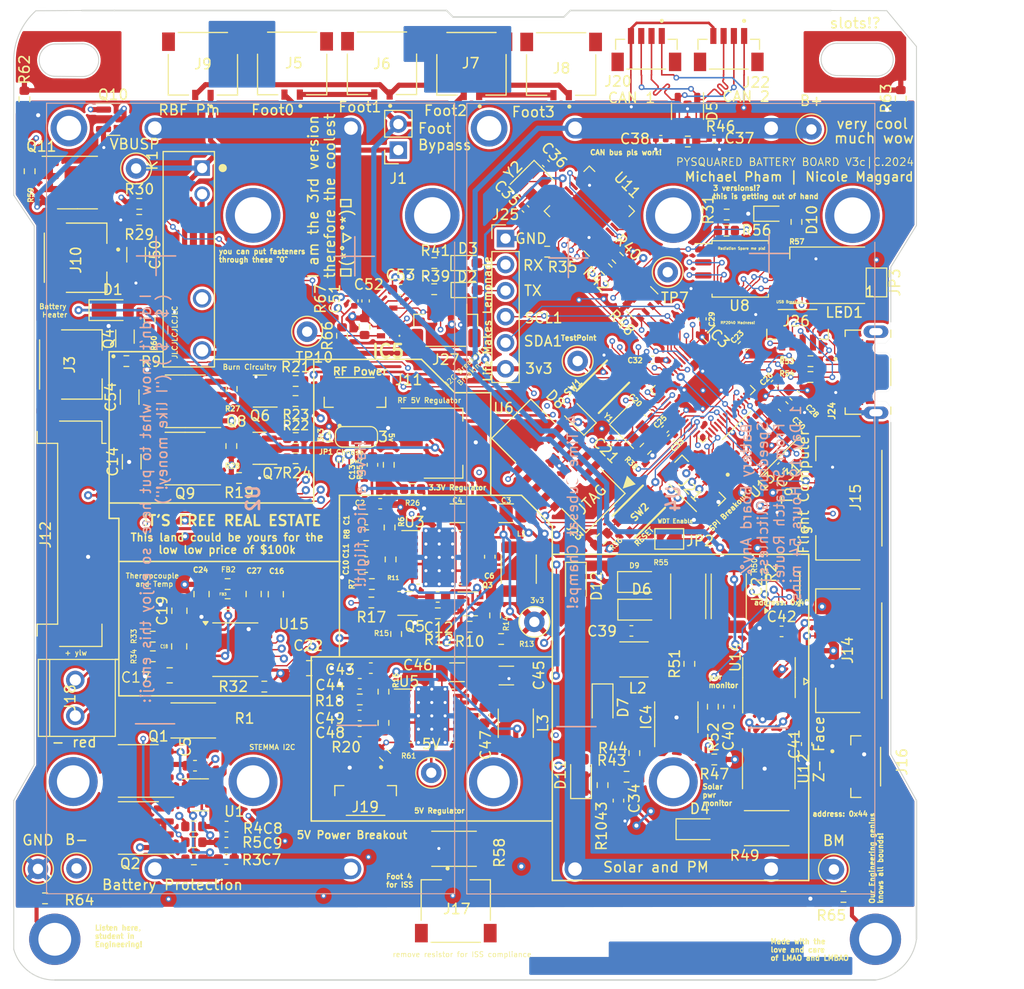
<source format=kicad_pcb>
(kicad_pcb (version 20240108) (generator "pcbnew") (generator_version "8.0")
  (layers (0 "F.Cu" signal) (1 "In1.Cu" signal) (2 "In2.Cu" signal) (31 "B.Cu" signal) (34 "B.Paste" user) (35 "F.Paste" user) (36 "B.SilkS" user "B.Silkscreen") (37 "F.SilkS" user "F.Silkscreen") (38 "B.Mask" user) (39 "F.Mask" user) (44 "Edge.Cuts" user))
  (net 0 "")
  (net 1 "VSOLAR_I")
  (net 2 "+3V3")
  (net 3 "VBUSP")
  (net 4 "Net-(C5-Pad1)")
  (net 5 "Net-(U3-SW1)")
  (net 6 "Net-(U3-VBST)")
  (net 7 "B-")
  (net 8 "Net-(U1-V-)")
  (net 9 "Net-(U1-VC)")
  (net 10 "/VDD")
  (net 11 "Net-(U3-SS)")
  (net 12 "Net-(U3-VREG5)")
  (net 13 "Net-(Q5A-C1)")
  (net 14 "Net-(Q3B-B2)")
  (net 15 "BURN")
  (net 16 "GND")
  (net 17 "USBBOOT")
  (net 18 "AVDD")
  (net 19 "AGND")
  (net 20 "VBatt")
  (net 21 "Net-(JP1-B)")
  (net 22 "Net-(U5-SW1)")
  (net 23 "Net-(U5-VBST)")
  (net 24 "Net-(U5-SS)")
  (net 25 "Net-(IC3-XIN)")
  (net 26 "Net-(C21-Pad2)")
  (net 27 "1.2V")
  (net 28 "Net-(D11-K)")
  (net 29 "CANL")
  (net 30 "CANH")
  (net 31 "Net-(D7-K)")
  (net 32 "Net-(D6-K)")
  (net 33 "FC_RESET")
  (net 34 "Net-(U5-VREG5)")
  (net 35 "5V_enable")
  (net 36 "Net-(U5-VFB)")
  (net 37 "VBatt1")
  (net 38 "Net-(U5-PG)")
  (net 39 "BURN_RELAY_A")
  (net 40 "Net-(K1-PadNO)")
  (net 41 "Heater")
  (net 42 "PACK-")
  (net 43 "ENAB_HEATER")
  (net 44 "Jetson_pwr")
  (net 45 "Net-(Q4-E)")
  (net 46 "SCL0")
  (net 47 "SDA0")
  (net 48 "Net-(IC2-OS)")
  (net 49 "FC_RX")
  (net 50 "/NEOPIX")
  (net 51 "/3V3_EN")
  (net 52 "SDA1")
  (net 53 "SCL1")
  (net 54 "BM")
  (net 55 "PACK+")
  (net 56 "SPI0_MISO")
  (net 57 "SPI0_CS0")
  (net 58 "ENAB_BURN")
  (net 59 "VBUS_RESET")
  (net 60 "SPI0_SCK")
  (net 61 "SPI0_MOSI")
  (net 62 "Net-(Q10-G)")
  (net 63 "Net-(Q10-D)")
  (net 64 "Jetson")
  (net 65 "VBATT_SENSE")
  (net 66 "~{RESET}")
  (net 67 "Net-(IC3-XOUT)")
  (net 68 "SWCLK")
  (net 69 "SWDIO")
  (net 70 "V_RF")
  (net 71 "SPI1_MISO")
  (net 72 "ENAB_RF")
  (net 73 "VSOLAR")
  (net 74 "CHRG'")
  (net 75 "SPI1_CS0")
  (net 76 "SPI1_SCK")
  (net 77 "SPI1_MOSI")
  (net 78 "D0")
  (net 79 "WDT_WDI")
  (net 80 "/NEO_PWR")
  (net 81 "USB_D-")
  (net 82 "USB_D+")
  (net 83 "/QSPI_DATA[3]")
  (net 84 "/QSPI_SCK")
  (net 85 "/QSPI_DATA[0]")
  (net 86 "/QSPI_DATA[2]")
  (net 87 "/QSPI_DATA[1]")
  (net 88 "/QSPI_CS")
  (net 89 "Net-(IC4-VIN_REG)")
  (net 91 "Net-(IC4-VFB)")
  (net 93 "Net-(IC4-SENSE)")
  (net 94 "Net-(J5-Pin_1)")
  (net 95 "Net-(J7-Pin_1)")
  (net 96 "+5V")
  (net 97 "VBUS")
  (net 98 "Net-(U15-T+)")
  (net 99 "Net-(D1-A)")
  (net 101 "Net-(Q1-G)")
  (net 102 "Net-(Q1-D-Pad5)")
  (net 103 "Net-(Q2-G)")
  (net 104 "Net-(Q3A-B1)")
  (net 105 "Net-(Q5A-B1)")
  (net 106 "Net-(Q5B-B2)")
  (net 107 "Net-(Q6-G)")
  (net 108 "Net-(Q6-D)")
  (net 109 "Net-(Q7-G)")
  (net 110 "Net-(Q7-D)")
  (net 111 "Net-(U3-VFB)")
  (net 112 "Net-(U3-PG)")
  (net 113 "Net-(R13-Pad2)")
  (net 114 "Net-(U6-SENSE{slash}ADJ)")
  (net 115 "Net-(D2-PadC)")
  (net 116 "Net-(D3-PadC)")
  (net 117 "Net-(D8-PadA)")
  (net 118 "Net-(D10-PadA)")
  (net 129 "Net-(U15-T-)")
  (net 130 "V_BACKUP")
  (net 131 "TXCAN")
  (net 132 "RXCAN")
  (net 133 "D-")
  (net 134 "D+")
  (net 135 "RTC_INT")
  (net 136 "Net-(IC5-EVI)")
  (net 138 "Net-(U11-OSC1)")
  (net 139 "Net-(U11-OSC2)")
  (net 141 "Net-(U11-RESET)")
  (net 151 "Net-(U13-~{MR})")
  (net 153 "Net-(J18-Pin_2)")
  (net 154 "Net-(J18-Pin_1)")
  (net 159 "FC_TX")
  (net 160 "Chassis Ground")
  (net 161 "Dir_Chrg_In")
  (net 162 "Net-(R1043-Pad2)")
  (net 164 "Net-(JP2-A)")
  (net 165 "SPI1_CS1")
  (net 166 "CAN_INT")
  (footprint "Resistor_SMD:R_0603_1608Metric" (layer "F.Cu") (at 186.8 61.6 90)
    (property "Reference" "R57")
    (property "Value" "10k")
  )
  (footprint "Battery Board:JST_BM04B-SRSS-TB(LF)(SN)" (layer "F.Cu") (at 176.211472 88.008528 135)
    (property "Reference" "J21")
    (property "Value" "BM04B-SRSS-TB(LF)(SN)")
  )
  (footprint "Resistor_SMD:R_0603_1608Metric" (layer "F.Cu") (at 134.925 106.9 180)
    (property "Reference" "R32")
    (property "Value" "10k")
  )
  (footprint "" (layer "F.Cu") (at 194.5 131.53)
    (property "Reference" "")
    (property "Value" "")
  )
  (footprint "Capacitor_SMD:C_0603_1608Metric" (layer "F.Cu") (at 144.8575 90.615)
    (property "Reference" "C1")
    (property "Value" "22uF")
  )
  (footprint "Inductor_SMD:L_1812_4532Metric" (layer "F.Cu") (at 159.44 110.4675 -90)
    (property "Reference" "L3")
    (property "Value" "4.7uH")
  )
  (footprint "TestPoint:TestPoint_Loop_D1.80mm_Drill1.0mm_Beaded" (layer "F.Cu") (at 122.428 56.388)
    (property "Reference" "TP6")
    (property "Value" "VBUSP")
  )
  (footprint "LED_SMD:LED_WS2812B_PLCC4_5.0x5.0mm_P3.2mm" (layer "F.Cu") (at 189.8 66.8 180)
    (property "Reference" "LED1")
    (property "Value" "WS2812B_SK6812_1515")
  )
  (footprint "Package_SO:SOIC-8_3.9x4.9mm_P1.27mm" (layer "F.Cu") (at 122.649999 120.68 180)
    (property "Reference" "Q2")
    (property "Value" "IRF7458")
  )
  (footprint "Connector_JST:JST_SH_BM04B-SRSS-TB_1x04-1MP_P1.00mm_Vertical" (layer "F.Cu") (at 152.61 71.72 180)
    (property "Reference" "J27")
    (property "Value" "I2C0 Breakout")
  )
  (footprint "Package_TO_SOT_SMD:SOT-363_SC-70-6" (layer "F.Cu") (at 155.0075 98.83)
    (property "Reference" "Q3")
    (property "Value" "MBT2222ADW1T1")
  )
  (footprint "Resistor_SMD:R_0603_1608Metric" (layer "F.Cu") (at 128.05 120.53)
    (property "Reference" "R4")
    (property "Value" "330")
  )
  (footprint "Package_SO:SOIC-8-1EP_3.9x4.9mm_P1.27mm_EP2.514x3.2mm" (layer "F.Cu") (at 127.202502 84.669999 180)
    (property "Reference" "Q9")
    (property "Value" "NDS8434")
  )
  (footprint "Package_TO_SOT_SMD:SOT-23-6" (layer "F.Cu") (at 128.68 117.45)
    (property "Reference" "U1")
    (property "Value" "R5460N208AA")
  )
  (footprint "Capacitor_SMD:C_0402_1005Metric" (layer "F.Cu") (at 185.3 85.4 -135)
    (property "Reference" "C31")
    (property "Value" "0.1uF")
  )
  (footprint "Battery Board:MOLEX_504050-0291" (layer "F.Cu") (at 155.12 46.185 180)
    (property "Reference" "J7")
    (property "Value" "Foot2")
  )
  (footprint "Capacitor_SMD:C_0402_1005Metric" (layer "F.Cu") (at 172.3 80.21 -45)
    (property "Reference" "C20")
    (property "Value" "22pF")
  )
  (footprint "Resistor_SMD:R_0603_1608Metric" (layer "F.Cu") (at 131.3525 98.852499 180)
    (property "Reference" "FB3")
    (property "Value" "FerriteBead")
  )
  (footprint "Resistor_SMD:R_0603_1608Metric" (layer "F.Cu") (at 132.46 86.564998 180)
    (property "Reference" "R19")
    (property "Value" "634k")
  )
  (footprint "Capacitor_SMD:C_0603_1608Metric" (layer "F.Cu") (at 180.22 108.86 -90)
    (property "Reference" "C40")
    (property "Value" "10uF")
  )
  (footprint "Resistor_SMD:R_0603_1608Metric" (layer "F.Cu") (at 123.75 71.13 90)
    (property "Reference" "R60")
    (property "Value" "100")
  )
  (footprint "Capacitor_SMD:C_0402_1005Metric" (layer "F.Cu") (at 144.8 69.3 90)
    (property "Reference" "C52")
    (property "Value" "100nf")
  )
  (footprint "Resistor_SMD:R_Array_Convex_4x0603" (layer "F.Cu") (at 171.75 69.45 135)
    (property "Reference" "R48")
    (property "Value" "10k")
  )
  (footprint "Battery Board:MOLEX_504050-0291" (layer "F.Cu") (at 163.86 46.205 180)
    (property "Reference" "J8")
    (property "Value" "Foot3")
  )
  (footprint "Capacitor_SMD:C_1206_3216Metric" (layer "F.Cu") (at 122.43 64.8 -90)
    (property "Reference" "C50")
    (property "Value" "100uF")
  )
  (footprint "Resistor_SMD:R_0603_1608Metric" (layer "F.Cu") (at 180 60.88 180)
    (property "Reference" "R31")
    (property "Value" "10k")
  )
  (footprint "Resistor_SMD:R_0603_1608Metric" (layer "F.Cu") (at 170.24 115.69)
    (property "Reference" "R43")
    (property "Value" "100k")
  )
  (footprint "Resistor_SMD:R_0603_1608Metric" (layer "F.Cu") (at 169.38014 65.100232 135)
    (property "Reference" "R40")
    (property "Value" "10k")
  )
  (footprint "Capacitor_SMD:C_0603_1608Metric" (layer "F.Cu") (at 145.4675 85.28 90)
    (property "Reference" "C13")
    (property "Value" "10uF")
  )
  (footprint "Capacitor_SMD:C_0805_2012Metric" (layer "F.Cu") (at 126.6275 102.982499 -90)
    (property "Reference" "C18")
    (property "Value" "0.1uF")
  )
  (footprint "Package_SO:SOIC-8_3.9x4.9mm_P1.27mm" (layer "F.Cu") (at 184.12 106.02 90)
    (property "Reference" "U14")
    (property "Value" "INA219AxD")
  )
  (footprint "Package_TO_SOT_SMD:SOT-223-6" (layer "F.Cu") (at 152.4075 83.17)
    (property "Reference" "U6")
    (property "Value" "TPS7A4501DCQT")
  )
  (footprint "Package_SO:SO-8_3.9x4.9mm_P1.27mm" (layer "F.Cu") (at 182.79 83.24 -135)
    (property "Reference" "U13")
    (property "Value" "MAX706RESA")
  )
  (footprint "Jumper:SolderJumper-2_P1.3mm_Open_TrianglePad1.0x1.5mm" (layer "F.Cu") (at 194.6 67.5 -90)
    (property "Reference" "JP3")
    (property "Value" "NEO_PWR Enable")
  )
  (footprint "Battery Board:BTN_KMR2_4.6X2.8" (layer "F.Cu") (at 167.93 77.67 -135)
    (property "Reference" "SW1")
    (property "Value" "KMR2")
  )
  (footprint "Battery Board:MOLEX_5040500591" (layer "F.Cu") (at 191.9 103.4 -90)
    (property "Reference" "J14")
    (property "Value" "Solar")
  )
  (footprint "Capacitor_SMD:C_0603_1608Metric" (layer "F.Cu") (at 144.22 109.71 180)
    (property "Reference" "C49")
    (property "Value" "1uF")
  )
  (footprint "Battery Board:BTN_KMR2_4.6X2.8" (layer "F.Cu") (at 171.43 89.86 45)
    (property "Reference" "SW2")
    (property "Value" "KMR2")
  )
  (footprint "Resistor_SMD:R_0603_1608Metric" (layer "F.Cu") (at 112.05 56.66 90)
    (property "Reference" "R59")
    (property "Value" "100k")
  )
  (footprint "TestPoint:TestPoint_Loop_D1.80mm_Drill1.0mm_Beaded" (layer "F.Cu") (at 161.25 100.59)
    (property "Reference" "TP1")
    (property "Value" "3v3")
  )
  (footprint "Capacitor_SMD:C_0603_1608Metric" (layer "F.Cu") (at 151.8275 98.16)
    (property "Reference" "C12")
    (property "Value" "10uF")
  )
  (footprint "Capacitor_SMD:C_0603_1608Metric" (layer "F.Cu") (at 145.31 105.1)
    (property "Reference" "C43")
    (property "Value" "22uF")
  )
  (footprint "Package_SO:SOIC-8-1EP_3.9x4.9mm_P1.27mm_EP2.514x3.2mm" (layer "F.Cu") (at 116.7125 57.765)
    (property "Reference" "Q11")
    (property "Value" "NDS8434")
  )
  (footprint "Capacitor_SMD:C_0603_1608Metric" (layer "F.Cu") (at 156.9075 94.24 90)
    (property "Reference" "C6")
    (property "Value" "0.1uF")
  )
  (footprint "Package_TO_SOT_SMD:SOT-23" (layer "F.Cu") (at 134.470001 83.669998 180)
    (property "Reference" "Q7")
    (property "Value" "IRLML2803")
  )
  (footprint "TestPoint:TestPoint_Loop_D1.80mm_Drill1.0mm_Beaded" (layer "F.Cu") (at 116.62 124.62)
    (property "Reference" "TP2")
    (property "Value" "B-")
  )
  (footprint "Resistor_SMD:R_0603_1608Metric" (layer "F.Cu") (at 188.165 76.72)
    (property "Reference" "R54")
    (property "Value" "22")
  )
  (footprint "Resistor_SMD:R_2512_6332Metric" (layer "F.Cu") (at 128 110.2 180)
    (property "Reference" "R1")
    (property "Value" "0.01")
  )
  (footprint "Capacitor_SMD:C_1206_3216Metric" (layer "F.Cu") (at 153.71 105.5 180)
    (property "Reference" "C46")
    (property "Value" "100uF")
  )
  (footprint "Connector_PinHeader_2.54mm:PinHeader_1x06_P2.54mm_Vertical" (layer "F.Cu") (at 158.44 63.22)
    (property "Reference" "J25")
    (property "Value" "Life Makes Lemonade")
  )
  (footprint "Battery Board:JST_BM04B-SRSS-TB(LF)(SN)" (layer "F.Cu") (at 172.17 46 180)
    (property "Reference" "J20")
    (property "Value" "CAN1")
  )
  (footprint "Resistor_SMD:R_0603_1608Metric" (layer "F.Cu") (at 111.54 49.64 90)
    (property "Reference" "R62")
    (property "Value" "1M")
  )
  (footprint "Battery Board:ScrewTerminal" (layer "F.Cu") (at 116.5 108 -90)
    (property "Reference" "J18")
    (property "Value" "Screw_Terminal_01x02")
  )
  (footprint "Package_SO:HTSSOP-14-1EP_4.4x5mm_P0.65mm_EP3.4x5mm_Mask3x3.1mm_ThermalVias" (layer "F.Cu") (at 151.9775 94.3)
    (property "Reference" "U3")
    (property "Value" "TPS54226PWPRPWP14_2P31X2P46-L")
  )
  (footprint "Capacitor_SMD:C_0402_1005Metric" (layer "F.Cu") (at 143.7 69.3 90)
    (property "Reference" "C51")
    (property "Value" "100nf")
  )
  (footprint "Connector_PinSocket_2.54mm:PinSocket_1x02_P2.54mm_Vertical" (layer "F.Cu") (at 147.99 54.6 180)
    (property "Reference" "J1")
    (property "Value" "Bypass")
  )
  (footprint "Resistor_SMD:R_0603_1608Metric" (layer "F.Cu") (at 178.65 108.86 90)
    (property "Reference" "R52")
    (property "Value" "412k")
  )
  (footprint "Resistor_SMD:R_0603_1608Metric" (layer "F.Cu") (at 154.9375 101.06 180)
    (property "Reference" "R10")
    (property "Value" "100K")
  )
  (footprint "Capacitor_SMD:C_0805_2012Metric" (layer "F.Cu") (at 133.887499 97.8725 -90)
    (property "Reference" "C27")
    (property "Value" "0.1uF")
  )
  (footprint "Resistor_SMD:R_0603_1608Metric" (layer "F.Cu") (at 188.165 75.18)
    (property "Reference" "R53")
    (property "Value" "22")
  )
  (footprint "Package_SO:TSSOP-8_3x3mm_P0.65mm" (layer "F.Cu") (at 185.5 97.4 90)
    (property "Reference" "IC2")
    (property "Value" "PCT2075DP,118")
  )
  (footprint "Resistor_SMD:R_0603_1608Metric" (layer "F.Cu") (at 121.4775 75.17 180)
    (property "Reference" "R9")
    (property "Value" "10k")
  )
  (footprint "Resistor_SMD:R_0603_1608Metric" (layer "F.Cu") (at 167.783363 92.526637 45)
    (property "Reference" "R36")
    (property "Value" "10k")
  )
  (footprint "Diode_SMD:D_0603_1608Metric_Pad1.05x0.95mm_HandSolder" (layer "F.Cu") (at 184.3 60.8)
    (property "Reference" "D10")
    (property "Value" "Blue")
  )
  (footprint "Resistor_SMD:R_2512_6332Metric" (layer "F.Cu") (at 183.9 120.7)
    (property "Reference" "R49")
    (property "Value" "0.002")
  )
  (footprint "Diode_SMD:D_PowerDI-123" (layer "F.Cu") (at 165.8 115.5 90)
    (property "Reference" "D11")
    (property "Value" "DFLS130L-7")
  )
  (footprint "Diode_SMD:D_PowerDI-123" (layer "F.Cu") (at 177.375 120.8)
    (property "Reference" "D4")
    (property "Value" "DFLS130L-7")
  )
  (footprint "Capacitor_SMD:C_0402_1005Metric" (layer "F.Cu") (at 169.05 83.04 135)
    (property "Reference" "C21")
    (property "Value" "22pF")
  )
  (footprint "Diode_SMD:D_SOD-323F" (layer "F.Cu") (at 165.55 80.65 135)
    (property "Reference" "D8")
    (property "Value" "NSR0320")
  )
  (footprint "Package_TO_SOT_SMD:SOT-23-3" (layer "F.Cu") (at 176.18 50.8125 -90)
    (property "Reference" "D5")
    (property "Value" "PESD1CAN")
  )
  (footprint "Package_SO:SOIC-8_3.9x4.9mm_P1.27mm" (layer "F.Cu") (at 184.1 114.9 -90)
    (property "Reference" "U12")
    (property "Value" "INA219AxD")
  )
  (footprint "Capacitor_SMD:C_1206_3216Metric" (layer "F.Cu") (at 158.52 105.82)
    (property "Reference" "C45")
    (property "Value" "100uF")
  )
  (footprint "Resistor_SMD:R_0603_1608Metric" (layer "F.Cu") (at 147.1375 91.385 90)
    (property "Reference" "R6")
    (property "Value" "73.2K")
  )
  (footprint "Capacitor_SMD:C_1206_3216Metric" (layer "F.Cu") (at 122 84.975001 90)
    (property "Reference" "C14")
    (property "Value" "100uF")
  )
  (footprint "Resistor_SMD:R_0603_1608Metric" (layer "F.Cu") (at 172.1 83.72 -135)
    (property "Reference" "R38")
    (property "Value" "1k")
  )
  (footprint "Diode_SMD:D_0603_1608Metric_Pad1.05x0.95mm_HandSolder" (layer "F.Cu") (at 154.795 68.24)
    (property "Reference" "D2")
    (property "Value" "green")
  )
  (footprint "Package_TO_SOT_SMD:SOT-523" (layer "F.Cu") (at 121.341957 72.780562 90)
    (property "Reference" "Q4")
    (property "Value" "MMBT2222AT")
  )
  (footprint "RTC:RV3028C7" (layer "F.Cu") (at 146.9 71.35 90)
    (property "Reference" "IC5")
    (property "Value" "RV-3028-C7_32.768kHz_1ppm_TA_QC" (hide yes))
  )
  (footprint "Resistor_SMD:R_2512_6332Metric" (layer "F.Cu") (at 176.25 98.1 -90)
    (property "Reference" "R55")
    (property "Value" "0.1")
  )
  (footprint "Resistor_SMD:R_0603_1608Metric" (layer "F.Cu") (at 182.9 95.8 -90)
    (property "Reference" "R2")
    (property "Value" "10K")
  )
  (footprint "Resistor_SMD:R_0603_1608Metric" (layer "F.Cu") (at 147.0575 85.28 -90)
    (property "Reference" "R25")
    (property "Value" "10K")
  )
  (footprint "Resistor_SMD:R_0603_1608Metric" (layer "F.Cu") (at 149.3775 87.64)
    (property "Reference" "R26")
    (property "Value" "3.3K")
  )
  (footprint "TestPoint:TestPoint_Loop_D1.80mm_Drill1.0mm_Beaded" (layer "F.Cu") (at 151.2 115.3)
    (property "Reference" "TP9")
    (property "Value" "5V")
  )
  (footprint "Capacitor_SMD:C_0402_1005Metric" (layer "F.Cu") (at 160.389277 60.323726 -45)
    (property "Reference" "C35")
    (property "Value" "22pf")
  )
  (footprint "Battery Board:MOLEX_504050-0291" (layer "F.Cu") (at 116.53 65.09 -90)
    (property "Reference" "J10")
    (property "Value" "Jetson")
  )
  (footprint "Capacitor_SMD:C_0603_1608Metric" (layer "F.Cu") (at 169.45 118.01 -90)
    (property "Reference" "C34")
    (property "Value" "10uF")
  )
  (footprint "Battery Board:MOLEX_504050-0291" (layer "F.Cu") (at 137.64 46.1525 180)
    (property "Reference" "J5")
    (property "Value" "Foot0")
  )
  (footprint "Capacitor_SMD:C_0402_1005Metric" (layer "F.Cu") (at 162.376247 55.904308 -45)
    (property "Reference" "C36")
    (property "Value" "22pf")
  )
  (footprint "Capacitor_SMD:C_0805_2012Metric" (layer "F.Cu") (at 139.3 105.1)
    (property "Reference" "C22")
    (property "Value" "0.1uF")
  )
  (footprint "Capacitor_SMD:C_0805_2012Metric" (layer "F.Cu") (at 136.0475 97.892499 -90)
    (property "Reference" "C16")
    (property "Value" "0.1uF")
  )
  (footprint "Resistor_SMD:R_0603_1608Metric" (layer "F.Cu") (at 178.79 114 180)
    (property "Reference" "R47")
    (property "Value" "10K")
  )
  (footprint "Capacitor_SMD:C_0402_1005Metric" (layer "F.Cu") (at 174 81.8 -135)
    (property "Reference" "C33")
    (property "Value" "0.1uF")
  )
  (footprint "Capacitor_SMD:C_1206_3216Metric" (layer "F.Cu") (at 153.75 90 180)
    (property "Reference" "C4")
    (property "Value" "100uF")
  )
  (footprint "Jumper:SolderJumper-2_P1.3mm_Open_TrianglePad1.0x1.5mm" (layer "F.Cu") (at 174.4 92.5 180)
    (property "Reference" "JP2")
    (property "Value" "WDT_Enable")
  )
  (footprint "Capacitor_SMD:C_0603_1608Metric" (layer "F.Cu") (at 131.22 123.72 180)
    (property "Reference" "C7")
    (property "Value" "0.1uF")
  )
  (footprint "Resistor_SMD:R_0603_1608Metric" (layer "F.Cu") (at 146.54 110.435 90)
    (property "Reference" "R20")
    (property "Value" "100K")
  )
  (footprint "Capacitor_SMD:C_0402_1005Metric" (layer "F.Cu") (at 184.67 77.37 -135)
    (property "Reference" "C26")
    (property "Value" "0.1uF")
  )
  (footprint "Resistor_SMD:R_0603_1608Metric" (layer "F.Cu") (at 151.8375 99.75)
    (property "Reference" "R12")
    (property "Value" "20K")
  )
  (footprint "Package_SO:TSSOP-14_4.4x5mm_P0.65mm" (layer "F.Cu") (at 132.1 103.3)
    (property "Reference" "U15")
    (property "Value" "MAX31856")
  )
  (footprint "Resistor_SMD:R_0603_1608Metric" (layer "F.Cu") (at 137.992501 82.669999 180)
    (property "Reference" "R22")
    (property "Value" "10k")
  )
  (footprint "Package_SO:SOIC-8_5.275x5.275mm_P1.27mm" (layer "F.Cu") (at 181.32 66.18)
    (property "Reference" "U8")
    (property "Value" "W25Q128JV")
  )
  (footprint "Diode_SMD:D_PowerDI-123" (layer "F.Cu") (at 171.7 99.4)
    (property "Reference" "D6")
    (property "Value" "DFLS130L")
  )
  (footprint "Resistor_SMD:R_0603_1608Metric" (layer "F.Cu") (at 147.7775 101.77 90)
    (property "Reference" "R15")
    (property "Value" "100K")
  )
  (footprint "Resistor_SMD:R_0603_1608Metric" (layer "F.Cu") (at 122.74 59.84)
    (property "Reference" "R30")
    (property "Value" "4.7k")
  )
  (footprint "Resistor_SMD:R_0603_1608Metric" (layer "F.Cu") (at 179.98 62.45)
    (property "Reference" "R56")
    (property "Value" "1k")
  )
  (footprint "Resistor_SMD:R_0603_1608Metric" (layer "F.Cu") (at 167.9 116.5 90)
    (property "Reference" "R1043")
    (property "Value" "100K")
  )
  (footprint "Resistor_SMD:R_0603_1608Metric" (layer "F.Cu") (at 144.7 71.8 90)
    (property "Reference" "R67")
    (property "Value" "10k")
  )
  (footprint "TestPoint:TestPoint_Loop_D1.80mm_Drill1.0mm_Beaded" (layer "F.Cu") (at 165.47 75.16)
    (property "Reference" "TP8")
    (property "Value" "TestPoint")
  )
  (footprint "Capacitor_SMD:C_0603_1608Metric" (layer "F.Cu") (at 144.8475 95.26 180)
    (property "Reference" "C10")
    (property "Value" "3.3nF")
  )
  (footprint "Package_TO_SOT_SMD:SOT-363_SC-70-6" (layer "F.Cu") (at 148.6375 98.79 180)
    (property "Reference" "Q5")
    (property "Value" "MBT2222ADW1T1")
  )
  (footprint "Package_TO_SOT_SMD:SOT-23" (layer "F.Cu") (at 134.502502 78.089999 180)
    (property "Reference" "Q6")
    (property "Value" "IRLML2803")
  )
  (footprint "Resistor_SMD:R_0603_1608Metric" (layer "F.Cu") (at 131.3475 96.9025 180)
    (property "Reference" "FB2")
    (property "Value" "FerriteBead")
  )
  (footprint "Capacitor_SMD:C_0603_1608Metric" (layer "F.Cu") (at 144.8525 93.73 180)
    (property "Reference" "C11")
    (property "Value" "1uF")
  )
  (footprint "Capacitor_SMD:C_0603_1608Metric" (layer "F.Cu") (at 131.240001 120.54 180)
    (property "Reference" "C8")
    (property "Value" "0.1uF")
  )
  (footprint "Resistor_SMD:R_0603_1608Metric" (layer "F.Cu") (at 113.55 127.54 180)
    (property "Reference" "R64")
    (property "Value" "1M")
  )
  (footprint "Resistor_SMD:R_0603_1608Metric" (layer "F.Cu") (at 128.06 123.74 180)
    (property "Reference" "R3")
    (property "Value" "1K")
  )
  (footprint "Resistor_SMD:R_0603_1608Metric" (layer "F.Cu") (at 122.73 61.4 180)
    (property "Reference" "R29")
    (property "Value" "10k")
  )
  (footprint "Battery Board:JST_BM04B-SRSS-TB(LF)(SN)" (layer "F.Cu") (at 194.3 114.7 -90)
    (property "Reference" "J16")
    (property "Value" "I2C Multiplexer Breakout")
  )
  (footprint "Resistor_SMD:R_0603_1608Metric" (layer "F.Cu") (at 158.0075 102.26)
    (property "Reference" "R13")
    (property "Value" "100K")
  )
  (footprint "Capacitor_SMD:C_0603_1608Metric" (layer "F.Cu") (at 144.23 106.62)
    (property "Reference" "C44")
    (property "Value" "22uF")
  )
  (footprint "TestPoint:TestPoint_Loop_D1.80mm_Drill1.0mm_Beaded" (layer "F.Cu") (at 188.26 52.58)
    (property "Reference" "TP5")
    (property "Value" "B+")
  )
  (footprint "Capacitor_SMD:C_0603_1608Metric" (layer "F.Cu") (at 185.35 101.52)
    (property "Reference" "C42")
    (property "Value" "0.1uF")
  )
  (footprint "Resistor_SMD:R_0603_1608Metric" (layer "F.Cu") (at 162.5 64.5 180)
    (property "Reference" "R35")
    (property "Value" "10k")
  )
  (footprint "Jumper:SolderJumper-3_P1.3mm_Open_RoundedPad1.0x1.5mm_NumberLabels" (layer "F.Cu") (at 143.9075 82.55)
    (property "Reference" "JP1")
    (property "Value" "SolderJumper_3_Open")
  )
  (footprint "Capacitor_SMD:C_0603_1608Metric" (layer "F.Cu") (at 131.23 122.09 180)
    (property "Reference" "C9")
    (property "Value" "0.1uF")
  )
  (footprint "Capacitor_SMD:C_0402_1005Metric" (layer "F.Cu") (at 177.63 71.05 90)
    (property "Reference" "C29")
    (property "Value" "0.1uF")
  )
  (footprint "Resistor_SMD:R_2512_6332Metric" (layer "F.Cu") (at 180.2 98.1 90)
    (property "Reference" "R50")
    (property "Value" "0.002")
  )
  (footprint "Capacitor_SMD:C_0402_1005Metric" (layer "F.Cu") (at 178.7775 53.4925)
    (property "Reference" "C37")
    (property "Value" "47pf")
  )
  (footprint "Resistor_SMD:R_0603_1608Metric" (layer "F.Cu") (at 146.7 113.6 135)
    (property "Reference" "R61")
    (property "Value" "10K")
  )
  (footprint "FC_DEV_BOARD:MOLEX_105164-0001" (layer "F.Cu") (at 196 76.2475 90)
    (property "Reference" "J24")
    (property "Value" "USB_B_Micro")
    (fp_line (start 2.825 -1.15) (end 2.825 -0.5) (stroke (width 0.01)) (layer "Edge.Cuts"))
    (fp_line (start 1.925 -1.15) (end 1.925 -0.5) (stroke (width 0.01)) (layer "Edge.Cuts"))
    (fp_line (start -1.925 -1.15) (end -1.925 -0.5) (stroke (width 0.01)) (layer "Edge.Cuts"))
    (fp_line (start -2.825 -1.15) (end -2.825 -0.5) (stroke (width 0.01)) (layer "Edge.Cuts"))
    (fp_line (start 4.9 0) (end 3.4 0) (stroke (width 0.01)) (layer "Edge.Cuts"))
    (fp_line (start 3.4 0) (end 2.825 -0.5) (stroke (width 0.01)) (layer "Edge.Cuts"))
    (fp_line (start -3.4 0) (end -2.825 -0.5) (stroke (width 0.01)) (layer "Edge.Cuts"))
    (fp_line (start -4.9 0) (end -3.4 0) (stroke (width 0.01)) (layer "Edge.Cuts"))
    (fp_line (start 0.00053 0.004943) (end 1.3 0) (stroke (width 0.01)) (layer "Edge.Cuts"))
    (fp_line (start 0.00053 0.004943) (end -1.29947 0.004943) (stroke (width 0.01)) (layer "Edge.Cuts"))
    (fp_arc (start 1.925 -1.15) (mid 2.375 -1.6) (end 2.825 -1.15) (stroke (width 0.01)) (layer "Edge.Cuts"))
    (fp_arc (start -2.825 -1.15) (mid -2.375 -1.6) (end -1.925 -1.15) (stroke (width 0.01)) (layer "Edge.Cuts"))
    (fp_arc (start 1.925 -0.5) (mid 1.715485 -0.121262) (end 1.299998 0.000019) (stroke (width 0.01)) (layer "Edge.Cuts"))
    (fp_arc (start -1.29947 0.004943) (mid -1.716881 -0.117891) (end -1.924999 -0.5) (stroke (width 0.01)) (layer "Edge.Cuts"))
  )
  (footprint "Capacitor_SMD:C_0603_1608Metric" (layer "F.Cu") (at 156.38 109.68 90)
    (property "Reference" "C47")
    (property "Value" "0.1uF")
  )
  (footprint "Resistor_SMD:R_0603_1608Metric" (layer "F.Cu") (at 196.97 49.57 90)
    (property "Reference" "R63")
    (property "Value" "1M")
  )
  (footprint "Diode_SMD:D_PowerDI-123" (layer "F.Cu") (at 167.9 108.95 -90)
    (property "Reference" "D7")
    (property "Value" "DFLS130L-7")
  )
  (footprint "Resistor_SMD:R_0603_1608Metric" (layer "F.Cu") (at 131.742501 77.879999 -90)
    (property "Reference" "R27")
    (property "Value" "100k")
  )
  (footprint "Capacitor_SMD:C_0603_1608Metric" (layer "F.Cu") (at 146.2225 89.075)
    (property "Reference" "C2")
    (property "Value" "22uF")
  )
  (footprint "Resistor_SMD:R_0603_1608Metric" (layer "F.Cu") (at 151.485 68.16 180)
    (property "Reference" "R39")
    (property "Value" "1k")
  )
  (footprint "Resistor_SMD:R_0603_1608Metric" (layer "F.Cu") (at 137.972502 79.059999)
    (property "Reference" "R23")
    (property "Value" "4.7k")
  )
  (footprint "Package_SO:HTSSOP-14-1EP_4.4x5mm_P0.65mm_EP3.4x5mm_Mask3x3.1mm_ThermalVias" (layer "F.Cu") (at 151.25 109.75)
    (property "Reference" "U5")
    (property "Value" "TPS54226PWPRPWP14_2P31X2P46-L")
  )
  (footprint "Battery Board:JST_BM04B-SRSS-TB(LF)(SN)" (layer "F.Cu") (at 180.2 46 180)
    (property "Reference" "J22")
    (property "Value" "CAN2")
  )
  (footprint "Capacitor_SMD:C_0402_1005Metric" (layer "F.Cu") (at 172.79 75.05 180)
    (property "Reference" "C32")
    (property "Value" "0.1uF")
  )
  (footprint "Package_DFN_QFN:QFN-56-1EP_7x7mm_P0.4mm_EP3.2x3.2mm" (layer "F.Cu") (at 177.666528 77.997887 -45)
    (property "Reference" "IC3")
    (property "Value" "RP2040_QFN56")
  )
  (footprint "Battery Board:MOLEX_5040500591" (layer "F.Cu") (at 191.91 88.53 -90)
    (property "Reference" "J15")
    (property "Value" "FC")
  )
  (footprint "Resistor_SMD:R_0603_1608Metric" (layer "F.Cu") (at 144.23 108.15)
    (property "Reference" "R18")
    (property "Value" "22.1K")
  )
  (footprint "Resistor_SMD:R_0603_1608Metric" (layer "F.Cu") (at 144.8575 92.145)
    (property "Reference" "R8")
    (property "Value" "22.1K")
  )
  (footprint "Capacitor_SMD:C_0805_2012Metric" (layer "F.Cu") (at 125.7 105.8)
    (property "Reference" "C17")
    (property "Value" "0.01uF")
  )
  (footprint "TestPoint:TestPoint_Loop_D1.80mm_Drill1.0mm_Beaded" (layer "F.Cu") (at 174.25 66.5)
    (property "Reference" "TP7")
    (property "Value" "RESET")
  )
  (footprint "Capacitor_SMD:C_0402_1005Metric" (layer "F.Cu") (at 173.5775 53.5325)
    (property "Reference" "C38")
    (property "Value" "47pf")
  )
  (footprint "Battery Board:JST_BM04B-SRSS-TB(LF)(SN)" (layer "F.Cu") (at 143.764 77.47)
    (property "Reference" "J11")
    (property "Value" "BM04B-SRSS-TB(LF)(SN)")
  )
  (footprint "Inductor_SMD:L_1812_4532Metric" (layer "F.Cu") (at 170.96 104.25)
    (property "Reference" "L2")
    (property "Value" "10uH")
  )
  (footprint "Resistor_SMD:R_0603_1608Metric" (layer "F.Cu") (at 124.057501 103.942499)
    (property "Reference" "R33")
    (property "Value" "100-Ohm")
  )
  (footprint "Package_DFN_QFN:QFN-28-1EP_6x6mm_P0.65mm_EP4.25x4.25mm" (layer "F.Cu") (at 166.611817 60.55 135)
    (property "Reference" "U11")
    (property "Value" "MCP25625-E/ML")
  )
  (footprint "Battery Board:JTAG_2X05_1.27MM_BOX_NOCREAM" (layer "F.Cu") (at 163.592962 85.382962 135)
    (property "Reference" "J23")
    (property "Value" "Conn_ARM_JTAG_SWD_10")
  )
  (footprint "Resistor_SMD:R_0603_1608Metric" (layer "F.Cu") (at 145.4075 96.9)
    (property "Reference" "R7")
    (property "Value" "73.2K")
  )
  (footprint "Capacitor_SMD:C_0805_2012Metric" (layer "F.Cu") (at 128.8075 97.8825 90)
    (property "Reference" "C24")
    (property "Value" "10uF")
  )
  (footprint "Package_SO:SOIC-8_3.9x4.9mm_P1.27mm" (layer "F.Cu") (at 122.639999 115.12 180)
    (property "Reference" "Q1")
    (property "Value" "IRF7458")
  )
  (footprint "Resistor_SMD:R_0603_1608Metric" (layer "F.Cu") (at 191.385 127.4)
    (property "Reference" "R65")
    (property "Value" "1M")
  )
  (footprint "Resistor_SMD:R_0603_1608Metric" (layer "F.Cu") (at 142.5 72.7 90)
    (property "Reference" "R66")
    (property "Value" "10k")
  )
  (footprint "Resistor_SMD:R_0603_1608Metric" (layer "F.Cu") (at 145.3575 98.7 180)
    (property "Reference" "R17")
    (property "Value" "10K")
  )
  (footprint "Resistor_SMD:R_0603_1608Metric" (layer "F.Cu") (at 171 113.38 -90)
    (property "Reference" "R44")
    (property "Value" "94k")
  )
  (footprint "Connector_Molex:Molex_Pico-Lock_504050-1291_1x12-1MP_P1.50mm_Horizontal" (layer "F.Cu") (at 116.205 92 -90)
    (property "Reference" "J12")
    (property "Value" "Z+_Cap_Connector")
  )
  (footprint "Package_TO_SOT_SMD:SOT-23" (layer "F.Cu") (at 120.19 51.6)
    (property "Reference" "Q10")
    (property "Value" "IRLML2803")
  )
  (footprint "APAN3105:RELAY_APAN3105" (layer "F.Cu") (at 128.8625 56.35 -90)
    (property "Reference" "K1")
    (property "Value" "APAN3105")
  )
  (footprint "Resistor_SMD:R_0603_1608Metric" (layer "F.Cu") (at 128.060001 122.07)
    (property "Reference" "R5")
    (property "Value" "330")
  )
  (footprint "Resistor_SMD:R_0603_1608Metric" (layer "F.Cu") (at 137.982501 77.109998 180)
    (property "Reference" "R21")
    (property "Value" "10k")
  )
  (footprint "Battery Board:MOLEX_504050-0291" (layer "F.Cu") (at 128.94 46.1825 180)
    (property "Reference" "J9")
    (property "Value" "RBF")
  )
  (footprint "Resistor_SMD:R_0603_1608Metric" (layer "F.Cu") (at 176.2075 53.7625 180)
    (property "Reference" "R46")
    (property "Value" "120")
  )
  (footprint "Diode_SMD:D_PowerDI-123" (layer "F.Cu") (at 120.15 70.2)
    (property "Reference" "D1")
    (property "Value" "DFLS130L")
  )
  (footprint "Battery Board:JST_BM04B-SRSS-TB(LF)(SN)" (layer "F.Cu") (at 144.8 118.75 180)
    (property "Reference" "J19")
    (property "Value" "BM04B-SRSS-TB(LF)(SN)")
  )
  (footprint "Capacitor_SMD:C_0603_1608Metric" (layer "F.Cu") (at 181.59 73.74 45)
    (property "Reference" "C23")
    (property "Value" "1uF")
  )
  (footprint "Capacitor_SMD:C_0603_1608Metric" (layer "F.Cu") (at 186.62 78.51 -45)
    (property "Reference" "C28")
    (property "Value" "1uF")
  )
  (footprint "Capacitor_SMD:C_1206_3216Metric" (layer "F.Cu") (at 158.5 90)
    (property "Reference" "C3")
    (property "Value" "100uF")
  )
  (footprint "Package_SO:SOIC-8-1EP_3.9x4.9mm_P1.27mm_EP2.514x3.2mm" (layer "F.Cu") (at 127.22 79.085 180)
    (property "Reference" "Q8")
    (property "Value" "NDS8434")
  )
  (footprint "TestPoint:TestPoint_Loop_D1.80mm_Drill1.0mm_Beaded" (layer "F.Cu") (at 139.1 72.3)
    (property "Reference" "TP10")
    (property "Value" "RESET")
  )
  (footprint "Resistor_SMD:R_0603_1608Metric" (layer "F.Cu") (at 146.54 107.39 90)
    (property "Reference" "R16")
    (property "Value" "121k")
  )
  (footprint "Capacitor_SMD:C_0805_2012Metric" (layer "F.Cu") (at 126.647501 99.5025 90)
    (property "Reference" "C19")
    (property "Value" "0.01uF")
  )
  (footprint "Capacitor_SMD:C_0603_1608Metric" (layer "F.Cu") (at 148.2 68.2)
    (property "Reference" "C53")
    (property "Value" "1uF")
  )
  (footprint "Resistor_SMD:R_2512_6332Metric" (layer "F.Cu") (at 153.42 122.71)
    (property "Reference" "R58")
    (property "Value" "0.002")
  )
  (footprint "" (layer "F.Cu") (at 114.5 131.53)
    (property "Reference" "")
    (property "Value" "")
  )
  (footprint "TestPoint:TestPoint_Loop_D1.80mm_Drill1.0mm_Beaded" (layer "F.Cu") (at 112.86 124.67)
    (property "Reference" "TP4")
    (property "Value" "GND")
  )
  (footprint "Inductor_SMD:L_1812_4532Metric" (layer "F.Cu") (at 159.7275 95.45 -90)
    (property "Reference" "L1")
    (property "Value" "3.3uH")
  )
  (footprint "TestPoint:TestPoint_Loop_D1.80mm_Drill1.0mm_Beaded" (layer "F.Cu") (at 190.45 124.72)
    (property "Reference" "TP3")
    (property "Value" "BM")
  )
  (footprint "Capacitor_SMD:C_0603_1608Metric" (layer "F.Cu") (at 144.22 111.27 180)
    (property "Reference" "C48")
    (property "Value" "3.3nF")
  )
  (footprint "Package_SO:MSOP-12-1EP_3x4mm_P0.65mm_EP1.65x2.85mm" (layer "F.Cu") (at 175.09 109.88 90)
    (property "Reference" "IC4")
    (property "Value" "LT3652IMSE#PBF")
  )
  (footprint "Capacitor_SMD:C_1206_3216Metric" (layer "F.Cu") (at 121.8 78.675001 90)
    (property "Reference" "C54")
    (property "Value" "100uF")
  )
  (footprint "Diode_SMD:D_PowerDI-123" (layer "F.Cu") (at 165.3 97.1 -90)
    (property "Reference" "D12")
    (property "Value" "DFLS130L-7")
  )
  (footprint "Crystal:Crystal_SMD_2520-4Pin_2.5x2.0mm" (layer "F.Cu") (at 170.73 81.53 -45)
    (property "Reference" "Y1")
    (property "Value" "Crystal_GND24")
  )
  (footprint "Resistor_SMD:R_0603_1608Metric" (layer "F.Cu") (at 147.2375 94.5 90)
    (property "Reference" "R11")
    (property "Value" "100K")
  )
  (footprint "Battery Board:MOLEX_504050-0291" (layer "F.Cu") (at 153.59 128.78)
    (property "Reference" "J17")
    (property "Value" "ISS Foot")
  )
  (footprint "Diode_SMD:D_PowerDI-123" (layer "F.Cu") (at 171.675 96.7)
    (property "Reference" "D9")
    (property "Value" "DFLS130L")
  )
  (footprint "Resistor_SMD:R_0603_1608Metric" (layer "F.Cu") (at 124.047501 102.032499 180)
    (property "Reference" "R34")
    (property "Value" "100-Ohm")
  )
  (footprint "Resistor_SMD:R_0603_1608Metric" (layer "F.Cu") (at 176.36 104.68 90)
    (property "Reference" "R51")
    (property "Value" "634k")
  )
  (footprint "Resistor_SMD:R_0603_1608Metric" (layer "F.Cu") (at 137.972501 84.639998)
    (property "Reference" "R24")
    (property "Value" "4.7k")
  )
  (footprint "Capacitor_SMD:C_0603_1608Metric" (layer "F.Cu") (at 170.71 101.47)
    (property "Reference" "C39")
    (property "Value" "1uF")
  )
  (footprint "Capacitor_SMD:C_0603_1608Metric" (layer "F.Cu") (at 128.17 114.61)
    (property "Reference" "C5")
    (property "Value" "0.1uF")
  )
  (footprint "Battery Board:MOLEX_504050-0291" (layer "F.Cu") (at 146.395 46.135 180)
    (property "Reference" "J6")
    (property "Value" "Foot1")
  )
  (footprint "Capacitor_SMD:C_0603_1608Metric" (layer "F.Cu") (at 187.8 112.5 90)
    (property "Reference" "C41")
    (property "Value" "0.1uF")
  )
  (footprint "Capacitor_SMD:C_0402_1005Metric" (layer "F.Cu") (at 174.58 82.67 45)
    (property "Reference" "C25")
    (property "Value" "0.1uF")
  )
  (footprint "Battery Board:MOLEX_504050-0291" (layer "F.Cu") (at 116.0675 75.5 -90)
    (property "Reference" "J3")
    (property "Value" "Heater")
  )
  (footprint "Resistor_SMD:R_0603_1608Metric" (layer "F.Cu") (at 168.280589 66.206854 135)
    (property "Reference" "R42")
    (property "Value" "10k")
  )
  (footprint "Resistor_SMD:R_0603_1608Metric" (layer "F.Cu") (at 157.4275 99.96 90)
    (property "Reference" "R14")
    (property "Value" "100K")
  )
  (footprint "Resistor_SMD:R_0603_1608Metric" (layer "F.Cu") (at 131.7125 83.45 -90)
    (property "Reference" "R28")
    (property "Value" "100k")
  )
  (footprint "Crystal:Crystal_SMD_2520-4Pin_2.5x2.0mm" (layer "F.Cu") (at 161.046887 57.756928 -135)
    (property "Reference" "Y2")
    (property "Value" "Crystal_GND24")
  )
  (footprint "Battery Board:JST_BM04B-SRSS-TB(LF)(SN)" (layer "F.Cu") (at 186.91 70.84)
    (property "Reference" "J26")
    (property "Value" "BM04B-SRSS-TB(LF)(SN)")
  )
  (footprint "Diode_SMD:D_0603_1608Metric_Pad1.05x0.95mm_HandSolder" (layer "F.Cu") (at 154.78 65.61)
    (property "Reference" "D3")
    (property "Value" "red")
  )
  (footprint "Resistor_SMD:R_0603_1608Metric" (layer "F.Cu") (at 151.495 65.61 180)
    (property "Reference" "R41")
    (property "Value" "1k")
  )
  (footprint "Capacitor_SMD:C_0603_1608Metric" (layer "F.Cu") (at 185.51 79.59 -45)
    (property "Reference" "C30")
    (property "Value" "1uF")
  )
  (footprint "1049:1049" (layer "B.Cu") (at 133.5885 88.56 90)
    (property "Reference" "U2")
    (property "Value" "1049" (hide yes))
  )
  (footprint "1049:1049" (layer "B.Cu") (at 174.55 88.58 90)
    (property "Reference" "U4")
    (property "Value" "1049" (hide yes))
  )
  (footprint "LOGO" (layer "B.Cu") (at 132.753208 45.962133 180)
    (property "Reference" "G***" (hide yes))
    (property "Value" "LOGO" (hide yes))
  )
  (footprint "LOGO" (layer "B.Cu") (at 155.33 131.91 180)
    (property "Reference" "G***" (hide yes))
    (property "Value" "LOGO" (hide yes))
  )
  (gr_line (start 142.25 88.25) (end 160 88.25) (stroke (width 0.15)) (layer "F.SilkS"))
  (gr_line (start 119.8 74.25) (end 119.8 90.5) (stroke (width 0.15)) (layer "F.SilkS"))
  (gr_line (start 139.5 104) (end 139.5 120) (stroke (width 0.15)) (layer "F.SilkS"))
  (gr_line (start 163 125.8) (end 163 120) (stroke (width 0.15)) (layer "F.SilkS"))
  (gr_line (start 163 91.25) (end 163 104) (stroke (width 0.15)) (layer "F.SilkS"))
  (gr_line (start 139.75 75) (end 130.0625 75) (stroke (width 0.15)) (layer "F.SilkS"))
  (gr_line (start 139.5 120) (end 163 120) (stroke (width 0.15)) (layer "F.SilkS"))
  (gr_line (start 150.25 75) (end 153.5 78.25) (stroke (width 0.15)) (layer "F.SilkS"))
  (gr_line (start 157 78.25) (end 157 88.25) (stroke (width 0.15)) (layer "F.SilkS"))
  (gr_line (start 142.25 90) (end 142.25 88.25) (stroke (width 0.15)) (layer "F.SilkS"))
  (gr_line (start 142.25 90.5) (end 142.25 104) (stroke (width 0.15)) (layer "F.SilkS"))
  (gr_line (start 163 104) (end 139.5 104) (stroke (width 0.15)) (layer "F.SilkS"))
  (gr_line (start 120.75 90.5) (end 120.75 107.8) (stroke (width 0.15)) (layer "F.SilkS"))
  (gr_line (start 142.25 90.5) (end 142.25 90) (stroke (width 0.15)) (layer "F.SilkS"))
  (gr_line (start 122 74.25) (end 119.8 74.25) (stroke (width 0.15)) (layer "F.SilkS"))
  (gr_line (start 119.8 90.5) (end 120.75 90.5) (stroke (width 0.15)) (layer "F.SilkS"))
  (gr_line (start 160 88.25) (end 163 91.25) (stroke (width 0.15)) (layer "F.SilkS"))
  (gr_line (start 119.8 89) (end 139.7 89) (stroke (width 0.15)) (layer "F.SilkS"))
  (gr_line (start 139.75 75) (end 150.25 75) (stroke (width 0.15)) (layer "F.SilkS"))
  (gr_line (start 163 120) (end 163 104) (stroke (width 0.15)) (layer "F.SilkS"))
  (gr_line (start 120.75 107.8) (end 139.5 107.8) (stroke (width 0.15)) (layer "F.SilkS"))
  (gr_line (start 120.75 94.7) (end 142.3 94.7) (stroke (width 0.15)) (layer "F.SilkS"))
  (gr_line (start 188 125.8) (end 163 125.8) (stroke (width 0.15)) (layer "F.SilkS"))
  (gr_line (start 139.75 89) (end 139.75 75) (stroke (width 0.15)) (layer "F.SilkS"))
  (gr_line (start 125 74.25) (end 122 74.25) (stroke (width 0.15)) (layer "F.SilkS"))
  (gr_line (start 163 94) (end 188 94) (stroke (width 0.15)) (layer "F.SilkS"))
  (gr_line (start 188 94) (end 188 125.8) (stroke (width 0.15)) (layer "F.SilkS"))
  (gr_line (start 120.4 104.25) (end 120.7 104.25) (stroke (width 0.15)) (layer "F.SilkS"))
  (gr_line (start 153.5 78.25) (end 157 78.25) (stroke (width 0.15)) (layer "F.SilkS"))
  (gr_line (start 190.158162 40.989322) (end 195.598162 41.004322) (stroke (width 0.1)) (layer "Edge.Cuts"))
  (gr_line (start 196 81.1475) (end 196 113.5) (stroke (width 0.1)) (layer "Edge.Cuts"))
  (gr_line (start 117.133162 40.989322) (end 120.308162 40.989322) (stroke (width 0.15)) (layer "Edge.Cuts"))
  (gr_line (start 198.5 118) (end 196 113.5) (stroke (width 0.1)) (layer "Edge.Cuts"))
  (gr_arc (start 110.5 46) (mid 111.034894 43.270084) (end 112.66352 41.014845) (stroke (width 0.1)) (layer "Edge.Cuts"))
  (gr_line (start 164.123162 41.624322) (end 164.758162 40.989322) (stroke (width 0.15)) (layer "Edge.Cuts"))
  (gr_arc (start 117.173162 44.229322) (mid 118.773158 45.829322) (end 117.173162 47.429322) (stroke (width 0.1)) (layer "Edge.Cuts"))
  (gr_line (start 198.5 61.944322) (end 198.5 44.5) (stroke (width 0.1)) (layer "Edge.Cuts"))
  (gr_line (start 112.66352 41.014845) (end 117.133162 40.989322) (stroke (width 0.1)) (layer "Edge.Cuts"))
  (gr_line (start 110.5 46) (end 110.5 59) (stroke (width 0.1)) (layer "Edge.Cuts"))
  (gr_line (start 153.328162 41.624322) (end 152.693162 40.989322) (stroke (width 0.15)) (layer "Edge.Cuts"))
  (gr_line (start 198.5 131.5) (end 198.5 118) (stroke (width 0.15)) (layer "Edge.Cuts"))
  (gr_line (start 196 71.3475) (end 196 66) (stroke (width 0.1)) (layer "Edge.Cuts"))
  (gr_line (start 190.773162 47.329322) (end 194.623162 47.379322) (stroke (width 0.1)) (layer "Edge.Cuts"))
  (gr_line (start 110.5 59) (end 112.5 62) (stroke (width 0.1)) (layer "Edge.Cuts"))
  (gr_arc (start 198.5 131.5) (mid 197.176415 134.176415) (end 194.5 135.5) (stroke (width 0.1)) (layer "Edge.Cuts"))
  (gr_line (start 194.5 135.5) (end 114.5 135.5) (stroke (width 0.15)) (layer "Edge.Cuts"))
  (gr_line (start 110.5 118) (end 110.5 132.5) (stroke (width 0.1)) (layer "Edge.Cuts"))
  (gr_line (start 114.472939 44.255106) (end 117.173162 44.229322) (stroke (width 0.1)) (layer "Edge.Cuts"))
  (gr_line (start 195.598162 41.004322) (end 198.5 44.5) (stroke (width 0.1)) (layer "Edge.Cuts"))
  (gr_line (start 164.758162 40.989322) (end 190.158162 40.989322) (stroke (width 0.15)) (layer "Edge.Cuts"))
  (gr_line (start 198.5 61.944322) (end 196 66) (stroke (width 0.1)) (layer "Edge.Cuts"))
  (gr_line (start 194.623162 44.179322) (end 190.823137 44.180115) (stroke (width 0.1)) (layer "Edge.Cuts"))
  (gr_line (start 152.693162 40.989322) (end 120.308162 40.989322) (stroke (width 0.15)) (layer "Edge.Cuts"))
  (gr_line (start 112.5 62) (end 112.5 114.5) (stroke (width 0.1)) (layer "Edge.Cuts"))
  (gr_arc (start 114.5 135.5) (mid 111.987619 134.683175) (end 110.5 132.5) (stroke (width 0.1)) (layer "Edge.Cuts"))
  (gr_arc (start 194.623162 44.179322) (mid 196.223158 45.779322) (end 194.623162 47.379322) (stroke (width 0.1)) (layer "Edge.Cuts"))
  (gr_arc (start 114.422964 47.404313) (mid 112.978754 45.806395) (end 114.472939 44.255106) (stroke (width 0.1)) (layer "Edge.Cuts"))
  (gr_line (start 112.5 114.5) (end 110.5 118) (stroke (width 0.1)) (layer "Edge.Cuts"))
  (gr_arc (start 190.773162 47.329322) (mid 189.198356 45.729331) (end 190.823137 44.180115) (stroke (width 0.1)) (layer "Edge.Cuts"))
  (gr_line (start 114.422964 47.404313) (end 117.173162 47.429322) (stroke (width 0.1)) (layer "Edge.Cuts"))
  (gr_line (start 164.123162 41.624322) (end 153.328162 41.624322) (stroke (width 0.15)) (layer "Edge.Cuts"))
  (gr_text "+" (at 164.566817 64.715 0) (layer "B.SilkS") (effects (font (size 5 5)) (justify mirror)))
  (gr_text "+" (at 143.75 64.55 0) (layer "B.SilkS") (effects (font (size 5 5)) (justify mirror)))
  (gr_text "+" (at 124.375 64.516 0) (layer "B.SilkS") (effects (font (size 5 5)) (justify mirror)))
  (gr_text "Have a nice flight!" (at 144.89 82.84 90) (layer "B.SilkS") (effects (font (size 1 1)) (justify left bottom mirror)))
  (gr_text "4 Time Cubesat Champs!" (at 165.58 80.29 90) (layer "B.SilkS") (effects (font (size 1 1)) (justify left bottom mirror)))
  (gr_text "-" (at 165.35 110.4 0) (layer "B.SilkS") (effects (font (size 5 5)) (justify mirror)))
  (gr_text "-" (at 143.925 110.275 0) (layer "B.SilkS") (effects (font (size 5 5)) (justify mirror)))
  (gr_text "I didn't know what to put here, so enjoy this emoji:\n( $ _ $ ) ({dblquote}I like money!{dblquote})" (at 125.56 68.51 90) (layer "B.SilkS") (effects (font (size 1 1)) (justify left bottom mirror)))
  (gr_text "Battery Board Any% \nSpeedrun Glitchless|\nFrom Scratch Route:\n1 Day 19 Hours 54 mins" (at 184.32 89.02 90) (layer "B.SilkS") (effects (font (size 1 1)) (justify mirror)))
  (gr_text "-" (at 124.275 110.125 0) (layer "B.SilkS") (effects (font (size 5 5)) (justify mirror)))
  (gr_text "-" (at 184.05 110.525 0) (layer "B.SilkS") (effects (font (size 5 5)) (justify mirror)))
  (gr_text "+" (at 184.125 64.275 0) (layer "B.SilkS") (effects (font (size 5 5)) (justify mirror)))
  (gr_text "GND" (at 159.3 63.81 0) (layer "F.SilkS") (effects (font (size 1 1)) (justify left bottom)))
  (gr_text "very cool" (at 190.62 52.61 0) (layer "F.SilkS") (effects (font (size 1 1)) (justify left bottom)))
  (gr_text "CAN 1" (at 168.32 50.09 0) (layer "F.SilkS") (effects (font (size 1 1)) (justify left bottom)))
  (gr_text "RX" (at 160.05 66.42 0) (layer "F.SilkS") (effects (font (size 1 1)) (justify left bottom)))
  (gr_text "STEMMA I2C" (at 133.4 113.1 0) (layer "F.SilkS") (effects (font (size 0.5 0.5) (thickness 0.1) (bold yes)) (justify left bottom)))
  (gr_text "TX" (at 160.15 68.89 0) (layer "F.SilkS") (effects (font (size 1 1)) (justify left bottom)))
  (gr_text "SPI Breakout" (at 178.56 91.9 45) (layer "F.SilkS") (effects (font (size 0.5 0.5) (thickness 0.125)) (justify left bottom)))
  (gr_text "Solar and PM" (at 173.1 124.5 0) (layer "F.SilkS") (effects (font (size 1 1))))
  (gr_text "address: 0x40" (at 182.6 99 0) (layer "F.SilkS") (effects (font (size 0.5 0.5) (thickness 0.125)) (justify left bottom)))
  (gr_text "Thermocouple \nand Temp" (at 124.2 96.5 0) (layer "F.SilkS") (effects (font (size 0.5 0.5) (thickness 0.1) (bold yes))))
  (gr_text "5v" (at 147.03 82.1 -90) (layer "F.SilkS") (effects (font (size 0.5 0.5) (thickness 0.125)) (justify left bottom)))
  (gr_text "much wow" (at 190.38 54.02 0) (layer "F.SilkS") (effects (font (size 1 1)) (justify left bottom)))
  (gr_text "RF Power" (at 141.52 76.61 0) (layer "F.SilkS") (effects (font (size 0.75 0.75)) (justify left bottom)))
  (gr_text "Choose \nRF pwr" (at 141.86 85.16 0) (layer "F.SilkS") (effects (font (size 0.5 0.5) (thickness 0.1)) (justify left bottom)))
  (gr_text "address: 0x44" (at 188.3 119.6 0) (layer "F.SilkS") (effects (font (size 0.5 0.5) (thickness 0.125)) (justify left bottom)))
  (gr_text "SDA1" (at 160.12 73.81 0) (layer "F.SilkS") (effects (font (size 1 1)) (justify left bottom)))
  (gr_text "Foot 4\nfor ISS" (at 146.74 126.51 0) (layer "F.SilkS") (effects (font (size 0.5 0.5) (thickness 0.125) (bold yes)) (justify left bottom)))
  (gr_text "This land could be yours for the\nlow low price of $100k" (at 131.3 94 0) (layer "F.SilkS") (effects (font (size 0.75 0.75)) (justify bottom)))
  (gr_text "Foot \nBypass" (at 149.82 54.68 0) (layer "F.SilkS") (effects (font (size 1 1)) (justify left bottom)))
  (gr_text "Foot0" (at 135.75 50.69 0) (layer "F.SilkS") (effects (font (size 1 1))))
  (gr_text "SCL1" (at 160.19 71.55 0) (layer "F.SilkS") (effects (font (size 1 1)) (justify left bottom)))
  (gr_text "IT'S FREE REAL ESTATE" (at 123 91.3 0) (layer "F.SilkS") (effects (font (size 1 1) (thickness 0.2) (bold yes)) (justify left bottom)))
  (gr_text "PYSQUARED BATTERY BOARD V3c|C.2024" (at 175 56.2 0) (layer "F.SilkS") (effects (font (size 0.75 0.75) (thickness 0.09375)) (justify left bottom)))
  (gr_text "RF 5V Regulator" (at 151 79 0) (layer "F.SilkS") (effects (font (size 0.5 0.5) (thickness 0.1) (bold yes))))
  (gr_text "Battery Protection" (at 125.97 126.22 0) (layer "F.SilkS") (effects (font (size 1 1))))
  (gr_text "slots!?" (at 189.96 42.81 0) (layer "F.SilkS") (effects (font (size 1 1)) (justify left bottom)))
  (gr_text "3v3" (at 140.72 83.13 90) (layer "F.SilkS") (effects (font (size 0.5 0.5) (thickness 0.125)) (justify left bottom)))
  (gr_text "JLCJLCJLCJLC" (at 126.5 75 90) (layer "F.SilkS") (effects (font (size 0.5 0.5) (thickness 0.1) (bold yes)) (justify left bottom)))
  (gr_text "Z- Face" (at 189 113 90) (layer "F.SilkS") (effects (font (size 1 1))))
  (gr_text "you can put fasteners\nthrough these ^0^" (at 130.43 65.58 0) (layer "F.SilkS") (effects (font (size 0.5 0.5) (thickness 0.125)) (justify left bottom)))
  (gr_text "WDT Enable" (at 173.2 91 0) (layer "F.SilkS") (effects (font (size 0.4 0.4) (thickness 0.1)) (justify left bottom)))
  (gr_text "+ ylw" (at 115.4 103.9 0) (layer "F.SilkS") (effects (font (size 0.5 0.5) (thickness 0.1) (bold yes)) (justify left bottom)))
  (gr_text "Life Makes Lemonade" (at 157.11 77.25 90) (layer "F.SilkS") (effects (font (size 0.75 0.75)) (justify left bottom)))
  (gr_text "Burn Circuitry" (at 133.5 75.75 0) (layer "F.SilkS") (effects (font (size 0.5 0.5) (thickness 0.1) (bold yes))))
  (gr_text "RESET" (at 171.3 93.35 45) (layer "F.SilkS") (effects (font (size 0.5 0.5) (thickness 0.125)) (justify left bottom)))
  (gr_text "Listen here,\nstudent in\nEngineering!" (at 118.35 132.32 0) (layer "F.SilkS") (effects (font (size 0.5 0.5) (thickness 0.125)) (justify left bottom)))
  (gr_text "- red" (at 114.1 112.9 0) (layer "F.SilkS") (effects (font (size 1 1)) (justify left bottom)))
  (gr_text "RP2040 Madness!" (at 179.36 71.57 0) (layer "F.SilkS") (effects (font (size 0.25 0.25) (thickness 0.0625)) (justify left bottom)))
  (gr_text "Solar\npwr\nmonitor" (at 177.58 118.56 0) (layer "F.SilkS") (effects (font (size 0.5 0.5) (thickness 0.125)) (justify left bottom)))
  (gr_text "RBF Pin" (at 127.61 50.69 0) (layer "F.SilkS") (effects (font (size 1 1))))
  (gr_text "Radiation Spare me pls!" (at 179.1 64.33 0) (layer "F.SilkS") (effects (font (size 0.25 0.25) (thickness 0.0625)) (justify left bottom)))
  (gr_text "Foot3" (at 161.15 50.89 0) (layer "F.SilkS") (effects (font (size 1 1))))
  (gr_text "5V Regulator" (at 152 119 0) (layer "F.SilkS") (effects (font (size 0.5 0.5) (thickness 0.125))))
  (gr_text "Our Engineering genius\nknows all bounds!" (at 195.28 128.12 90) (layer "F.SilkS") (effects (font (size 0.5 0.5) (thickness 0.125)) (justify left bottom)))
  (gr_text "JTAG" (at 165.98 90.33 45) (layer "F.SilkS") (effects (font (size 1 1)) (justify left bottom)))
  (gr_text "I am the 3rd version\ntherefore the coolest\n╰(*°▽°*)╯" (at 143.5 67.2 90) (layer "F.SilkS") (effects (font (size 1 1)) (justify left bottom)))
  (gr_text "I2C Breakout\nBreakin?" (at 155.2 76.5 45) (layer "F.SilkS") (effects (font (size 0.5 0.5) (thickness 0.075)) (justify bottom)))
  (gr_text "To \nFlight Computer" (at 186.7 87.9 90) (layer "F.SilkS") (effects (font (size 1 1))))
  (gr_text "3.3V Regulator" (at 153.75 87.5 0) (layer "F.SilkS") (effects (font (size 0.5 0.5) (thickness 0.125))))
  (gr_text "CAN 2" (at 179.48 49.97 0) (layer "F.SilkS") (effects (font (size 1 1)) (justify left bottom)))
  (gr_text "Battery \nHeater" (at 114.5 70.25 0) (layer "F.SilkS") (effects (font (size 0.5 0.5) (thickness 0.1) (bold yes))))
  (gr_text "3 versions!? \nthis is getting out of hand" (at 178.6 59.4 0) (layer "F.SilkS") (effects (font (size 0.5 0.5) (thickness 0.125)) (justify left bottom)))
  (gr_text "Foot2" (at 152.59 50.75 0) (layer "F.SilkS") (effects (font (size 1 1))))
  (gr_text "Foot1" (at 144.24 50.4 0) (layer "F.SilkS") (effects (font (size 1 1))))
  (gr_text "CAN bus pls work!" (at 166.62 55.12 0) (layer "F.SilkS") (effects (font (size 0.5 0.5) (thickness 0.125)) (justify left bottom)))
  (gr_text "pwr\nmonitor" (at 178.17 107.07 0) (layer "F.SilkS") (effects (font (size 0.5 0.5) (thickness 0.125)) (justify left bottom)))
  (gr_text "remove resistor for ISS compliance" (at 147.39 133.3 0) (layer "F.SilkS") (effects (font (size 0.5 0.5) (thickness 0.075)) (justify left bottom)))
  (gr_text "5V Power Breakout" (at 138 121.8 0) (layer "F.SilkS") (effects (font (size 0.75 0.75)) (justify left bottom)))
  (gr_text "3v3" (at 160.26 76.48 0) (layer "F.SilkS") (effects (font (size 1 1)) (justify left bottom)))
  (gr_text "USB Breakout" (at 184.79 69.54 0) (layer "F.SilkS") (effects (font (size 0.25 0.25) (thickness 0.0625)) (justify left bottom)))
  (gr_text "Michael Pham | Nicole Maggard" (at 187.06 57.2 0) (layer "F.SilkS") (effects (font (size 0.9 0.9))))
  (gr_text "Made with the \nlove and care \nof LMAO and LMBAO" (at 184.21 133.65 0) (layer "F.SilkS") (effects (font (size 0.5 0.5) (thickness 0.125)) (justify left bottom)))
  (segment (start 179 120.7) (end 178.9 120.8) (width 0.4) (layer "F.Cu") (net 1))
  (segment (start 184.735 117.861974) (end 181.896974 120.7) (width 0.4) (layer "F.Cu") (net 1))
  (segment (start 180.9375 120.7) (end 179 120.7) (width 0.4) (layer "F.Cu") (net 1))
  (segment (start 184.735 117.375) (end 184.735 117.861974) (width 0.4) (layer "F.Cu") (net 1))
  (segment (start 181.896974 120.7) (end 180.9375 120.7) (width 0.4) (layer "F.Cu") (net 1))
  (segment (start 145.525 71.8) (end 144.7 70.975) (width 0.1524) (layer "F.Cu") (net 2))
  (segment (start 143.675 70.975) (end 143.5 70.8) (width 0.1524) (layer "F.Cu") (net 2))
  (segment (start 153.11 70.395) (end 153.11 70.035223) (width 0.127) (layer "F.Cu") (net 2))
  (segment (start 181.69 47.27) (end 181.69 50.44) (width 0.1524) (layer "F.Cu") (net 2))
  (segment (start 136.5 105.6) (end 137.85 105.6) (width 0.25) (layer "F.Cu") (net 2))
  (segment (start 180.8 114) (end 179.615 114) (width 0.1524) (layer "F.Cu") (net 2))
  (segment (start 180.295803 75.651455) (end 180.964725 75.651455) (width 0.127) (layer "F.Cu") (net 2))
  (segment (start 187.801992 77.961992) (end 187.86 78.02) (width 0.127) (layer "F.Cu") (net 2))
  (segment (start 168.6 93.4) (end 168.6 93.45) (width 0.25) (layer "F.Cu") (net 2))
  (segment (start 136.15 105.25) (end 134.9625 105.25) (width 0.25) (layer "F.Cu") (net 2))
  (segment (start 147.3325 89.41) (end 146.9975 89.075) (width 0.127) (layer "F.Cu") (net 2))
  (segment (start 185.059813 81.868213) (end 185.196945 81.731081) (width 0.127) (layer "F.Cu") (net 2))
  (segment (start 186.071992 77.961992) (end 187.801992 77.961992) (width 0.127) (layer "F.Cu") (net 2))
  (segment (start 137.85 105.6) (end 138.35 105.1) (width 0.25) (layer "F.Cu") (net 2))
  (segment (start 186.025 103.545) (end 186.025 104.575) (width 0.1524) (layer "F.Cu") (net 2))
  (segment (start 180.354428 82.1) (end 180.55 82.1) (width 0.127) (layer "F.Cu") (net 2))
  (segment (start 144.7 69.88) (end 144.8 69.78) (width 0.1524) (layer "F.Cu") (net 2))
  (segment (start 159.7275 97.5875) (end 159.7275 98.5975) (width 0.25) (layer "F.Cu") (net 2))
  (segment (start 181.93618 74.68) (end 181.99 74.68) (width 0.127) (layer "F.Cu") (net 2))
  (segment (start 174.486669 81.460589) (end 174.339411 81.460589) (width 0.127) (layer "F.Cu") (net 2))
  (segment (start 174.528742 76.274314) (end 174.494314 76.274314) (width 0.127) (layer "F.Cu") (net 2))
  (segment (start 182.9 94.975) (end 182.9 93.5) (width 0.1524) (layer "F.Cu") (net 2))
  (segment (start 184.2 83.22) (end 184.38 83.4) (width 0.127) (layer "F.Cu") (net 2))
  (segment (start 177.074326 73.375674) (end 177.62 72.83) (width 0.127) (layer "F.Cu") (net 2))
  (segment (start 153.11 71.496808) (end 153.201516 71.588324) (width 0.127) (layer "F.Cu") (net 2))
  (segment (start 185.639411 85.060589) (end 185.639411 84.362589) (width 0.25) (layer "F.Cu") (net 2))
  (segment (start 135.75 106.9) (end 135.75 106.35) (width 0.25) (layer "F.Cu") (net 2))
  (segment (start 141.6815 81.534) (end 142.6075 82.46) (width 0.25) (layer "F.Cu") (net 2))
  (segment (start 180.521472 75.991472) (end 180.238629 75.708629) (width 0.127) (layer "F.Cu") (net 2))
  (segment (start 168.31 93.11) (end 168.6 93.4) (width 0.25) (layer "F.Cu") (net 2))
  (segment (start 181.652842 77.122842) (end 181.935685 77.405685) (width 0.127) (layer "F.Cu") (net 2))
  (segment (start 175.37727 80.569988) (end 175.420012 80.569988) (width 0.127) (layer "F.Cu") (net 2))
  (segment (start 186.005 112.425) (end 187.1 112.425) (width 0.25) (layer "F.Cu") (net 2))
  (segment (start 185.196945 81.731081) (end 186.731081 81.731081) (width 0.127) (layer "F.Cu") (net 2))
  (segment (start 187.1 112.425) (end 187.8 111.725) (width 0.25) (layer "F.Cu") (net 2))
  (segment (start 169.9635 63.5635) (end 170.86 64.46) (width 0.127) (layer "F.Cu") (net 2))
  (segment (start 173.27 75.05) (end 174.04 75.05) (width 0.127) (layer "F.Cu") (net 2))
  (segment (start 168.863952 66.936048) (end 168.205 67.595) (width 0.127) (layer "F.Cu") (net 2))
  (segment (start 185.059813 81.868213) (end 185.031787 81.868213) (width 0.127) (layer "F.Cu") (net 2))
  (segment (start 174.81 47.26) (end 175.09 47.54) (width 0.1524) (layer "F.Cu") (net 2))
  (segment (start 184.510089 78.590089) (end 184.961992 79.041992) (width 0.127) (layer "F.Cu") (net 2))
  (segment (start 135.75 106.35) (end 136.5 105.6) (width 0.25) (layer "F.Cu") (net 2))
  (segment (start 174.04 75.05) (end 174.07 75.08) (width 0.127) (layer "F.Cu") (net 2))
  (segment (start 184.2 82.7) (end 184.2 83.22) (width 0.127) (layer "F.Cu") (net 2))
  (segment (start 186.125 101.52) (end 186.125 101.218708) (width 0.1524) (layer "F.Cu") (net 2))
  (segment (start 141.224 81.534) (end 141.6815 81.534) (width 0.25) (layer "F.Cu") (net 2))
  (segment (start 181.7 47.26) (end 181.7 43.475) (width 0.1524) (layer "F.Cu") (net 2))
  (segment (start 186.731081 81.731081) (end 187 82) (width 0.127) (layer "F.Cu") (net 2))
  (segment (start 168.706078 63.5635) (end 169.9635 63.5635) (width 0.127) (layer "F.Cu") (net 2))
  (segment (start 146.3 71.8) (end 145.525 71.8) (width 0.1524) (layer "F.Cu") (net 2))
  (segment (start 144.7 70.975) (end 143.675 70.975) (width 0.1524) (layer "F.Cu") (net 2))
  (segment (start 189.03 103.4) (end 190.4 103.4) (width 0.3) (layer "F.Cu") (net 2))
  (segment (start 194.6 66.775001) (end 194.6 65.6) (width 0.25) (layer "F.Cu") (net 2))
  (segment (start 187 83.002) (end 185.828207 84.173793) (width 0.127) (layer "F.Cu") (net 2))
  (segment (start 180.238629 75.708629) (end 180.295803 75.651455) (width 0.127) (layer "F.Cu") (net 2))
  (segment (start 177.074326 73.72873) (end 177.074326 73.375674) (width 0.127) (layer "F.Cu") (net 2))
  (segment (start 181.69 50.44) (end 181.66 50.47) (width 0.1524) (layer "F.Cu") (net 2))
  (segment (start 183.791911 78.590089) (end 184.510089 78.590089) (width 0.127) (layer "F.Cu") (net 2))
  (segment (start 144.7 70.975) (end 144.7 69.88) (width 0.1524) (layer "F.Cu") (net 2))
  (segment (start 168.863952 66.790217) (end 168.863952 66.936048) (width 0.127) (layer "F.Cu") (net 2))
  (segment (start 175.420012 80.569988) (end 176.05 79.94) (width 0.127) (layer "F.Cu") (net 2))
  (segment (start 148.2 89.41) (end 147.3325 89.41) (width 0.127) (layer "F.Cu") (net 2))
  (segment (start 173.67 43.475) (end 173.67 47.26) (width 0.1524) (layer "F.Cu") (net 2))
  (segment (start 159.7275 98.5975) (end 161.72 100.59) (width 0.25) (layer "F.Cu") (net 2))
  (segment (start 175.37727 80.569988) (end 174.486669 81.460589) (width 0.127) (layer "F.Cu") (net 2))
  (segment (start 179.390101 81.135673) (end 180.354428 82.1) (width 0.127) (layer "F.Cu") (net 2))
  (segment (start 174.494314 76.274314) (end 173.27 75.05) (width 0.127) (layer "F.Cu") (net 2))
  (segment (start 167.2 93.11) (end 168.31 93.11) (width 0.25) (layer "F.Cu") (net 2))
  (segment (start 168.158613 63.016035) (end 168.706078 63.5635) (width 0.127) (layer "F.Cu") (net 2))
  (segment (start 183.791911 78.590089) (end 181.935685 78.590089) (width 0.127) (layer "F.Cu") (net 2))
  (segment (start 136.5 105.6) (end 136.15 105.25) (width 0.25) (layer "F.Cu") (net 2))
  (segment (start 187.843708 99.5) (end 188.9 99.5) (width 0.1524) (layer "F.Cu") (net 2))
  (segment (start 153.11 70.395) (end 153.11 71.496808) (width 0.127) (layer "F.Cu") (net 2))
  (segment (start 188.9 99.5) (end 189.3 99.1) (width 0.1524) (layer "F.Cu") (net 2))
  (segment (start 169.963503 65.683595) (end 169.963503 65.356497) (width 0.127) (layer "F.Cu") (net 2))
  (segment (start 169.963503 65.356497) (end 170.86 64.46) (width 0.127) (layer "F.Cu") (net 2))
  (segment (start 186.125 101.218708) (end 187.843708 99.5) (width 0.1524) (layer "F.Cu") (net 2))
  (segment (start 173.67 47.26) (end 174.81 47.26) (width 0.1524) (layer "F.Cu") (net 2))
  (segment (start 181.69 47.27) (end 181.7 47.26) (width 0.1524) (layer "F.Cu") (net 2))
  (segment (start 185.639411 84.362589) (end 185.828207 84.173793) (width 0.25) (layer "F.Cu") (net 2))
  (segment (start 185.031787 81.868213) (end 184.2 82.7) (width 0.127) (layer "F.Cu") (net 2))
  (segment (start 182.9 93.5) (end 183 93.4) (width 0.1524) (layer "F.Cu") (net 2))
  (segment (start 186.025 104.575) (end 185.4 105.2) (width 0.1524) (layer "F.Cu") (net 2))
  (segment (start 187 82) (end 187 83.002) (width 0.127) (layer "F.Cu") (net 2))
  (segment (start 181.935685 78.590089) (end 181.935685 77.405685) (width 0.127) (layer "F.Cu") (net 2))
  (segment (start 194.6 65.6) (end 194.6 65.3) (width 0.25) (layer "F.Cu") (net 2))
  (segment (start 180.964725 75.651455) (end 181.93618 74.68) (width 0.127) (layer "F.Cu") (net 2))
  (via (at 175.09 47.54) (size 0.56) (drill 0.3) (layers "F.Cu" "B.Cu") (net 2))
  (via (at 183 93.4) (size 0.8) (drill 0.4) (layers "F.Cu" "B.Cu") (net 2))
  (via (at 190.4 103.4) (size 0.8) (drill 0.4) (layers "F.Cu" "B.Cu") (net 2))
  (via (at 180.55 82.1) (size 0.56) (drill 0.3) (layers "F.Cu" "B.Cu") (net 2))
  (via (at 168.205 67.595) (size 0.56) (drill 0.3) (layers "F.Cu" "B.Cu") (net 2))
  (via (at 136.94 121.95) (size 0.56) (drill 0.3) (layers "F.Cu" "B.Cu") (net 2))
  (via (at 184.5 88) (size 0.8) (drill 0.4) (layers "F.Cu" "B.Cu") (net 2))
  (via (at 153.201516 71.588324) (size 0.8) (drill 0.4) (layers "F.Cu" "B.Cu") (net 2))
  (via (at 184.38 83.4) (size 0.56) (drill 0.3) (layers "F.Cu" "B.Cu") (net 2))
  (via (at 176.05 79.94) (size 0.56) (drill 0.3) (layers "F.Cu" "B.Cu") (net 2))
  (via (at 167.82 81.75) (size 0.56) (drill 0.3) (layers "F.Cu" "B.Cu") (net 2))
  (via (at 181.99 74.68) (size 0.56) (drill 0.3) (layers "F.Cu" "B.Cu") (net 2))
  (via (at 165.6 69.2) (size 0.56) (drill 0.3) (layers "F.Cu" "B.Cu") (net 2))
  (via (at 168 69.1) (size 0.56) (drill 0.3) (layers "F.Cu" "B.Cu") (net 2))
  (via (at 183.791911 78.590089) (size 0.56) (drill 0.3) (layers "F.Cu" "B.Cu") (net 2))
  (via (at 170.86 64.46) (size 0.56) (drill 0.3) (layers "F.Cu" "B.Cu") (net 2))
  (via (at 153.3 127.28) (size 0.56) (drill 0.3) (layers "F.Cu" "B.Cu") (net 2))
  (via (at 171.2 120.45) (size 0.8) (drill 0.4) (layers "F.Cu" "B.Cu") (net 2))
  (via (at 127.2 92.25) (size 0.8) (drill 0.4) (layers "F.Cu" "B.Cu") (net 2))
  (via (at 125.59 127.61) (size 0.56) (drill 0.3) (layers "F.Cu" "B.Cu") (net 2))
  (via (at 168.6 93.45) (size 0.8) (drill 0.4) (layers "F.Cu" "B.Cu") (net 2))
  (via (at 172.6 119.05) (size 0.8) (drill 0.4) (layers "F.Cu" "B.Cu") (net 2))
  (via (at 189.3 99.1) (size 0.8) (drill 0.4) (layers "F.Cu" "B.Cu") (net 2))
  (via (at 194.6 65.3) (size 0.56) (drill 0.3) (layers "F.Cu" "B.Cu") (net 2))
  (via (at 127.1625 96.95) (size 0.8) (drill 0.4) (layers "F.Cu" "B.Cu") (net 2))
  (via (at 136.5 105.6) (size 0.8) (drill 0.4) (layers "F.Cu" "B.Cu") (net 2))
  (via (at 185.4 105.2) (size 0.8) (drill 0.4) (layers "F.Cu" "B.Cu") (net 2))
  (via (at 140.7 127.3) (size 0.56) (drill 0.3) (layers "F.Cu" "B.Cu") (net 2))
  (via (at 174.07 75.08) (size 0.56) (drill 0.3) (layers "F.Cu" "B.Cu") (net 2))
  (via (at 177.62 72.83) (size 0.56) (drill 0.3) (layers "F.Cu" "B.Cu") (net 2))
  (via (at 180.8 114) (size 0.8) (drill 0.4) (layers "F.Cu" "B.Cu") (net 2))
  (via (at 181.66 50.47) (size 0.56) (drill 0.3) (layers "F.Cu" "B.Cu") (net 2))
  (via (at 181.5 88) (size 0.8) (drill 0.4) (layers "F.Cu" "B.Cu") (net 2))
  (via (at 148.2 89.41) (size 0.56) (drill 0.3) (layers "F.Cu" "B.Cu") (net 2))
  (via (at 145.08 123.51) (size 0.56) (drill 0.3) (layers "F.Cu" "B.Cu") (net 2))
  (via (at 127.2 90.7) (size 0.8) (drill 0.4) (layers "F.Cu" "B.Cu") (net 2))
  (via (at 143.5 70.8) (size 0.8) (drill 0.4) (layers "F.Cu" "B.Cu") (net 2))
  (via (at 187.86 78.02) (size 0.56) (drill 0.3) (layers "F.Cu" "B.Cu") (net 2))
  (via (at 159.98 124.43) (size 0.8) (drill 0.4) (layers "F.Cu" "B.Cu") (net 2))
  (via (at 167.966343 76.242618) (size 0.56) (drill 0.3) (layers "F.Cu" "B.Cu") (net 2))
  (via (at 141.224 81.534) (size 0.56) (drill 0.3) (layers "F.Cu" "B.Cu") (net 2))
  (via (at 185.828207 84.173793) (size 0.8) (drill 0.4) (layers "F.Cu" "B.Cu") (net 2))
  (segment (start 165.7 69.1) (end 168 69.1) (width 0.127) (layer "B.Cu") (net 2))
  (segment (start 181.66 48.653414) (end 181.66 50.47) (width 0.1524) (layer "B.Cu") (net 2))
  (segment (start 165.6 69.2) (end 165.7 69.1) (width 0.127) (layer "B.Cu") (net 2))
  (segment (start 184.362 78.02) (end 187.86 78.02) (width 0.127) (layer "B.Cu") (net 2))
  (segment (start 180.546586 47.54) (end 181.66 48.653414) (width 0.1524) (layer "B.Cu") (net 2))
  (segment (start 171.2 120.45) (end 172.6 119.05) (width 0.25) (layer "B.Cu") (net 2))
  (segment (start 175.09 47.54) (end 180.546586 47.54) (width 0.1524) (layer "B.Cu") (net 2))
  (segment (start 183.791911 78.590089) (end 184.362 78.02) (width 0.127) (layer "B.Cu") (net 2))
  (segment (start 154.2275 102.595) (end 152.69 102.595) (width 0.25) (layer "F.Cu") (net 3))
  (segment (start 155.185 103.5525) (end 155.185 105.03) (width 0.25) (layer "F.Cu") (net 3))
  (segment (start 150.05 81.9) (end 149.27 81.9) (width 0.25) (layer "F.Cu") (net 3))
  (segment (start 116.82 70.2) (end 119.219999 70.2) (width 0.25) (layer "F.Cu") (net 3))
  (segment (start 156.25 90.775) (end 156.25 91.025) (width 0.25) (layer "F.Cu") (net 3))
  (segment (start 156.25 91.025) (end 155.225 90) (width 0.25) (layer "F.Cu") (net 3))
  (segment (start 155.225 87.075) (end 155.225 90) (width 0.25) (layer "F.Cu") (net 3))
  (segment (start 159.5575 100.2475) (end 158.87 99.56) (width 0.25) (layer "F.Cu") (net 3))
  (segment (start 145.37 100.1875) (end 147.7775 102.595) (width 0.25) (layer "F.Cu") (net 3))
  (segment (start 155.975 105.82) (end 155.185 105.03) (width 0.25) (layer "F.Cu") (net 3))
  (segment (start 124.755 68.755) (end 120.664999 68.755) (width 0.5) (layer "F.Cu") (net 3))
  (segment (start 147.99 54.6) (end 130.6125 54.6) (width 0.5) (layer "F.Cu") (net 3))
  (segment (start 156.25 92.35) (end 154.84 92.35) (width 0.25) (layer "F.Cu") (net 3))
  (segment (start 151.53 83.38) (end 151.57 83.42) (width 0.25) (layer "F.Cu") (net 3))
  (segment (start 157.97 92.35) (end 154.84 92.35) (width 0.25) (layer "F.Cu") (net 3))
  (segment (start 130.6125 54.6) (end 128.8625 56.35) (width 0.5) (layer "F.Cu") (net 3))
  (segment (start 129.69 49.2225) (end 129.69 53.6775) (width 0.5) (layer "F.Cu") (net 3))
  (segment (start 122.17 56.45) (end 122.17 57) (width 0.5) (layer "F.Cu") (net 3))
  (segment (start 129.69 53.6775) (end 130.6125 54.6) (width 0.5) (layer "F.Cu") (net 3))
  (segment (start 119.219999 70.2) (end 119.265001 70.154998) (width 0.25) (layer "F.Cu") (net 3))
  (segment (start 154.1125 108.45) (end 154.1125 107.8) (width 0.25) (layer "F.Cu") (net 3))
  (segment (start 157.025 90) (end 156.25 90.775) (width 0.25) (layer "F.Cu") (net 3))
  (segment (start 157.045 105.82) (end 155.975 105.82) (width 0.25) (layer "F.Cu") (net 3))
  (segment (start 157.1825 102.26) (end 157.9825 103.06) (width 0.25) (layer "F.Cu") (net 3))
  (segment (start 151.57 83.42) (end 151.57 83.6) (width 0.25) (layer "F.Cu") (net 3))
  (segment (start 120.664999 68.755) (end 119.265001 70.154998) (width 0.5) (layer "F.Cu") (net 3))
  (segment (start 159.5575 102.7525) (end 159.5575 100.2475) (width 0.25) (layer "F.Cu") (net 3))
  (segment (start 158.24125 91.21625) (end 158.24125 92.07875) (width 0.25) (layer "F.Cu") (net 3))
  (segment (start 154.1125 107.8) (end 155.185 106.7275) (width 0.25) (layer "F.Cu") (net 3))
  (segment (start 127.16 66.35) (end 124.755 68.755) (width 0.5) (layer "F.Cu") (net 3))
  (segment (start 158.24125 92.07875) (end 157.97 92.35) (width 0.25) (layer "F.Cu") (net 3))
  (segment (start 154.2275 102.595) (end 155.185 103.5525) (width 0.25) (layer "F.Cu") (net 3))
  (segment (start 151.53 83.38) (end 150.05 81.9) (width 0.25) (layer "F.Cu") (net 3))
  (segment (start 155.185 106.7275) (end 155.185 105.03) (width 0.25) (layer "F.Cu") (net 3))
  (segment (start 157.1825 102.26) (end 156.9625 102.26) (width 0.25) (layer "F.Cu") (net 3))
  (segment (start 155.7625 101.06) (end 154.2275 102.595) (width 0.25) (layer "F.Cu") (net 3))
  (segment (start 156.25 92.35) (end 156.25 91.025) (width 0.25) (layer "F.Cu") (net 3))
  (segment (start 151.53 83.38) (end 155.225 87.075) (width 0.25) (layer "F.Cu") (net 3))
  (segment (start 156.9625 102.26) (end 155.7625 101.06) (width 0.25) (layer "F.Cu") (net 3))
  (segment (start 127.16 58.0525) (end 127.16 66.35) (width 0.5) (layer "F.Cu") (net 3))
  (segment (start 144.5825 96.9) (end 145.37 97.6875) (width 0.25) (layer "F.Cu") (net 3))
  (segment (start 157.9825 103.06) (end 159.25 103.06) (width 0.25) (layer "F.Cu") (net 3))
  (segment (start 159.25 103.06) (end 159.5575 102.7525) (width 0.25) (layer "F.Cu") (net 3))
  (segment (start 157.025 90) (end 158.24125 91.21625) (width 0.25) (layer "F.Cu") (net 3))
  (segment (start 156.4 92.35) (end 156.25 92.35) (width 0.25) (layer "F.Cu") (net 3))
  (segment (start 154.84 93) (end 154.84 92.35) (width 0.25) (layer "F.Cu") (net 3))
  (segment (start 145.37 97.6875) (end 145.37 100.1875) (width 0.25) (layer "F.Cu") (net 3))
  (segment (start 128.8625 56.35) (end 127.16 58.0525) (width 0.5) (layer "F.Cu") (net 3))
  (segment (start 152.69 102.595) (end 147.7775 102.595) (width 0.25) (layer "F.Cu") (net 3))
  (via (at 151.57 83.6) (size 0.8) (drill 0.4) (layers "F.Cu" "B.Cu") (net 3))
  (via (at 158.87 99.56) (size 0.8) (drill 0.4) (layers "F.Cu" "B.Cu") (net 3))
  (via (at 116.82 70.2) (size 0.8) (drill 0.4) (layers "F.Cu" "B.Cu") (net 3))
  (via (at 158.24125 92.07875) (size 0.8) (drill 0.4) (layers "F.Cu" "B.Cu") (net 3))
  (via (at 152.69 102.595) (size 0.8) (drill 0.4) (layers "F.Cu" "B.Cu") (net 3))
  (segment (start 152.69 101.354695) (end 158.24125 95.803445) (width 0.25) (layer "B.Cu") (net 3))
  (segment (start 123.200088 70.2) (end 116.82 70.2) (width 0.25) (layer "B.Cu") (net 3))
  (segment (start 136.600088 83.6) (end 123.200088 70.2) (width 0.25) (layer "B.Cu") (net 3))
  (segment (start 158.87 92.7075) (end 158.24125 92.07875) (width 0.25) (layer "B.Cu") (net 3))
  (segment (start 151.57 83.6) (end 136.600088 83.6) (width 0.25) (layer "B.Cu") (net 3))
  (segment (start 158.87 92.7075) (end 158.87 99.56) (width 0.25) (layer "B.Cu") (net 3))
  (segment (start 152.69 102.595) (end 152.69 101.354695) (width 0.25) (layer "B.Cu") (net 3))
  (segment (start 122.27 56.35) (end 122.17 56.45) (width 0.5) (layer "B.Cu") (net 3))
  (segment (start 128.8625 56.35) (end 122.27 56.35) (width 0.5) (layer "B.Cu") (net 3))
  (segment (start 158.24125 95.803445) (end 158.24125 92.07875) (width 0.25) (layer "B.Cu") (net 3))
  (segment (start 127.27 114.485) (end 127.395 114.61) (width 0.5) (layer "F.Cu") (net 4))
  (segment (start 127.61 114.395) (end 127.61 111.31) (width 0.5) (layer "F.Cu") (net 4))
  (segment (start 127.395 114.61) (end 127.61 114.395) (width 0.5) (layer "F.Cu") (net 4))
  (segment (start 127.61 111.31) (end 126.5 110.2) (width 0.5) (layer "F.Cu") (net 4))
  (segment (start 125.114999 114.485) (end 127.27 114.485) (width 0.5) (layer "F.Cu") (net 4))
  (segment (start 126.5 110.2) (end 125.0375 110.2) (width 0.5) (layer "F.Cu") (net 4))
  (segment (start 125.114999 114.485) (end 125.114999 117.025) (width 0.5) (layer "F.Cu") (net 4))
  (segment (start 156.9075 95.015) (end 158.025 95.015) (width 0.25) (layer "F.Cu") (net 5))
  (segment (start 154.84 94.3) (end 154.84 94.95) (width 0.25) (layer "F.Cu") (net 5))
  (segment (start 154.84 94.95) (end 156.8425 94.95) (width 0.25) (layer "F.Cu") (net 5))
  (segment (start 156.8425 94.95) (end 156.9075 95.015) (width 0.25) (layer "F.Cu") (net 5))
  (segment (start 158.025 95.015) (end 159.7275 93.3125) (width 0.25) (layer "F.Cu") (net 5))
  (segment (start 156.9075 93.465) (end 156.7225 93.65) (width 0.25) (layer "F.Cu") (net 6))
  (segment (start 156.7225 93.65) (end 154.84 93.65) (width 0.25) (layer "F.Cu") (net 6))
  (segment (start 130.9935 119.518499) (end 132.015001 120.54) (width 0.5) (layer "F.Cu") (net 7))
  (segment (start 131 115.3175) (end 131 110.2375) (width 0.5) (layer "F.Cu") (net 7))
  (segment (start 132.015001 120.54) (end 132.015001 123.699999) (width 0.5) (layer "F.Cu") (net 7))
  (segment (start 130.56 116.5) (end 130.9935 116.9335) (width 0.5) (layer "F.Cu") (net 7))
  (segment (start 130.9935 116.9335) (end 130.9935 119.518499) (width 0.5) (layer "F.Cu") (net 7))
  (segment (start 130.045 125.67) (end 125.2485 125.67) (width 0.5) (layer "F.Cu") (net 7))
  (segment (start 129.8175 116.5) (end 130.56 116.5) (width 0.5) (layer "F.Cu") (net 7))
  (segment (start 131.995 123.72) (end 130.045 125.67) (width 0.5) (layer "F.Cu") (net 7))
  (segment (start 132.015001 123.699999) (end 131.995 123.72) (width 0.5) (layer "F.Cu") (net 7))
  (segment (start 131 110.2375) (end 130.9625 110.2) (width 0.5) (layer "F.Cu") (net 7))
  (segment (start 129.8175 116.5) (end 131 115.3175) (width 0.5) (layer "F.Cu") (net 7))
  (segment (start 125.2485 125.67) (end 124.2485 124.67) (width 0.5) (layer "F.Cu") (net 7))
  (segment (start 124.2485 124.67) (end 143.3785 124.67) (width 2) (layer "B.Cu") (net 7))
  (segment (start 128.95 123.74) (end 129.63 123.06) (width 0.25) (layer "F.Cu") (net 8))
  (segment (start 130.445 123.72) (end 128.905 123.72) (width 0.5) (layer "F.Cu") (net 8))
  (segment (start 127.5425 118.4) (end 127.5425 119.0425) (width 0.25) (layer "F.Cu") (net 8))
  (segment (start 127.5425 119.0425) (end 127.98 119.48) (width 0.25) (layer "F.Cu") (net 8))
  (segment (start 128.905 123.72) (end 128.885 123.74) (width 0.5) (layer "F.Cu") (net 8))
  (segment (start 128.885 123.74) (end 128.95 123.74) (width 0.25) (layer "F.Cu") (net 8))
  (via (at 127.98 119.48) (size 0.8) (drill 0.4) (layers "F.Cu" "B.Cu") (net 8))
  (via (at 129.63 123.06) (size 0.8) (drill 0.4) (layers "F.Cu" "B.Cu") (net 8))
  (segment (start 129.63 123.06) (end 128.127365 123.06) (width 0.25) (layer "B.Cu") (net 8))
  (segment (start 128.127365 123.06) (end 127.98 122.912635) (width 0.25) (layer "B.Cu") (net 8))
  (segment (start 127.98 122.912635) (end 127.98 119.48) (width 0.25) (layer "B.Cu") (net 8))
  (segment (start 128.885 120.54) (end 128.875 120.53) (width 0.5) (layer "F.Cu") (net 9))
  (segment (start 129.8175 119.892499) (end 130.465001 120.54) (width 0.5) (layer "F.Cu") (net 9))
  (segment (start 130.465001 120.54) (end 128.885 120.54) (width 0.5) (layer "F.Cu") (net 9))
  (segment (start 129.8175 118.4) (end 129.8175 119.892499) (width 0.5) (layer "F.Cu") (net 9))
  (segment (start 129.433249 117.45) (end 128.83 118.053249) (width 0.25) (layer "F.Cu") (net 10))
  (segment (start 129.69 122.09) (end 128.905001 122.09) (width 0.5) (layer "F.Cu") (net 10))
  (segment (start 129.647359 121.3895) (end 129.647359 122.047359) (width 0.25) (layer "F.Cu") (net 10))
  (segment (start 129.647359 122.047359) (end 129.69 122.09) (width 0.25) (layer "F.Cu") (net 10))
  (segment (start 128.83 119.145482) (end 128.957916 119.273398) (width 0.25) (layer "F.Cu") (net 10))
  (segment (start 128.905001 122.09) (end 128.885001 122.07) (width 0.5) (layer "F.Cu") (net 10))
  (segment (start 130.455 122.09) (end 129.69 122.09) (width 0.5) (layer "F.Cu") (net 10))
  (segment (start 128.83 118.053249) (end 128.83 119.145482) (width 0.25) (layer "F.Cu") (net 10))
  (segment (start 129.8175 117.45) (end 129.433249 117.45) (width 0.25) (layer "F.Cu") (net 10))
  (via (at 129.647359 121.3895) (size 0.8) (drill 0.4) (layers "F.Cu" "B.Cu") (net 10))
  (via (at 128.957916 119.273398) (size 0.8) (drill 0.4) (layers "F.Cu" "B.Cu") (net 10))
  (segment (start 128.957916 119.273398) (end 128.957916 120.700057) (width 0.25) (layer "B.Cu") (net 10))
  (segment (start 128.957916 120.700057) (end 129.647359 121.3895) (width 0.25) (layer "B.Cu") (net 10))
  (segment (start 149.015 94.4) (end 149.115 94.3) (width 0.25) (layer "F.Cu") (net 11))
  (segment (start 146.4825 94.4) (end 149.015 94.4) (width 0.25) (layer "F.Cu") (net 11))
  (segment (start 145.6225 95.26) (end 146.4825 94.4) (width 0.25) (layer "F.Cu") (net 11))
  (segment (start 145.7075 93.65) (end 145.6275 93.73) (width 0.25) (layer "F.Cu") (net 12))
  (segment (start 149.115 93.65) (end 145.7075 93.65) (width 0.25) (layer "F.Cu") (net 12))
  (segment (start 149.5875 98.14) (end 151.0325 98.14) (width 0.25) (layer "F.Cu") (net 13))
  (segment (start 148.9375 98.265) (end 149.0625 98.14) (width 0.25) (layer "F.Cu") (net 13))
  (segment (start 148.9375 98.765) (end 148.9375 98.265) (width 0.25) (layer "F.Cu") (net 13))
  (segment (start 147.6875 99.44) (end 148.2625 99.44) (width 0.25) (layer "F.Cu") (net 13))
  (segment (start 149.0625 98.14) (end 149.5875 98.14) (width 0.25) (layer "F.Cu") (net 13))
  (segment (start 151.0325 98.14) (end 151.0525 98.16) (width 0.25) (layer "F.Cu") (net 13))
  (segment (start 148.2625 99.44) (end 148.9375 98.765) (width 0.25) (layer "F.Cu") (net 13))
  (segment (start 147.6875 99.44) (end 147.6875 100.855) (width 0.25) (layer "F.Cu") (net 13))
  (segment (start 147.6875 100.855) (end 147.7775 100.945) (width 0.25) (layer "F.Cu") (net 13))
  (segment (start 155.237348 97.852653) (end 155.237348 98.634848) (width 0.25) (layer "F.Cu") (net 14))
  (segment (start 152.6025 98.16) (end 153.2375 97.525) (width 0.25) (layer "F.Cu") (net 14))
  (segment (start 155.237348 98.634848) (end 155.4325 98.83) (width 0.25) (layer "F.Cu") (net 14))
  (segment (start 153.2375 97.525) (end 154.909695 97.525) (width 0.25) (layer "F.Cu") (net 14))
  (segment (start 157.1225 98.83) (end 155.9575 98.83) (width 0.25) (layer "F.Cu") (net 14))
  (segment (start 155.4325 98.83) (end 155.9575 98.83) (width 0.25) (layer "F.Cu") (net 14))
  (segment (start 154.909695 97.525) (end 155.237348 97.852653) (width 0.25) (layer "F.Cu") (net 14))
  (segment (start 157.4275 99.135) (end 157.1225 98.83) (width 0.25) (layer "F.Cu") (net 14))
  (segment (start 121.712501 86.574999) (end 121.7025 86.564998) (width 0.5) (layer "F.Cu") (net 15))
  (segment (start 121.7025 86.564998) (end 120.387502 85.25) (width 0.5) (layer "F.Cu") (net 15))
  (segment (start 121.7025 86.564998) (end 121.71 86.572498) (width 0.5) (layer "F.Cu") (net 15))
  (segment (start 124.565002 86.574999) (end 124.565002 82.764999) (width 0.5) (layer "F.Cu") (net 15))
  (segment (start 120.387502 85.25) (end 119 85.25) (width 0.5) (layer "F.Cu") (net 15))
  (segment (start 124.565002 86.574999) (end 121.712501 86.574999) (width 0.5) (layer "F.Cu") (net 15))
  (segment (start 188.41 72.14) (end 189.71 70.84) (width 0.127) (layer "F.Cu") (net 16))
  (segment (start 120.94 61.4) (end 120.93 61.41) (width 0.5) (layer "F.Cu") (net 16))
  (segment (start 190.56 127.29) (end 188.44 127.29) (width 0.4) (layer "F.Cu") (net 16))
  (segment (start 161.243108 61.177557) (end 160.728688 60.663137) (width 0.127) (layer "F.Cu") (net 16))
  (segment (start 162.126889 57.666875) (end 160.146991 57.666875) (width 0.127) (layer "F.Cu") (net 16))
  (segment (start 171.205 112.555) (end 171 112.555) (width 0.25) (layer "F.Cu") (net 16))
  (segment (start 123.835 70.39) (end 123.75 70.305) (width 0.5) (layer "F.Cu") (net 16))
  (segment (start 135.440002 77.139999) (end 134.539999 77.139999) (width 0.127) (layer "F.Cu") (net 16))
  (segment (start 142 118.75) (end 147.6 118.75) (width 0.25) (layer "F.Cu") (net 16))
  (segment (start 146.99 81.69) (end 148.47 83.17) (width 0.4) (layer "F.Cu") (net 16))
  (segment (start 170.66 50.34) (end 170.7 50.38) (width 0.1524) (layer "F.Cu") (net 16))
  (segment (start 163.226543 61.177557) (end 163.8541 60.55) (width 0.127) (layer "F.Cu") (net 16))
  (segment (start 145.4475 89.075) (end 145.4475 89.25) (width 0.25) (layer "F.Cu") (net 16))
  (segment (start 173.88 109.88) (end 171.205 112.555) (width 0.25) (layer "F.Cu") (net 16))
  (segment (start 180.17 109.685) (end 180.22 109.635) (width 0.25) (layer "F.Cu") (net 16))
  (segment (start 184.735 112.425) (end 184.735 113.865) (width 0.4) (layer "F.Cu") (net 16))
  (segment (start 191.89 77.5475) (end 191.073 77.5475) (width 0.127) (layer "F.Cu") (net 16))
  (segment (start 184.575 101.52) (end 184.575 103.365) (width 0.25) (layer "F.Cu") (net 16))
  (segment (start 187.168008 79.058008) (end 187.59 79.48) (width 0.127) (layer "F.Cu") (net 16))
  (segment (start 172.571765 84.361714) (end 170.853744 82.643693) (width 0.127) (layer "F.Cu") (net 16))
  (segment (start 172.82776 79.926708) (end 173.084938 80.183886) (width 0.127) (layer "F.Cu") (net 16))
  (segment (start 147 69.3) (end 146.3 70) (width 0.1524) (layer "F.Cu") (net 16))
  (segment (start 121.905 61.4) (end 120.94 61.4) (width 0.5) (layer "F.Cu") (net 16))
  (segment (start 182.138008 72.811992) (end 184.11 70.84) (width 0.127) (layer "F.Cu") (net 16))
  (segment (start 148.3875 110.4) (end 150.6 110.4) (width 0.25) (layer "F.Cu") (net 16))
  (segment (start 172.888286 84.361714) (end 172.761714 84.361714) (width 0.127) (layer "F.Cu") (net 16))
  (segment (start 150.67 68.15) (end 150.66 68.16) (width 0.127) (layer "F.Cu") (net 16))
  (segment (start 112.275 51.2) (end 111.54 50.465) (width 0.4) (layer "F.Cu") (net 16))
  (segment (start 184.575 101.52) (end 183.52 101.52) (width 0.25) (layer "F.Cu") (net 16))
  (segment (start 146.558 78.3795) (end 146.558 79.6045) (width 0.25) (layer "F.Cu") (net 16))
  (segment (start 170.67 46.59) (end 170.66 46.6) (width 0.25) (layer "F.Cu") (net 16))
  (segment (start 142 117.525) (end 143.3 116.225) (width 0.25) (layer "F.Cu") (net 16))
  (segment (start 189.04 83.12) (end 186.058008 80.138008) (width 0.127) (layer "F.Cu") (net 16))
  (segment (start 189.04 85.53) (end 189.04 83.12) (width 0.127) (layer "F.Cu") (net 16))
  (segment (start 179.2575 54.4975) (end 179.29 54.53) (width 0.152) (layer "F.Cu") (net 16))
  (segment (start 147.6875 98.14) (end 147.92 98.14) (width 0.25) (layer "F.Cu") (net 16))
  (segment (start 120.141957 72.141957) (end 120.141957 74.659457) (width 0.5) (layer "F.Cu") (net 16))
  (segment (start 188.65 65.15) (end 188.7 65.2) (width 0.25) (layer "F.Cu") (net 16))
  (segment (start 173.5 88.921371) (end 173.5 87.448339) (width 0.127) (layer "F.Cu") (net 16))
  (segment (start 178.7 42.65) (end 178.25 42.2) (width 0.25) (layer "F.Cu") (net 16))
  (segment (start 190.65 70.84) (end 191.11 70.38) (width 0.127) (layer "F.Cu") (net 16))
  (segment (start 188.44 127.29) (end 188.16 127.57) (width 0.4) (layer "F.Cu") (net 16))
  (segment (start 160.728688 60.931312) (end 158.44 63.22) (width 0.127) (layer "F.Cu") (net 16))
  (segment (start 143.455 111.26) (end 143.445 111.27) (width 0.25) (layer "F.Cu") (net 16))
  (segment (start 175.11 109.91) (end 175.09 109.88) (width 0.25) (layer "F.Cu") (net 16))
  (segment (start 151.91 122.71) (end 151.94 122.68) (width 0.5) (layer "F.Cu") (net 16))
  (segment (start 125.157501 98.5525) (end 124.8025 98.907501) (width 0.25) (layer "F.Cu") (net 16))
  (segment (start 178.455 109.88) (end 178.65 109.685) (width 0.25) (layer "F.Cu") (net 16))
  (segment (start 142.482024 68.82) (end 142.384375 68.917649) (width 0.1524) (layer "F.Cu") (net 16))
  (segment (start 154.84 96.25) (end 154.84 95.6) (width 0.25) (layer "F.Cu") (net 16))
  (segment (start 170.125129 82.643693) (end 170.853744 82.643693) (width 0.127) (layer "F.Cu") (net 16))
  (segment (start 150.5 89.53) (end 150.5 89.75) (width 0.25) (layer "F.Cu") (net 16))
  (segment (start 152.235 105.03) (end 152.235 106.835) (width 0.1524) (layer "F.Cu") (net 16))
  (segment (start 148.975 68.2) (end 150.62 68.2) (width 0.1524) (layer "F.Cu") (net 16))
  (segment (start 186.475001 99.55) (end 186.475001 100.224999) (width 0.25) (layer "F.Cu") (net 16))
  (segment (start 183.04 70.84) (end 182.83 70.63) (width 0.127) (layer "F.Cu") (net 16))
  (segment (start 148.47 83.17) (end 149.27 83.17) (width 0.4) (layer "F.Cu") (net 16))
  (segment (start 182.138008 73.191992) (end 182.138008 72.811992) (width 0.127) (layer "F.Cu") (net 16))
  (segment (start 173.0975 53.5325) (end 173.0975 54.4725) (width 0.152) (layer "F.Cu") (net 16))
  (segment (start 180.22 109.635) (end 181.075 109.635) (width 0.25) (layer "F.Cu") (net 16))
  (segment (start 147.92 98.14) (end 148.43 97.63) (width 0.25) (layer "F.Cu") (net 16))
  (segment (start 130.5275 98.852499) (end 126.9475 98.852499) (width 0.25) (layer "F.Cu") (net 16))
  (segment (start 137.167501 81.577501) (end 137.03 81.44) (width 0.25) (layer "F.Cu") (net 16))
  (segment (start 135.407501 82.719998) (end 137.117502 82.719998) (width 0.25) (layer "F.Cu") (net 16))
  (segment (start 124.750001 105.8) (end 123.4 105.8) (width 0.25) (layer "F.Cu") (net 16))
  (segment (start 160.146991 57.666875) (end 159.933194 57.880672) (width 0.127) (layer "F.Cu") (net 16))
  (segment (start 148.975 68.2) (end 148.975 66.925) (width 0.1524) (layer "F.Cu") (net 16))
  (segment (start 169.389411 83.379411) (end 170.125129 82.643693) (width 0.127) (layer "F.Cu") (net 16))
  (segment (start 155.57 83.17) (end 155.57 83.12) (width 0.25) (layer "F.Cu") (net 16))
  (segment (start 178.7 43.475) (end 178.7 42.65) (width 0.25) (layer "F.Cu") (net 16))
  (segment (start 173.640432 86.61977) (end 174.231573 86.028629) (width 0.127) (layer "F.Cu") (net 16))
  (segment (start 120.005 66.275) (end 119.57 65.84) (width 0.5) (layer "F.Cu") (net 16))
  (segment (start 187.35 65.15) (end 188.65 65.15) (width 0.25) (layer "F.Cu") (net 16))
  (segment (start 119.2525 54.3225) (end 119.28 54.35) (width 0.5) (layer "F.Cu") (net 16))
  (segment (start 187.05 99.55) (end 187.827416 98.772584) (width 0.25) (layer "F.Cu") (net 16))
  (segment (start 150.62 68.2) (end 150.66 68.16) (width 0.1524) (layer "F.Cu") (net 16))
  (segment (start 134.539999 77.139999) (end 134.11 76.71) (width 0.127) (layer "F.Cu") (net 16))
  (segment (start 170.546117 91.875254) (end 173.445254 88.976117) (width 0.127) (layer "F.Cu") (net 16))
  (segment (start 144.0825 90.615) (end 144.0825 95.25) (width 0.25) (layer "F.Cu") (net 16))
  (segment (start 172.31 75.05) (end 172.31 74.36) (width 0.127) (layer "F.Cu") (net 16))
  (segment (start 135.440002 77.139999) (end 137.1275 77.139999) (width 0.127) (layer "F.Cu") (net 16))
  (segment (start 154.11 71.61) (end 154.08 71.64) (width 0.127) (layer "F.Cu") (net 16))
  (segment (start 175.09 109.88) (end 178.455 109.88) (width 0.25) (layer "F.Cu") (net 16))
  (segment (start 122.43 66.275) (end 122.43 67.54) (width 0.5) (layer "F.Cu") (net 16))
  (segment (start 190.3 85.53) (end 190.32 85.51) (width 0.127) (layer "F.Cu") (net 16))
  (segment (start 185.375 100.72) (end 184.575 101.52) (width 0.25) (layer "F.Cu") (net 16))
  (segment (start 165.130863 77.77) (end 164.83 77.77) (width 0.127) (layer "F.Cu") (net 16))
  (segment (start 159.933194 57.880672) (end 159.933194 58.006806) (width 0.127) (layer "F.Cu") (net 16))
  (segment (start 183.465 117.375) (end 183.465 115.135) (width 0.4) (layer "F.Cu") (net 16))
  (segment (start 185.009411 77.943809) (end 186.12361 79.058008) (width 0.127) (layer "F.Cu") (net 16))
  (segment (start 173.709669 86.689008) (end 173.640432 86.61977) (width 0.127) (layer "F.Cu") (net 16))
  (segment (start 184.755 104.595) (end 183.485 105.865) (width 0.25) (layer "F.Cu") (net 16))
  (segment (start 144.535 105.1) (end 144.535 105.54) (width 0.25) (layer "F.Cu") (net 16))
  (segment (start 119.198043 74.659457) (end 119.1075 74.75) (width 0.5) (layer "F.Cu") (net 16))
  (segment (start 162.16058 56.798797) (end 162.715658 56.243719) (width 0.127) (layer "F.Cu") (net 16))
  (segment (start 119.2525 52.55) (end 119.2525 54.3225) (width 0.5) (layer "F.Cu") (net 16))
  (segment (start 174.240589 82.719411) (end 173.660589 82.139411) (width 0.127) (layer "F.Cu") (net 16))
  (segment (start 145.41 86.1125) (end 145.4675 86.055) (width 0.25) (layer "F.Cu") (net 16))
  (segment (start 114.375 126.185) (end 112.86 124.67) (width 0.4) (layer "F.Cu") (net 16))
  (segment (start 146.99 81.4725) (end 146.99 81.69) (width 0.4) (layer "F.Cu") (net 16))
  (segment (start 163.226543 61.177557) (end 161.243108 61.177557) (width 0.127) (layer "F.Cu") (net 16))
  (segment (start 191.073 77.5475) (end 190.63 77.9905) (width 0.127) (layer "F.Cu") (net 16))
  (segment (start 154.787348 98.834848) (end 155.4325 99.48) (width 0.25) (layer "F.Cu") (net 16))
  (segment (start 170.67 42.75) (end 170.67 43.475) (width 0.25) (layer "F.Cu") (net 16))
  (segment (start 184.575 103.365) (end 184.755 103.545) (width 0.25) (layer "F.Cu") (net 16))
  (segment (start 174.240589 83.009411) (end 172.888286 84.361714) (width 0.127) (layer "F.Cu") (net 16))
  (segment (start 175.09 109.88) (end 173.88 109.88) (width 0.25) (layer "F.Cu") (net 16))
  (segment (start 185.009411 77.030589) (end 185.009411 77.943809) (width 0.127) (layer "F.Cu") (net 16))
  (segment (start 155.4325 99.48) (end 155.9575 99.48) (width 0.25) (layer "F.Cu") (net 16))
  (segment (start 120.6525 76.154998) (end 121.7325 77.234998) (width 0.5) (layer "F.Cu") (net 16))
  (segment (start 188.41 73.365) (end 188.41 72.14) (width 0.127) (layer "F.Cu") (net 16))
  (segment (start 165.97 82.5) (end 165.97 83.005924) (width 0.127) (layer "F.Cu") (net 16))
  (segment (start 170.820053 80.630104) (end 170.606256 80.416307) (width 0.127) (layer "F.Cu") (net 16))
  (segment (start 149.5875 99.44) (end 149.5875 100.6675) (width 0.25) (layer "F.Cu") (net 16))
  (segment (start 172.31 74.36) (end 172.2 74.25) (width 0.127) (layer "F.Cu") (net 16))
  (segment (start 148.975 66.925) (end 149 66.9) (width 0.1524) (layer "F.Cu") (net 16))
  (segment (start 121.75 85) (end 121.7025 84.9525) (width 0.5) (layer "F.Cu") (net 16))
  (segment (start 187.8 113.275) (end 187.8 114.3) (width 0.25) (layer "F.Cu") (net 16))
  (segment (start 133.285 86.564998) (end 134.454998 86.564998) (width 0.25) (layer "F.Cu") (net 16))
  (segment (start 177.72 68.085) (end 176.535 68.085) (width 0.127) (layer "F.Cu") (net 16))
  (segment (start 145.264 78.82) (end 145.264 79.995) (width 0.4) (layer "F.Cu") (net 16))
  (segment (start 173.084938 80.183886) (end 174.066316 80.183886) (width 0.127) (layer "F.Cu") (net 16))
  (segment (start 145.5125 79.995) (end 146.99 81.4725) (width 0.4) (layer "F.Cu") (net 16))
  (segment (start 167.9 112.0925) (end 167.9 110.475) (width 0.25) (layer "F.Cu") (net 16))
  (segment (start 163.8541 60.55) (end 166.611817 60.55) (width 0.127) (layer "F.Cu") (net 16))
  (segment (start 187.59 79.48) (end 187.59 80.18) (width 0.127) (layer "F.Cu") (net 16))
  (segment (start 122.43 67.54) (end 122.41 67.56) (width 0.5) (layer "F.Cu") (net 16))
  (segment (start 195.925 50.395) (end 195.64 50.68) (width 0.4) (layer "F.Cu") (net 16))
  (segment (start 143.3 114.85) (end 143.25 114.8) (width 0.25) (layer "F.Cu") (net 16))
  (segment (start 145.3 117.25) (end 146.8 118.75) (width 0.25) (layer "F.Cu") (net 16))
  (segment (start 137.167501 82.669999) (end 137.167501 81.577501) (width 0.25) (layer "F.Cu") (net 16))
  (segment (start 191.775 113.2) (end 193.1 113.2) (width 0.3) (layer "F.Cu") (net 16))
  (segment (start 189.03 104.9) (end 190.3 104.9) (width 0.25) (layer "F.Cu") (net 16))
  (segment (start 145.41 87.76) (end 145.41 86.1125) (width 0.25) (layer "F.Cu") (net 16))
  (segment (start 183.485 105.865) (end 183.485 108.495) (width 0.25) (layer "F.Cu") (net 16))
  (segment (start 134.454998 86.564998) (end 134.46 86.57) (width 0.25) (layer "F.Cu") (net 16))
  (segment (start 189.04 85.53) (end 190.3 85.53) (width 0.127) (layer "F.Cu") (net 16))
  (segment (start 142.32 106.62) (end 142.3 106.6) (width 0.25) (layer "F.Cu") (net 16))
  (segment (start 121.7025 84.9525) (end 121.7025 83.614998) (width 0.5) (layer "F.Cu") (net 16))
  (segment (start 150.67 65.61) (end 150.67 68.15) (width 0.127) (layer "F.Cu") (net 16))
  (segment (start 163.31719 82.066631) (end 163.870603 81.513218) (width 0.127) (layer "F.Cu") (net 16))
  (segment (start 137.1275 77.139999) (end 137.157501 77.109998) (width 0.127) (layer "F.Cu") (net 16))
  (segment (start 143.344 78.74) (end 145.184 78.74) (width 0.4) (layer "F.Cu") (net 16))
  (segment (start 141.99 109.71) (end 141.97 109.69) (width 0.25) (layer "F.Cu") (net 16))
  (segment (start 143.445 111.27) (end 143.32 111.395) (width 0.25) (layer "F.Cu") (net 16))
  (segment (start 187.8 114.3) (end 187.9 114.4) (width 0.25) (layer "F.Cu") (net 16))
  (segment (start 143.455 106.62) (end 143.455 111.26) (width 0.25) (layer "F.Cu") (net 16))
  (segment (start 126.17 70.39) (end 123.835 70.39) (width 0.5) (layer "F.Cu") (net 16))
  (segment (start 186.12361 79.058008) (end 187.168008 79.058008) (width 0.127) (layer "F.Cu") (net 16))
  (segment (start 173.445254 88.976117) (end 173.5 88.921371) (width 0.127) (layer "F.Cu") (net 16))
  (segment (start 164.983218 81.513218) (end 165.97 82.5) (width 0.127) (layer "F.Cu") (net 16))
  (segment (start 181.075 109.635) (end 182.215 108.495) (width 0.25) (layer "F.Cu") (net 16))
  (segment (start 137.117502 82.719998) (end 137.167501 82.669999) (width 0.25) (layer "F.Cu") (net 16))
  (segment (start 143.405 108.15) (end 142.25 108.15) (width 0.25) (layer "F.Cu") (net 16))
  (segment (start 170.853744 82.643693) (end 170.820053 82.610002) (width 0.127) (layer "F.Cu") (net 16))
  (segment (start 196.97 50.395) (end 195.925 50.395) (width 0.4) (layer "F.Cu") (net 16))
  (segment (start 143.7 68.82) (end 142.482024 68.82) (width 0.1524) (layer "F.Cu") (net 16))
  (segment (start 122.265002 77.234998) (end 123.5 76) (width 0.5) (layer "F.Cu") (net 16))
  (segment (start 183.5 110.08) (end 183.485 110.095) (width 0.25) (layer "F.Cu") (net 16))
  (segment (start 189.04 85.53) (end 188.830589 85.739411) (width 0.127) (layer "F.Cu") (net 16))
  (segment (start 167.9 112.0925) (end 170.5375 112.0925) (width 0.25) (layer "F.Cu") (net 16))
  (segment (start 143.3 105.1) (end 143.2 105.2) (width 0.25) (layer "F.Cu") (net 16))
  (segment (start 123.4 105.8) (end 123.3 105.9) (width 0.25) (layer "F.Cu") (net 16))
  (segment (start 141.54 77.7975) (end 146.2365 77.7975) (width 0.25) (layer "F.Cu") (net 16))
  (segment (start 143.49 95.26) (end 142.5 96.25) (width 0.25) (layer "F.Cu") (net 16))
  (segment (start 149.5875 100.6675) (end 149.6 100.68) (width 0.25) (layer "F.Cu") (net 16))
  (segment (start 143.3 116.225) (end 143.3 114.85) (width 0.25) (layer "F.Cu") (net 16))
  (segment (start 150.75 90) (end 152.275 90) (width 0.25) (layer "F.Cu") (net 16))
  (segment (start 165.97 83.005924) (end 165.113242 83.862682) (width 0.127) (layer "F.Cu") (net 16))
  (segment (start 186.475001 100.224999) (end 185.98 100.72) (width 0.25) (layer "F.Cu") (net 16))
  (segment (start 193.1 113.2) (end 193.4 113.5) (width 0.3) (layer "F.Cu") (net 16))
  (segment (start 171.414871 80.416307) (end 171.960589 79.870589) (width 0.127) (layer "F.Cu") (net 16))
  (segment (start 190.63 77.9905) (end 190.63 78.23) (width 0.127) (layer "F.Cu") (net 16))
  (segment (start 120.141957 74.659457) (end 120.6525 75.17) (width 0.5) (layer "F.Cu") (net 16))
  (segment (start 184.993966 80.138008) (end 184.161787 80.970187) (width 0.127) (layer "F.Cu") (net 16))
  (segment (start 144.0825 90.615) (end 144.0825 89.8325) (width 0.25) (layer "F.Cu") (net 16))
  (segment (start 119 94.25) (end 117.75 94.25) (width 0.25) (layer "F.Cu") (net 16))
  (segment (start 152.235 106.835) (end 152.55 107.15) (width 0.1524) (layer "F.Cu") (net 16))
  (segment (start 170.66 46.6) (end 170.66 47.27) (width 0.1524) (layer "F.Cu") (net 16))
  (segment (start 142 118.75) (end 142 117.525) (width 0.25) (layer "F.Cu") (net 16))
  (segment (start 170.66 47.27) (end 170.66 50.34) (width 0.1524) (layer "F.Cu") (net 16))
  (segment (start 183.485 110.065) (end 183.5 110.08) (width 0.25) (layer "F.Cu") (net 16))
  (segment (start 165.113242 83.862682) (end 165.113242 83.936758) (width 0.127) (layer "F.Cu") (net 16))
  (segment (start 183.425001 60.8) (end 182.1 60.8) (width 0.1524) (layer "F.Cu") (net 16))
  (segment (start 165.98426 57.164726) (end 165.98426 57.38426) (width 0.127) (layer "F.Cu") (net 16))
  (segment (start 128.8075 98.8325) (end 128.8075 100.0925) (width 0.25) (layer "F.Cu") (net 16))
  (segment (start 184.161787 80.970187) (end 183.263762 80.072162) (width 0.127) (layer "F.Cu") (net 16))
  (segment (start 146.8 118.75) (end 147.6 118.75) (width 0.25) (layer "F.Cu") (net 16))
  (segment (start 162.25 92) (end 159.925 89.675) (width 0.3) (layer "F.Cu") (net 16))
  (segment (start 146.558 79.6045) (end 145.84 80.3225) (width 0.25) (layer "F.Cu") (net 16))
  (segment (start 177.72 68.085) (end 177.72 70.48) (width 0.127) (layer "F.Cu") (net 16))
  (segment (start 178.191371 89.988427) (end 174.231573 86.028629) (width 0.25) (layer "F.Cu") (net 16))
  (segment (start 177.72 70.48) (end 177.63 70.57) (width 0.127) (layer "F.Cu") (net 16))
  (segment (start 140.25 105.1) (end 141.5 105.1) (width 0.25) (layer "F.Cu") (net 16))
  (segment (start 169.45 119.37) (end 170.08 120) (width 0.127) (layer "F.Cu") (net 16))
  (segment (start 176.18 51.95) (end 176.18 50.57) (width 0.152) (layer "F.Cu") (net 16))
  (segment (start 178.25 42.2) (end 171.22 42.2) (width 0.25) (layer "F.Cu") (net 16))
  (segment (start 172.761714 84.361714) (end 172.571765 84.361714) (width 0.127) (layer "F.Cu") (net 16))
  (segment (start 119.024999 83.775) (end 119 83.750001) (width 0.25) (layer "F.Cu") (net 16))
  (segment (start 152.55 111.05) (end 154.1125 111.05) (width 0.25) (layer "F.Cu") (net 16))
  (segment (start 154.1125 111.05) (end 154.1125 111.7) (width 0.25) (layer "F.Cu") (net 16))
  (segment (start 144.0825 89.8325) (end 143.75 89.5) (width 0.25) (layer "F.Cu") (net 16))
  (segment (start 144.0725 95.26) (end 143.49 95.26) (width 0.25) (layer "F.Cu") (net 16))
  (segment (start 172.016708 79.926708) (end 172.82776 79.926708) (width 0.127) (layer "F.Cu") (net 16))
  (segment (start 121.7325 77.234998) (end 122.265002 77.234998) (width 0.5) (layer "F.Cu") (net 16))
  (segment (start 154.84 95.6) (end 151.9775 95.6) (width 0.25) (layer "F.Cu") (net 16))
  (segment (start 178.65 109.685) (end 180.17 109.685) (width 0.25) (layer "F.Cu") (net 16))
  (segment (start 150.5 89.53) (end 150.5 87.9375) (width 0.25) (layer "F.Cu") (net 16))
  (segment (start 184.11 70.84) (end 183.04 70.84) (width 0.127) (layer "F.Cu") (net 16))
  (segment (start 163.870603 81.513218) (end 164.983218 81.513218) (width 0.127) (layer "F.Cu") (net 16))
  (segment (start 145.4475 87.7975) (end 145.41 87.76) (width 0.25) (layer "F.Cu") (net 16))
  (segment (start 174.240589 83.009411) (end 174.240589 82.719411) (width 0.127) (layer "F.Cu") (net 16))
  (segment (start 155.59 99.48) (end 155.12 99.95) (width 0.25) (layer "F.Cu") (net 16))
  (segment (start 176.535 68.085) (end 176.52 68.1) (width 0.127) (layer "F.Cu") (net 16))
  (segment (start 178.191371 89.988427) (end 178.191371 89.908629) (width 0.25) (layer "F.Cu") (net 16))
  (segment (start 168.04 74.880863) (end 168.04 74.58) (width 0.127) (layer "F.Cu") (net 16))
  (segment (start 120.141957 74.659457) (end 119.198043 74.659457) (width 0.5) (layer "F.Cu") (net 16))
  (segment (start 143.445 109.71) (end 141.99 109.71) (width 0.25) (layer "F.Cu") (net 16))
  (segment (start 112.88 51.2) (end 112.275 51.2) (width 0.4) (layer "F.Cu") (net 16))
  (segment (start 187.05 99.55) (end 186.475001 99.55) (width 0.25) (layer "F.Cu") (net 16))
  (segment (start 142.25 108.15) (end 142.2 108.2) (width 0.25) (layer "F.Cu") (net 16))
  (segment (start 152.84 125.0925) (end 150.4575 122.71) (width 0.5) (layer "F.Cu") (net 16))
  (segment (start 178.191371 89.988427) (end 177.46066 89.988427) (width 0.25) (layer "F.Cu") (net 16))
  (segment (start 155.9575 99.48) (end 155.59 99.48) (width 0.25) (layer "F.Cu") (net 16))
  (segment (start 176.715 112.03) (end 176.715 111.353959) (width 0.25) (layer "F.Cu") (net 16))
  (segment (start 159.925 89.675) (end 159.925 89.4) (width 0.3) (layer "F.Cu") (net 16))
  (segment (start 188.830589 85.739411) (end 184.960589 85.739411) (width 0.127) (layer "F.Cu") (net 16))
  (segment (start 165.98426 57.38426) (end 166.63 58.03) (width 0.127) (layer "F.Cu") (net 16))
  (segment (start 128.8075 100.0925) (end 128.8 100.1) (width 0.25) (layer "F.Cu") (net 16))
  (segment (start 122.43 66.275) (end 120.005 66.275) (width 0.5) (layer "F.Cu") (net 16))
  (segment (start 147.875 69.3) (end 147 69.3) (width 0.1524) (layer "F.Cu") (net 16))
  (segment (start 173.0975 54.4725) (end 173.07 54.5) (width 0.152) (layer "F.Cu") (net 16))
  (segment (start 162.16058 57.633184) (end 162.126889 57.666875) (width 0.127) (layer "F.Cu") (net 16))
  (segment (start 126.9475 98.852499) (end 126.647501 98.5525) (width 0.25) (layer "F.Cu") (net 16))
  (segment (start 162.16058 57.633184) (end 162.16058 56.798797) (width 0.127) (layer "F.Cu") (net 16))
  (segment (start 154.11 70.395) (end 154.11 71.61) (width 0.127) (layer "F.Cu") (net 16))
  (segment (start 133.45 101.35) (end 133.4 101.3) (width 0.25) (layer "F.Cu") (net 16))
  (segment (start 145.184 78.74) (end 145.264 78.82) (width 0.4) (layer "F.Cu") (net 16))
  (segment (start 177.46066 89.988427) (end 176.8 90.649087) (width 0.25) (layer "F.Cu") (net 16))
  (segment (start 146.2365 77.7975) (end 146.564 77.47) (width 0.25) (layer "F.Cu") (net 16))
  (segment (start 187.168008 79.058008) (end 187.138008 79.058008) (width 0.127) (layer "F.Cu") (net 16))
  (segment (start 120.6525 75.17) (end 120.6525 76.154998) (width 0.5) (layer "F.Cu") (net 16))
  (segment (start 144.0825 95.25) (end 144.0725 95.26) (width 0.25) (layer "F.Cu") (net 16))
  (segment (start 186.058008 80.138008) (end 184.993966 80.138008) (width 0.127) (layer "F.Cu") (net 16))
  (segment (start 170.820053 82.610002) (end 170.820053 80.630104) (width 0.127) (layer "F.Cu") (net 16))
  (segment (start 173.709669 87.23867) (end 173.709669 86.689008) (width 0.127) (layer "F.Cu") (net 16))
  (segment (start 183.52 101.52) (end 183.2 101.2) (width 0.25) (layer "F.Cu") (net 16))
  (segment (start 154.6325 98.18) (end 154.787348 98.334848) (width 0.25) (layer "F.Cu") (net 16))
  (segment (start 170.67 43.475) (end 170.67 46.59) (width 0.25) (layer "F.Cu") (net 16))
  (segment (start 165.914746 78.553883) (end 165.130863 77.77) (width 0.127) (layer "F.Cu") (net 16))
  (segment (start 150.5 89.75) (end 150.75 90) (width 0.25) (layer "F.Cu") (net 16))
  (segment (start 165.113242 83.936758) (end 163.68 85.37) (width 0.127) (layer "F.Cu") (net 16))
  (segment (start 169.45 118.785) (end 169.45 119.37) (width 0.127) (layer "F.Cu") (net 16))
  (segment (start 171.960589 79.870589) (end 172.016708 79.926708) (width 0.127) (layer "F.Cu") (net 16))
  (segment (start 152.84 125.74) (end 152.84 125.0925) (width 0.5) (layer "F.Cu") (net 16))
  (segment (start 134.9625 101.35) (end 133.45 101.35) (width 0.25) (layer "F.Cu") (net 16))
  (segment (start 145.4475 89.075) (end 145.4475 87.7975) (width 0.25) (layer "F.Cu") (net 16))
  (segment (start 187.138008 79.058008) (end 186.058008 80.138008) (width 0.127) (layer "F.Cu") (net 16))
  (segment (start 143.7 68.82) (end 144.8 68.82) (width 0.1524) (layer "F.Cu") (net 16))
  (segment (start 189.71 70.84) (end 190.65 70.84) (width 0.127) (layer "F.Cu") (net 16))
  (segment (start 183.485 108.495) (end 183.485 110.065) (width 0.25) (layer "F.Cu") (net 16))
  (segment (start 159.933194 58.006806) (end 159.19 58.75) (width 0.127) (layer "F.Cu") (net 16))
  (segment (start 148.975 68.2) (end 147.875 69.3) (width 0.1524) (layer "F.Cu") (net 16))
  (segment (start 166.011267 84.760708) (end 165.113242 83.862682) (width 0.127) (layer "F.Cu") (net 16))
  (segment (start 170.606256 80.416307) (end 171.414871 80.416307) (width 0.127) (layer "F.Cu") (net 16))
  (segment (start 143.264 78.82) (end 143.344 78.74) (width 0.4) (layer "F.Cu") (net 16))
  (segment (start 119.75 71.75) (end 120.141957 72.141957) (width 0.5) (layer "F.Cu") (net 16))
  (segment (start 176.715 111.353959) (end 175.241041 109.88) (width 0.25) (layer "F.Cu") (net 16))
  (segment (start 179.2575 53.4925) (end 179.2575 54.4975) (width 0.152) (layer "F.Cu") (net 16))
  (segment (start 144.535 105.1) (end 143.3 105.1) (width 0.25) (layer "F.Cu") (net 16))
  (segment (start 145.3 116.225) (end 145.3 117.25) (width 0.25) (layer "F.Cu") (net 16))
  (segment (start 184.755 103.545) (end 184.755 104.595) (width 0.25) (layer "F.Cu") (net 16))
  (segment (start 174.066316 80.183886) (end 174.528742 79.72146) (width 0.127) (layer "F.Cu") (net 16))
  (segment (start 150.6 110.4) (end 151.25 109.75) (width 0.25) (layer "F.Cu") (net 16))
  (segment (start 150.4575 122.71) (end 151.91 122.71) (width 0.5) (layer "F.Cu") (net 16))
  (segment (start 155.57 83.12) (end 155.54 83.09) (width 0.25) (layer "F.Cu") (net 16))
  (segment (start 173.5 87.448339) (end 173.709669 87.23867) (width 0.127) (layer "F.Cu") (net 16))
  (segment (start 114.375 127.54) (end 114.375 126.185) (width 0.4) (layer "F.Cu") (net 16))
  (segment (start 121.7025 83.775) (end 119.024999 83.775) (width 0.4) (layer "F.Cu") (net 16))
  (segment (start 171.22 42.2) (end 170.67 42.75) (width 0.25) (layer "F.Cu") (net 16))
  (segment (start 185.98 100.72) (end 185.375 100.72) (width 0.25) (layer "F.Cu") (net 16))
  (segment (start 143.264 79.995) (end 143.264 78.82) (width 0.4) (layer "F.Cu") (net 16))
  (segment (start 183.465 115.135) (end 183.7 114.9) (width 0.4) (layer "F.Cu") (net 16))
  (segment (start 159.995 105.82) (end 159.07 105.82) (width 0.1524) (layer "F.Cu") (net 16))
  (segment (start 178.191371 89.908629) (end 179.2 88.9) (width 0.25) (layer "F.Cu") (net 16))
  (segment (start 168.813883 75.654746) (end 168.04 74.880863) (width 0.127) (layer "F.Cu") (net 16))
  (segment (start 164.605402 58.543585) (end 166.611817 60.55) (width 0.127) (layer "F.Cu") (net 16))
  (segment (start 126.647501 98.5525) (end 125.157501 98.5525) (width 0.25) (layer "F.Cu") (net 16))
  (segment (start 184.735 113.865) (end 183.7 114.9) (width 0.4) (layer "F.Cu") (net 16))
  (segment (start 154.787348 98.334848) (end 154.787348 98.834848) (width 0.25) (layer "F.Cu") (net 16))
  (segment (start 154.0575 98.18) (end 154.6325 98.18) (width 0.25) (layer "F.Cu") (net 16))
  (segment (start 149.115 94.95) (end 151.3275 94.95) (width 0.25) (layer "F.Cu") (net 16))
  (segment (start 145.264 79.995) (end 145.5125 79.995) (width 0.4) (layer "F.Cu") (net 16))
  (segment (start 150.5 87.9375) (end 150.2025 87.64) (width 0.25) (layer "F.Cu") (net 16))
  (segment (start 160.728688 60.663137) (end 160.728688 60.931312) (width 0.127) (layer "F.Cu") (net 16))
  (segment (start 170.5375 112.0925) (end 171 112.555) (width 0.25) (layer "F.Cu") (net 16))
  (segment (start 151.3275 94.95) (end 151.9775 94.3) (width 0.25) (layer "F.Cu") (net 16))
  (segment (start 159.07 105.82) (end 158.77 106.12) (width 0.1524) (layer "F.Cu") (net 16))
  (segment (start 144.535 105.54) (end 143.455 106.62) (width 0.25) (layer "F.Cu") (net 16))
  (segment (start 175.241041 109.88) (end 175.11 109.91) (width 0.25) (layer "F.Cu") (net 16))
  (segment (start 143.455 106.62) (end 142.32 106.62) (width 0.25) (layer "F.Cu") (net 16))
  (segment (start 182.215 108.495) (end 183.485 108.495) (width 0.25) (layer "F.Cu") (net 16))
  (segment (start 145.4475 89.25) (end 144.0825 90.615) (width 0.25) (layer "F.Cu") (net 16))
  (via (at 155.54 83.09) (size 0.8) (drill 0.4) (layers "F.Cu" "B.Cu") (net 16))
  (via (at 176.18 50.57) (size 0.56) (drill 0.3) (layers "F.Cu" "B.Cu") (net 16))
  (via (at 183.5 110.08) (size 0.8) (drill 0.4) (layers "F.Cu" "B.Cu") (net 16))
  (via (at 195.64 50.68) (size 0.8) (drill 0.4) (layers "F.Cu" "B.Cu") (net 16))
  (via (at 128.8 100.1) (size 0.8) (drill 0.4) (layers "F.Cu" "B.Cu") (net 16))
  (via (at 143.25 114.8) (size 0.8) (drill 0.4) (layers "F.Cu" "B.Cu") (net 16))
  (via (at 179.47 78) (size 0.56) (drill 0.3) (layers "F.Cu" "B.Cu") (net 16))
  (via (at 177.66 79.81) (size 0.56) (drill 0.3) (layers "F.Cu" "B.Cu") (net 16))
  (via (at 166.63 58.03) (size 0.56) (drill 0.3) (layers "F.Cu" "B.Cu") (net 16))
  (via (at 149 66.9) (size 0.8) (drill 0.4) (layers "F.Cu" "B.Cu") (net 16))
  (via (at 137.03 81.44) (size 0.56) (drill 0.3) (layers "F.Cu" "B.Cu") (net 16))
  (via (at 142.3 106.6) (size 0.8) (drill 0.4) (layers "F.Cu" "B.Cu") (net 16))
  (via (at 112.88 51.2) (size 0.8) (drill 0.4) (layers "F.Cu" "B.Cu") (net 16))
  (via (at 134.11 76.71) (size 0.56) (drill 0.3) (layers "F.Cu" "B.Cu") (net 16))
  (via (at 193.4 113.5) (size 0.8) (drill 0.4) (layers "F.Cu" "B.Cu") (net 16))
  (via (at 148.43 97.63) (size 0.8) (drill 0.4) (layers "F.Cu" "B.Cu") (net 16))
  (via (at 191.11 70.38) (size 0.56) (drill 0.3) (layers "F.Cu" "B.Cu") (net 16))
  (via (at 190.32 85.51) (size 0.56) (drill 0.3) (layers "F.Cu" "B.Cu") (net 16))
  (via (at 187.9 114.4) (size 0.8) (drill 0.4) (layers "F.Cu" "B.Cu") (net 16))
  (via (at 142.384375 68.917649) (size 0.8) (drill 0.4) (layers "F.Cu" "B.Cu") (net 16))
  (via (at 170.7 50.38) (size 0.56) (drill 0.3) (layers "F.Cu" "B.Cu") (net 16))
  (via (at 183.2 101.2) (size 0.8) (drill 0.4) (layers "F.Cu" "B.Cu") (net 16))
  (via (at 188.16 127.57) (size 0.8) (drill 0.4) (layers "F.Cu" "B.Cu") (net 16))
  (via (at 173.07 54.5) (size 0.56) (drill 0.3) (layers "F.Cu" "B.Cu") (net 16))
  (via (at 168.04 74.58) (size 0.56) (drill 0.3) (layers "F.Cu" "B.Cu") (net 16))
  (via (at 121.75 85) (size 0.8) (drill 0.4) (layers "F.Cu" "B.Cu") (net 16))
  (via (at 126.17 70.39) (size 0.56) (drill 0.3) (layers "F.Cu" "B.Cu") (net 16))
  (via (at 143.2 105.2) (size 0.8) (drill 0.4) (layers "F.Cu" "B.Cu") (net 16))
  (via (at 177.69 78.03) (size 0.56) (drill 0.3) (layers "F.Cu" "B.Cu") (net 16))
  (via (at 149.6 100.68) (size 0.8) (drill 0.4) (layers "F.Cu" "B.Cu") (net 16))
  (via (at 141.97 109.69) (size 0.8) (drill 0.4) (layers "F.Cu" "B.Cu") (net 16))
  (via (at 176.8 90.649087) (size 0.8) (drill 0.4) (layers "F.Cu" "B.Cu") (net 16))
  (via (at 119.75 71.75) (size 0.8) (drill 0.4) (layers "F.Cu" "B.Cu") (net 16))
  (via (at 134.46 86.57) (size 0.56) (drill 0.3) (layers "F.Cu" "B.Cu") (net 16))
  (via (at 124.8025 98.907501) (size 0.8) (drill 0.4) (layers "F.Cu" "B.Cu") (net 16))
  (via (at 176.52 68.1) (size 0.56) (drill 0.3) (layers "F.Cu" "B.Cu") (net 16))
  (via (at 163.68 85.37) (size 0.56) (drill 0.3) (layers "F.Cu" "B.Cu") (net 16))
  (via (at 158.77 106.12) (size 0.56) (drill 0.3) (layers "F.Cu" "B.Cu") (net 16))
  (via (at 142.5 96.25) (size 0.8) (drill 0.4) (layers "F.Cu" "B.Cu") (net 16))
  (via (at 133.4 101.3) (size 0.8) (drill 0.4) (layers "F.Cu" "B.Cu") (net 16))
  (via (at 166.58 63.12) (size 0.56) (drill 0.3) (layers "F.Cu" "B.Cu") (net 16))
  (via (at 162.25 92) (size 0.8) (drill 0.4) (layers "F.Cu" "B.Cu") (net 16))
  (via (at 141.5 105.1) (size 0.8) (drill 0.4) (layers "F.Cu" "B.Cu") (net 16))
  (via (at 190.63 78.23) (size 0.56) (drill 0.3) (layers "F.Cu" "B.Cu") (net 16))
  (via (at 155.12 99.95) (size 0.8) (drill 0.4) (layers "F.Cu" "B.Cu") (net 16))
  (via (at 122.41 67.56) (size 0.56) (drill 0.3) (layers "F.Cu" "B.Cu") (net 16))
  (via (at 146.99 81.69) (size 0.8) (drill 0.4) (layers "F.Cu" "B.Cu") (net 16))
  (via (at 150.5 89.53) (size 0.8) (drill 0.4) (layers "F.Cu" "B.Cu") (net 16))
  (via (at 182.1 60.8) (size 0.8) (drill 0.4) (layers "F.Cu" "B.Cu") (net 16))
  (via (at 187.827416 98.772584) (size 0.8) (drill 0.4) (layers "F.Cu" "B.Cu") (net 16))
  (via (at 175.11 109.91) (size 0.8) (drill 0.4) (layers "F.Cu" "B.Cu") (net 16))
  (via (at 142.2 108.2) (size 0.8) (drill 0.4) (layers "F.Cu" "B.Cu") (net 16))
  (via (at 164.83 77.77) (size 0.56) (drill 0.3) (layers "F.Cu" "B.Cu") (net 16))
  (via (at 123.3 105.9) (size 0.8) (drill 0.4) (layers "F.Cu" "B.Cu") (net 16))
  (via (at 123.5 76) (size 0.8) (drill 0.4) (layers "F.Cu" "B.Cu") (net 16))
  (via (at 159.19 58.75) (size 0.56) (drill 0.3) (layers "F.Cu" "B.Cu") (net 16))
  (via (at 172.2 74.25) (size 0.56) (drill 0.3) (layers "F.Cu" "B.Cu") (net 16))
  (via (at 190.3 104.9) (size 0.8) (drill 0.4) (layers "F.Cu" "B.Cu") (net 16))
  (via (at 143.75 89.5) (size 0.8) (drill 0.4) (layers "F.Cu" "B.Cu") (net 16))
  (via (at 120.93 61.41) (size 0.56) (drill 0.3) (layers "F.Cu" "B.Cu") (net 16))
  (via (at 172.761714 84.361714) (size 0.8) (drill 0.4) (layers "F.Cu" "B.Cu") (net 16))
  (via (at 154.08 71.64) (size 0.56) (drill 0.3) (layers "F.Cu" "B.Cu") (net 16))
  (via (at 183.7 114.9) (size 0.8) (drill 0.4) (layers "F.Cu" "B.Cu") (net 16))
  (via (at 177.66 76.15) (size 0.56) (drill 0.3) (layers "F.Cu" "B.Cu") (net 16))
  (via (at 188.7 65.2) (size 0.56) (drill 0.3) (layers "F.Cu" "B.Cu") (net 16))
  (via (at 150.67 66.94) (size 0.56) (drill 0.3) (layers "F.Cu" "B.Cu") (net 16))
  (via (at 179.2 88.9) (size 0.8) (drill 0.4) (layers "F.Cu" "B.Cu") (net 16))
  (via (at 187.59 80.18) (size 0.56) (drill 0.3) (layers "F.Cu" "B.Cu") (net 16))
  (via (at 179.29 54.53) (size 0.56) (drill 0.3) (layers "F.Cu" "B.Cu") (net 16))
  (via (at 117.75 94.25) (size 0.8) (drill 0.4) (layers "F.Cu" "B.Cu") (net 16))
  (via (at 175.85 77.98) (size 0.56) (drill 0.3) (layers "F.Cu" "B.Cu") (net 16))
  (via (at 119.28 54.35) (size 0.56) (drill 0.3) (layers "F.Cu" "B.Cu") (net 16))
  (via (at 184.912 89.916) (size 0.56) (drill 0.3) (layers "F.Cu" "B.Cu") (net 16))
  (via (at 151.94 122.68) (size 0.56) (drill 0.3) (layers "F.Cu" "B.Cu") (net 16))
  (via (at 170.08 120) (size 0.56) (drill 0.3) (layers "F.Cu" "B.Cu") (net 16))
  (via (at 182.83 70.63) (size 0.56) (drill 0.3) (layers "F.Cu" "B.Cu") (net 16))
  (segment (start 121 87.75) (end 137.75 87.75) (width 0.1524) (layer "F.Cu") (net 17))
  (segment (start 172.170886 78.920886) (end 170.036117 76.786117) (width 0.127) (layer "F.Cu") (net 17))
  (segment (start 167.096117 76.786117) (end 169.945254 76.786117) (width 0.127) (layer "F.Cu") (net 17))
  (segment (start 166.327817 81.427817) (end 167.046117 80.709517) (width 0.127) (layer "F.Cu") (net 17))
  (segment (start 138.75 86.75) (end 138.975 86.75) (width 0.1524) (layer "F.Cu") (net 17))
  (segment (start 137.75 87.75) (end 138.75 86.75) (width 0.1524) (layer "F.Cu") (net 17))
  (segment (start 173.340198 79.212948) (end 172.576448 79.212948) (width 0.127) (layer "F.Cu") (net 17))
  (segment (start 165.47 75.16) (end 167.096117 76.786117) (width 0.127) (layer "F.Cu") (net 17))
  (segment (start 173.680214 78.872932) (end 173.340198 79.212948) (width 0.127) (layer "F.Cu") (net 17))
  (segment (start 165.52333 81.114999) (end 166.014999 81.114999) (width 0.1524) (layer "F.Cu") (net 17))
  (segment (start 120 87.25) (end 120.5 87.75) (width 0.1524) (layer "F.Cu") (net 17))
  (segment (start 169.945254 76.786117) (end 167.046117 79.685254) (width 0.127) (layer "F.Cu") (net 17))
  (segment (start 172.576448 79.212948) (end 172.284386 78.920886) (width 0.127) (layer "F.Cu") (net 17))
  (segment (start 120 87) (end 120 87.25) (width 0.1524) (layer "F.Cu") (net 17))
  (segment (start 170.036117 76.786117) (end 169.945254 76.786117) (width 0.127) (layer "F.Cu") (net 17))
  (segment (start 172.284386 78.920886) (end 172.170886 78.920886) (width 0.127) (layer "F.Cu") (net 17))
  (segment (start 119 86.75) (end 119.75 86.75) (width 0.1524) (layer "F.Cu") (net 17))
  (segment (start 167.046117 80.709517) (end 167.046117 79.685254) (width 0.127) (layer "F.Cu") (net 17))
  (segment (start 119.75 86.75) (end 120 87) (width 0.1524) (layer "F.Cu") (net 17))
  (segment (start 166.014999 81.114999) (end 166.327817 81.427817) (width 0.1524) (layer "F.Cu") (net 17))
  (segment (start 120.5 87.75) (end 121 87.75) (width 0.1524) (layer "F.Cu") (net 17))
  (via (at 138.975 86.75) (size 0.8) (drill 0.4) (layers "F.Cu" "B.Cu") (net 17))
  (via (at 165.52333 81.114999) (size 0.8) (drill 0.4) (layers "F.Cu" "B.Cu") (net 17))
  (segment (start 129.2875 103.9) (end 129.2375 103.95) (width 0.25) (layer "F.Cu") (net 18))
  (segment (start 131.4 99.292461) (end 131.4 99.9902) (width 0.25) (layer "F.Cu") (net 18))
  (segment (start 131.4 97.675) (end 132.1725 96.9025) (width 0.25) (layer "F.Cu") (net 18))
  (segment (start 131.4 99.292461) (end 131.4 97.675) (width 0.25) (layer "F.Cu") (net 18))
  (segment (start 136.0475 96.942499) (end 132.212499 96.942499) (width 0.127) (layer "F.Cu") (net 18))
  (segment (start 131.1 103.9) (end 129.2875 103.9) (width 0.25) (layer "F.Cu") (net 18))
  (segment (start 132.212499 96.942499) (end 132.1725 96.9025) (width 0.127) (layer "F.Cu") (net 18))
  (via (at 131.1 103.9) (size 0.8) (drill 0.4) (layers "F.Cu" "B.Cu") (net 18))
  (via (at 131.4 99.9902) (size 0.8) (drill 0.4) (layers "F.Cu" "B.Cu") (net 18))
  (segment (start 131.4 103.6) (end 131.1 103.9) (width 0.25) (layer "B.Cu") (net 18))
  (segment (start 131.4 99.9902) (end 131.4 103.6) (width 0.25) (layer "B.Cu") (net 18))
  (segment (start 132.1775 100.238005) (end 131.065505 101.35) (width 0.25) (layer "F.Cu") (net 19))
  (segment (start 131.065505 101.35) (end 129.2375 101.35) (width 0.25) (layer "F.Cu") (net 19))
  (segment (start 136.0375 98.852499) (end 136.0475 98.842499) (width 0.25) (layer "F.Cu") (net 19))
  (segment (start 132.1775 98.852499) (end 136.0375 98.852499) (width 0.25) (layer "F.Cu") (net 19))
  (segment (start 132.1775 98.852499) (end 132.1775 100.238005) (width 0.25) (layer "F.Cu") (net 19))
  (segment (start 151.535 52.06) (end 154.37 49.225) (width 0.5) (layer "F.Cu") (net 20))
  (segment (start 167.6 96.17) (end 165.38 96.17) (width 0.5) (layer "F.Cu") (net 20))
  (segment (start 170.86 96.66) (end 168.09 96.66) (width 0.5) (layer "F.Cu") (net 20))
  (segment (start 136.89 49.1925) (end 137.84 50.1425) (width 0.5) (layer "F.Cu") (net 20))
  (segment (start 168.09 96.66) (end 167.6 96.17) (width 0.5) (layer "F.Cu") (net 20))
  (segment (start 147.99 52.06) (end 151.535 52.06) (width 0.5) (layer "F.Cu") (net 20))
  (segment (start 146.0725 50.1425) (end 147.99 52.06) (width 0.5) (layer "F.Cu") (net 20))
  (segment (start 137.84 50.1425) (end 146.0725 50.1425) (width 0.5) (layer "F.Cu") (net 20))
  (segment (start 165.38 96.17) (end 165.3 96.25) (width 0.5) (layer "F.Cu") (net 20))
  (via (at 167.6 96.17) (size 0.8) (drill 0.4) (layers "F.Cu" "B.Cu") (net 20))
  (segment (start 161.761522 82.78) (end 145.6 66.618478) (width 0.5) (layer "B.Cu") (net 20))
  (segment (start 145.6 66.618478) (end 145.6 54.45) (width 0.5) (layer "B.Cu") (net 20))
  (segment (start 167.6 87.61) (end 162.77 82.78) (width 0.5) (layer "B.Cu") (net 20))
  (segment (start 167.6 96.17) (end 167.6 87.61) (width 0.5) (layer "B.Cu") (net 20))
  (segment (start 162.77 82.78) (end 161.761522 82.78) (width 0.5) (layer "B.Cu") (net 20))
  (segment (start 145.6 54.45) (end 147.99 52.06) (width 0.5) (layer "B.Cu") (net 20))
  (segment (start 145.4675 84.505) (end 145.4675 82.72) (width 0.25) (layer "F.Cu") (net 21))
  (segment (start 145.4675 82.72) (end 145.2075 82.46) (width 0.25) (layer "F.Cu") (net 21))
  (segment (start 149.27 84.44) (end 145.5325 84.44) (width 0.25) (layer "F.Cu") (net 21))
  (segment (start 145.5325 84.44) (end 145.4675 84.505) (width 0.25) (layer "F.Cu") (net 21))
  (segment (start 154.1125 109.75) (end 154.1125 110.4) (width 0.25) (layer "F.Cu") (net 22))
  (segment (start 156.38 110.455) (end 157.315 110.455) (width 0.25) (layer "F.Cu") (net 22))
  (segment (start 157.315 110.455) (end 159.44 108.33) (width 0.25) (layer "F.Cu") (net 22))
  (segment (start 154.1675 110.455) (end 154.1125 110.4) (width 0.25) (layer "F.Cu") (net 22))
  (segment (start 156.38 110.455) (end 154.1675 110.455) (width 0.25) (layer "F.Cu") (net 22))
  (segment (start 156.38 108.905) (end 156.185 109.1) (width 0.25) (layer "F.Cu") (net 23))
  (segment (start 156.185 109.1) (end 154.1125 109.1) (width 0.25) (layer "F.Cu") (net 23))
  (segment (start 145.82 110.445) (end 146.953959 110.445) (width 0.25) (layer "F.Cu") (net 24))
  (segment (start 144.995 111.27) (end 145.82 110.445) (width 0.25) (layer "F.Cu") (net 24))
  (segment (start 147.648959 109.75) (end 148.3875 109.75) (width 0.25) (layer "F.Cu") (net 24))
  (segment (start 146.953959 110.445) (end 147.648959 109.75) (width 0.25) (layer "F.Cu") (net 24))
  (segment (start 172.677936 80.510886) (end 172.639411 80.549411) (width 0.127) (layer "F.Cu") (net 25))
  (segment (start 172.639411 80.858026) (end 171.843693 81.653744) (width 0.127) (layer "F.Cu") (net 25))
  (segment (start 174.811584 80.004302) (end 174.305 80.510886) (width 0.127) (layer "F.Cu") (net 25))
  (segment (start 172.639411 80.549411) (end 172.639411 80.858026) (width 0.127) (layer "F.Cu") (net 25))
  (segment (start 174.305 80.510886) (end 172.677936 80.510886) (width 0.127) (layer "F.Cu") (net 25))
  (segment (start 168.710589 82.311974) (end 169.616307 81.406256) (width 0.127) (layer "F.Cu") (net 26))
  (segment (start 168.710589 83.511641) (end 168.710589 82.700589) (width 0.127) (layer "F.Cu") (net 26))
  (segment (start 169.502311 84.303363) (end 168.710589 83.511641) (width 0.127) (layer "F.Cu") (net 26))
  (segment (start 168.710589 82.700589) (end 168.710589 82.311974) (width 0.127) (layer "F.Cu") (net 26))
  (segment (start 171.516637 84.303363) (end 169.502311 84.303363) (width 0.127) (layer "F.Cu") (net 26))
  (segment (start 181.710017 76.499983) (end 181.37 76.84) (width 0.127) (layer "F.Cu") (net 27))
  (segment (start 175.660113 80.852831) (end 176.00013 80.512814) (width 0.127) (layer "F.Cu") (net 27))
  (segment (start 179.955786 75.425786) (end 179.61577 75.765802) (width 0.127) (layer "F.Cu") (net 27))
  (segment (start 180.590016 77.180016) (end 181.029984 77.180016) (width 0.127) (layer "F.Cu") (net 27))
  (segment (start 175.039411 82.210589) (end 174.919411 82.330589) (width 0.127) (layer "F.Cu") (net 27))
  (segment (start 179.955786 75.425786) (end 179.955786 75.374214) (width 0.127) (layer "F.Cu") (net 27))
  (segment (start 179.955786 75.374214) (end 181.041992 74.288008) (width 0.127) (layer "F.Cu") (net 27))
  (segment (start 180.590016 77.829984) (end 180.590016 77.180016) (width 0.127) (layer "F.Cu") (net 27))
  (segment (start 177.53 80.71) (end 177.71 80.71) (width 0.127) (layer "F.Cu") (net 27))
  (segment (start 176.00013 80.512814) (end 177.332814 80.512814) (width 0.127) (layer "F.Cu") (net 27))
  (segment (start 179.61577 75.765802) (end 179.61577 76.20577) (width 0.127) (layer "F.Cu") (net 27))
  (segment (start 175.039411 81.473533) (end 175.660113 80.852831) (width 0.127) (layer "F.Cu") (net 27))
  (segment (start 175.039411 81.473533) (end 175.039411 82.210589) (width 0.127) (layer "F.Cu") (net 27))
  (segment (start 177.332814 80.512814) (end 177.53 80.71) (width 0.127) (layer "F.Cu") (net 27))
  (segment (start 177.71 80.71) (end 180.590016 77.829984) (width 0.127) (layer "F.Cu") (net 27))
  (segment (start 179.61577 76.20577) (end 180.590016 77.180016) (width 0.127) (layer "F.Cu") (net 27))
  (segment (start 183.121161 76.499983) (end 181.710017 76.499983) (width 0.127) (layer "F.Cu") (net 27))
  (segment (start 181.029984 77.180016) (end 181.37 76.84) (width 0.127) (layer "F.Cu") (net 27))
  (segment (start 184.330589 77.709411) (end 183.121161 76.499983) (width 0.127) (layer "F.Cu") (net 27))
  (segment (start 166.775 117.325) (end 165.8 116.35) (width 0.25) (layer "F.Cu") (net 28))
  (segment (start 171.84 114.64) (end 171.84 116.14) (width 0.25) (layer "F.Cu") (net 28))
  (segment (start 174.765 112.03) (end 174.765 112.706041) (width 0.25) (layer "F.Cu") (net 28))
  (segment (start 170.745 117.235) (end 169.45 117.235) (width 0.25) (layer "F.Cu") (net 28))
  (segment (start 169.45 117.235) (end 167.99 117.235) (width 0.25) (layer "F.Cu") (net 28))
  (segment (start 176.525 120.8) (end 173.1 120.8) (width 0.25) (layer "F.Cu") (net 28))
  (segment (start 170.84 117.14) (end 170.745 117.235) (width 0.25) (layer "F.Cu") (net 28))
  (segment (start 173.07 112.03) (end 173.465 112.03) (width 0.25) (layer "F.Cu") (net 28))
  (segment (start 174.765 112.706041) (end 174.391041 113.08) (width 0.25) (layer "F.Cu") (net 28))
  (segment (start 174.391041 113.08) (end 174.377437 113.08) (width 0.25) (layer "F.Cu") (net 28))
  (segment (start 171.62 113.48) (end 173.07 112.03) (width 0.25) (layer "F.Cu") (net 28))
  (segment (start 167.9 117.325) (end 166.775 117.325) (width 0.25) (layer "F.Cu") (net 28))
  (segment (start 173.1 120.8) (end 170.84 118.54) (width 0.25) (layer "F.Cu") (net 28))
  (segment (start 170.84 118.54) (end 170.84 117.14) (width 0.25) (layer "F.Cu") (net 28))
  (segment (start 168.67 113.48) (end 171.62 113.48) (width 0.25) (layer "F.Cu") (net 28))
  (segment (start 174.377437 113.08) (end 173.907437 113.55) (width 0.25) (layer "F.Cu") (net 28))
  (segment (start 172.93 113.55) (end 171.84 114.64) (width 0.25) (layer "F.Cu") (net 28))
  (segment (start 173.907437 113.55) (end 172.93 113.55) (width 0.25) (layer "F.Cu") (net 28))
  (segment (start 165.8 116.35) (end 168.67 113.48) (width 0.25) (layer "F.Cu") (net 28))
  (segment (start 171.84 116.14) (end 170.84 117.14) (width 0.25) (layer "F.Cu") (net 28))
  (segment (start 167.99 117.235) (end 167.9 117.325) (width 0.25) (layer "F.Cu") (net 28))
  (segment (start 179.621477 48.914772) (end 179.181177 48.474472) (width 0.152) (layer "F.Cu") (net 29))
  (segment (start 178.932277 48.723375) (end 179.372576 49.163674) (width 0.152) (layer "F.Cu") (net 29))
  (segment (start 177.13 49.675) (end 177.731751 49.675) (width 0.152) (layer "F.Cu") (net 29))
  (segment (start 177.731751 49.675) (end 178.683376 48.723375) (width 0.152) (layer "F.Cu") (net 29))
  (segment (start 177.13 49.236572) (end 177.13 49.675) (width 0.152) (layer "F.Cu") (net 29))
  (segment (start 180.048591 48.346277) (end 179.678982 47.976668) (width 0.152) (layer "F.Cu") (net 29))
  (segment (start 177.0325 49.7725) (end 177.13 49.675) (width 0.152) (layer "F.Cu") (net 29))
  (segment (start 177.0325 54.5175) (end 177.0325 53.7625) (width 0.152) (layer "F.Cu") (net 29))
  (segment (start 179.621477 49.163673) (end 179.621477 49.163674) (width 0.152) (layer "F.Cu") (net 29))
  (segment (start 178.2975 53.4925) (end 178.0275 53.7625) (width 0.152) (layer "F.Cu") (net 29))
  (segment (start 179.678982 47.727766) (end 179.69 47.716751) (width 0.152) (layer "F.Cu") (net 29))
  (segment (start 171.67 47.28) (end 171.67 43.475) (width 0.152) (layer "F.Cu") (net 29))
  (segment (start 178.932276 48.723375) (end 178.932277 48.723375) (width 0.152) (layer "F.Cu") (net 29))
  (segment (start 179.69 47.716751) (end 179.69 47.27) (width 0.152) (layer "F.Cu") (net 29))
  (segment (start 179.43008 48.225571) (end 179.430081 48.225571) (width 0.152) (layer "F.Cu") (net 29))
  (segment (start 171.7 48.47) (end 171.7 47.31) (width 0.152) (layer "F.Cu") (net 29))
  (segment (start 171.7 47.31) (end 171.67 47.28) (width 0.152) (layer "F.Cu") (net 29))
  (segment (start 170.312578 55.93) (end 175.62 55.93) (width 0.152) (layer "F.Cu") (net 29))
  (segment (start 175.62 55.93) (end 177.0325 54.5175) (width 0.152) (layer "F.Cu") (net 29))
  (segment (start 179.7 47.26) (end 179.7 43.475) (width 0.152) (layer "F.Cu") (net 29))
  (segment (start 177.0325 53.7625) (end 177.0325 49.7725) (width 0.152) (layer "F.Cu") (net 29))
  (segment (start 176.518928 48.6255) (end 177.13 49.236572) (width 0.152) (layer "F.Cu") (net 29))
  (segment (start 179.181178 48.225571) (end 179.18118 48.225571) (width 0.152) (layer "F.Cu") (net 29))
  (segment (start 180.04859 48.59518) (end 180.048591 48.595179) (width 0.152) (layer "F.Cu") (net 29))
  (segment (start 179.69 47.27) (end 179.7 47.26) (width 0.152) (layer "F.Cu") (net 29))
  (segment (start 179.430081 48.225571) (end 179.799689 48.595179) (width 0.152) (layer "F.Cu") (net 29))
  (segment (start 179.678981 47.727767) (end 179.678982 47.727766) (width 0.152) (layer "F.Cu") (net 29))
  (segment (start 168.158613 58.083965) (end 170.312578 55.93) (width 0.152) (layer "F.Cu") (net 29))
  (segment (start 178.0275 53.7625) (end 177.0325 53.7625) (width 0.152) (layer "F.Cu") (net 29))
  (via (at 176.518928 48.6255) (size 0.56) (drill 0.3) (layers "F.Cu" "B.Cu") (net 29))
  (via (at 171.7 48.47) (size 0.56) (drill 0.3) (layers "F.Cu" "B.Cu") (net 29))
  (arc (start 179.181177 48.474472) (mid 179.129628 48.350021) (end 179.181178 48.225571) (width 0.152) (layer "F.Cu") (net 29))
  (arc (start 178.683376 48.723375) (mid 178.807826 48.671826) (end 178.932276 48.723375) (width 0.152) (layer "F.Cu") (net 29))
  (arc (start 179.18118 48.225571) (mid 179.30563 48.174022) (end 179.43008 48.225571) (width 0.152) (layer "F.Cu") (net 29))
  (arc (start 179.621477 49.163674) (mid 179.673026 49.039223) (end 179.621477 48.914772) (width 0.152) (layer "F.Cu") (net 29))
  (arc (start 179.678982 47.976668) (mid 179.627432 47.852218) (end 179.678981 47.727767) (width 0.152) (layer "F.Cu") (net 29))
  (arc (start 179.799689 48.595179) (mid 179.924139 48.646729) (end 180.04859 48.59518) (width 0.152) (layer "F.Cu") (net 29))
  (arc (start 179.372576 49.163674) (mid 179.497027 49.215223) (end 179.621477 49.163673) (width 0.152) (layer "F.Cu") (net 29))
  (arc (start 180.048591 48.595179) (mid 180.10014 48.470728) (end 180.048591 48.346277) (width 0.152) (layer "F.Cu") (net 29))
  (segment (start 171.86 48.63) (end 171.7 48.47) (width 0.152) (layer "B.Cu") (net 29))
  (segment (start 176.514428 48.63) (end 171.86 48.63) (width 0.152) (layer "B.Cu") (net 29))
  (segment (start 176.518928 48.6255) (end 176.514428 48.63) (width 0.152) (layer "B.Cu") (net 29))
  (segment (start 172.66 47.27) (end 172.67 47.26) (width 0.152) (layer "F.Cu") (net 30))
  (segment (start 173.66 55.48) (end 169.84334 55.48) (width 0.152) (layer "F.Cu") (net 30))
  (segment (start 173.96 54.96405) (end 173.96 55.18) (width 0.152) (layer "F.Cu") (net 30))
  (segment (start 172.66 47.716751) (end 172.66 47.27) (width 0.152) (layer "F.Cu") (net 30))
  (segment (start 172.67 47.26) (end 172.67 43.475) (width 0.152) (layer "F.Cu") (net 30))
  (segment (start 173.269917 48.326668) (end 172.66 47.716751) (width 0.152) (layer "F.Cu") (net 30))
  (segment (start 175.3825 49.8275) (end 175.3825 53.7625) (width 0.152) (layer "F.Cu") (net 30))
  (segment (start 174.56 55.18) (end 174.56 54.96405) (width 0.152) (layer "F.Cu") (net 30))
  (segment (start 175.3825 54.9575) (end 174.86 55.48) (width 0.152) (layer "F.Cu") (net 30))
  (segment (start 174.618249 49.675) (end 174.016624 49.073375) (width 0.152) (layer "F.Cu") (net 30))
  (segment (start 172.919991 48.925496) (end 172.919992 48.925495) (width 0.152) (layer "F.Cu") (net 30))
  (segment (start 173.269916 48.326666) (end 173.269917 48.326668) (width 0.152) (layer "F.Cu") (net 30))
  (segment (start 169.84334 55.48) (end 167.698994 57.624346) (width 0.152) (layer "F.Cu") (net 30))
  (segment (start 175.3825 53.7625) (end 175.09 53.47) (width 0.152) (layer "F.Cu") (net 30))
  (segment (start 175.3825 53.7625) (end 175.3825 54.9575) (width 0.152) (layer "F.Cu") (net 30))
  (segment (start 175.91 49.24) (end 175.665 49.24) (width 0.152) (layer "F.Cu") (net 30))
  (segment (start 174.016623 48.824474) (end 174.366595 48.474501) (width 0.152) (layer "F.Cu") (net 30))
  (segment (start 180.7 48.48) (end 180.7 43.475) (width 0.152) (layer "F.Cu") (net 30))
  (segment (start 173.767719 48.575568) (end 173.643268 48.700019) (width 0.152) (layer "F.Cu") (net 30))
  (segment (start 174.366596 48.2256) (end 174.366593 48.225597) (width 0.152) (layer "F.Cu") (net 30))
  (segment (start 174.117691 48.225597) (end 173.767719 48.575568) (width 0.152) (layer "F.Cu") (net 30))
  (segment (start 174.12 53.47) (end 174.0575 53.5325) (width 0.152) (layer "F.Cu") (net 30))
  (segment (start 172.919992 48.925495) (end 173.269916 48.575568) (width 0.152) (layer "F.Cu") (net 30))
  (segment (start 175.23 49.675) (end 174.618249 49.675) (width 0.152) (layer "F.Cu") (net 30))
  (segment (start 173.64327 48.700021) (end 173.168892 49.174396) (width 0.152) (layer "F.Cu") (net 30))
  (segment (start 175.665 49.24) (end 175.23 49.675) (width 0.152) (layer "F.Cu") (net 30))
  (segment (start 172.919991 49.174395) (end 172.919992 49.174397) (width 0.152) (layer "F.Cu") (net 30))
  (segment (start 175.23 49.675) (end 175.3825 49.8275) (width 0.152) (layer "F.Cu") (net 30))
  (segment (start 175.09 53.47) (end 174.12 53.47) (width 0.152) (layer "F.Cu") (net 30))
  (segment (start 173.643268 48.700019) (end 173.64327 48.700021) (width 0.152) (layer "F.Cu") (net 30))
  (via (at 180.7 48.48) (size 0.56) (drill 0.3) (layers "F.Cu" "B.Cu") (net 30))
  (via (at 175.91 49.24) (size 0.56) (drill 0.3) (layers "F.Cu" "B.Cu") (net 30))
  (arc (start 174.366595 48.474501) (mid 174.418145 48.350051) (end 174.366596 48.2256) (width 0.152) (layer "F.Cu") (net 30))
  (arc (start 173.96 55.18) (mid 173.872132 55.392132) (end 173.66 55.48) (width 0.152) (layer "F.Cu") (net 30))
  (arc (start 174.26 54.66405) (mid 174.047868 54.751918) (end 173.96 54.96405) (width 0.152) (layer "F.Cu") (net 30))
  (arc (start 173.168892 49.174396) (mid 173.044441 49.225945) (end 172.919991 49.174395) (width 0.152) (layer "F.Cu") (net 30))
  (arc (start 174.56 54.96405) (mid 174.472132 54.751918) (end 174.26 54.66405) (width 0.152) (layer "F.Cu") (net 30))
  (arc (start 174.86 55.48) (mid 174.647868 55.392132) (end 174.56 55.18) (width 0.152) (layer "F.Cu") (net 30))
  (arc (start 174.366593 48.225597) (mid 174.242142 48.174048) (end 174.117691 48.225597) (width 0.152) (layer "F.Cu") (net 30))
  (arc (start 174.016624 49.073375) (mid 173.965074 48.948925) (end 174.016623 48.824474) (width 0.152) (layer "F.Cu") (net 30))
  (arc (start 172.919992 49.174397) (mid 172.868442 49.049947) (end 172.919991 48.925496) (width 0.152) (layer "F.Cu") (net 30))
  (arc (start 173.269916 48.575568) (mid 173.321465 48.451117) (end 173.269916 48.326666) (width 0.152) (layer "F.Cu") (net 30))
  (segment (start 175.91 49.24) (end 176.02 49.35) (width 0.152) (layer "B.Cu") (net 30))
  (segment (start 176.02 49.35) (end 179.83 49.35) (width 0.152) (layer "B.Cu") (net 30))
  (segment (start 179.83 49.35) (end 180.7 48.48) (width 0.152) (layer "B.Cu") (net 30))
  (segment (start 167.9 107.7925) (end 167.9 105.1725) (width 0.25) (layer "F.Cu") (net 31))
  (segment (start 173.465 107.73) (end 167.9625 107.73) (width 0.25) (layer "F.Cu") (net 31))
  (segment (start 168.8225 104.25) (end 168.8225 102.5825) (width 0.25) (layer "F.Cu") (net 31))
  (segment (start 167.9 105.1725) (end 168.8225 104.25) (width 0.25) (layer "F.Cu") (net 31))
  (segment (start 167.9625 107.73) (end 167.9 107.7925) (width 0.25) (layer "F.Cu") (net 31))
  (segment (start 168.8225 102.5825) (end 169.935 101.47) (width 0.25) (layer "F.Cu") (net 31))
  (segment (start 174.115 107.053959) (end 173.671041 106.61) (width 0.25) (layer "F.Cu") (net 32))
  (segment (start 174.115 107.73) (end 174.115 107.053959) (width 0.25) (layer "F.Cu") (net 32))
  (segment (start 171.485 99.985) (end 170.85 99.35) (width 0.25) (layer "F.Cu") (net 32))
  (segment (start 171.485 101.47) (end 171.485 99.985) (width 0.25) (layer "F.Cu") (net 32))
  (segment (start 171.95 106.61) (end 171.485 106.145) (width 0.25) (layer "F.Cu") (net 32))
  (segment (start 171.485 106.145) (end 171.485 101.47) (width 0.25) (layer "F.Cu") (net 32))
  (segment (start 173.671041 106.61) (end 171.95 106.61) (width 0.25) (layer "F.Cu") (net 32))
  (segment (start 187.868 87.03) (end 189.04 87.03) (width 0.127) (layer "F.Cu") (net 33))
  (segment (start 187.706 86.868) (end 187.868 87.03) (width 0.127) (layer "F.Cu") (net 33))
  (segment (start 174.811584 76.009229) (end 175.514 76.711645) (width 0.127) (layer "F.Cu") (net 33))
  (segment (start 174.811584 75.991472) (end 174.811584 76.009229) (width 0.127) (layer "F.Cu") (net 33))
  (via (at 175.514 76.711645) (size 0.8) (drill 0.4) (layers "F.Cu" "B.Cu") (net 33))
  (via (at 187.706 86.868) (size 0.8) (drill 0.4) (layers "F.Cu" "B.Cu") (net 33))
  (segment (start 179.258942 79.597942) (end 180.0065 80.3455) (width 0.127) (layer "B.Cu") (net 33))
  (segment (start 178.400297 79.597942) (end 179.258942 79.597942) (width 0.127) (layer "B.Cu") (net 33))
  (segment (start 180.0065 80.3455) (end 180.0065 82.325126) (width 0.127) (layer "B.Cu") (net 33))
  (segment (start 175.514 76.711645) (end 178.400297 79.597942) (width 0.127) (layer "B.Cu") (net 33))
  (segment (start 184.549374 86.868) (end 187.706 86.868) (width 0.127) (layer "B.Cu") (net 33))
  (segment (start 180.0065 82.325126) (end 184.549374 86.868) (width 0.127) (layer "B.Cu") (net 33))
  (segment (start 147.05 109.1) (end 146.54 109.61) (width 0.25) (layer "F.Cu") (net 34))
  (segment (start 145.095 109.61) (end 144.995 109.71) (width 0.25) (layer "F.Cu") (net 34))
  (segment (start 148.3875 109.1) (end 147.05 109.1) (width 0.25) (layer "F.Cu") (net 34))
  (segment (start 146.54 109.61) (end 145.095 109.61) (width 0.25) (layer "F.Cu") (net 34))
  (segment (start 146.81 112.34) (end 147.7475 112.34) (width 0.1524) (layer "F.Cu") (net 35))
  (segment (start 181.652842 78.872932) (end 182.27 79.49009) (width 0.1524) (layer "F.Cu") (net 35))
  (segment (start 146.04 113.11) (end 146.81 112.34) (width 0.25) (layer "F.Cu") (net 35))
  (segment (start 147.7475 112.34) (end 148.3875 111.7) (width 0.1524) (layer "F.Cu") (net 35))
  (segment (start 182.27 79.49009) (end 182.27 79.53) (width 0.1524) (layer "F.Cu") (net 35))
  (via (at 186.09 98.15) (size 0.56) (drill 0.3) (layers "F.Cu" "B.Cu") (net 35))
  (via (at 146.81 112.34) (size 0.56) (drill 0.3) (layers "F.Cu" "B.Cu") (net 35))
  (via (at 178.765 105.85) (size 0.56) (drill 0.3) (layers "F.Cu" "B.Cu") (net 35))
  (via (at 186.81 84.2) (size 0.56) (drill 0.3) (layers "F.Cu" "B.Cu") (net 35))
  (via (at 163.35 111.63) (size 0.56) (drill 0.3) (layers "F.Cu" "B.Cu") (net 35))
  (via (at 182.27 79.53) (size 0.56) (drill 0.3) (layers "F.Cu" "B.Cu") (net 35))
  (segment (start 182.27 79.66) (end 186.81 84.2) (width 0.1524) (layer "B.Cu") (net 35))
  (segment (start 182.27 79.53) (end 182.27 79.66) (width 0.1524) (layer "B.Cu") (net 35))
  (segment (start 181.5262 103.0888) (end 181.5262 101.2738) (width 0.1524) (layer "B.Cu") (net 35))
  (segment (start 184.65 98.15) (end 186.09 98.15) (width 0.1524) (layer "B.Cu") (net 35))
  (segment (start 181.5262 101.2738) (end 184.65 98.15) (width 0.1524) (layer "B.Cu") (net 35))
  (segment (start 178.765 105.85) (end 181.5262 103.0888) (width 0.1524) (layer "B.Cu") (net 35))
  (segment (start 148.3875 108.45) (end 146.775 108.45) (width 0.25) (layer "F.Cu") (net 36))
  (segment (start 145.12 108.215) (end 145.055 108.15) (width 0.25) (layer "F.Cu") (net 36))
  (segment (start 146.775 108.45) (end 146.54 108.215) (width 0.25) (layer "F.Cu") (net 36))
  (segment (start 146.54 108.215) (end 145.12 108.215) (width 0.25) (layer "F.Cu") (net 36))
  (segment (start 146.195 48.225) (end 147.145 49.175) (width 0.5) (layer "F.Cu") (net 37))
  (segment (start 164.61 49.245) (end 163.64 48.275) (width 0.5) (layer "F.Cu") (net 37))
  (segment (start 129.1875 48.225) (end 146.195 48.225) (width 0.5) (layer "F.Cu") (net 37))
  (segment (start 128.19 49.2225) (end 129.1875 48.225) (width 0.5) (layer "F.Cu") (net 37))
  (segment (start 163.64 48.275) (end 148.045 48.275) (width 0.5) (layer "F.Cu") (net 37))
  (segment (start 148.045 48.275) (end 147.145 49.175) (width 0.5) (layer "F.Cu") (net 37))
  (segment (start 146.75 111.05) (end 146.54 111.26) (width 0.25) (layer "F.Cu") (net 38))
  (segment (start 148.3875 111.05) (end 146.75 111.05) (width 0.25) (layer "F.Cu") (net 38))
  (segment (start 122.3825 75.25) (end 122.3025 75.17) (width 0.127) (layer "F.Cu") (net 39))
  (segment (start 173.905883 79.778633) (end 173.905883 79.784117) (width 0.127) (layer "F.Cu") (net 39))
  (segment (start 173.833114 79.856886) (end 173.220386 79.856886) (width 0.127) (layer "F.Cu") (net 39))
  (segment (start 129.344438 75.2935) (end 128.380562 75.2935) (width 0.127) (layer "F.Cu") (net 39))
  (segment (start 120.841957 73.709457) (end 122.3025 75.17) (width 0.5) (layer "F.Cu") (net 39))
  (segment (start 173.905883 79.784117) (end 173.833114 79.856886) (width 0.127) (layer "F.Cu") (net 39))
  (segment (start 172.50076 79.599708) (end 172.148938 79.247886) (width 0.127) (layer "F.Cu") (net 39))
  (segment (start 171.31 79) (end 170.16 79) (width 0.127) (layer "F.Cu") (net 39))
  (segment (start 172.963208 79.599708) (end 172.50076 79.599708) (width 0.127) (layer "F.Cu") (net 39))
  (segment (start 174.245899 79.438617) (end 173.905883 79.778633) (width 0.127) (layer "F.Cu") (net 39))
  (segment (start 172.148938 79.247886) (end 171.562114 79.247886) (width 0.127) (layer "F.Cu") (net 39))
  (segment (start 171.56 79.25) (end 171.31 79) (width 0.127) (layer "F.Cu") (net 39))
  (segment (start 148.93 75.84) (end 148.34 75.25) (width 0.127) (layer "F.Cu") (net 39))
  (segment (start 171.562114 79.247886) (end 171.56 79.25) (width 0.127) (layer "F.Cu") (net 39))
  (segment (start 148.34 75.25) (end 129.387938 75.25) (width 0.127) (layer "F.Cu") (net 39))
  (segment (start 173.220386 79.856886) (end 172.963208 79.599708) (width 0.127) (layer "F.Cu") (net 39))
  (segment (start 129.387938 75.25) (end 129.344438 75.2935) (width 0.127) (layer "F.Cu") (net 39))
  (segment (start 128.380562 75.2935) (end 128.337062 75.25) (width 0.127) (layer "F.Cu") (net 39))
  (segment (start 120.841957 73.425562) (end 120.841957 73.709457) (width 0.5) (layer "F.Cu") (net 39))
  (segment (start 128.337062 75.25) (end 122.3825 75.25) (width 0.127) (layer "F.Cu") (net 39))
  (via (at 148.93 75.84) (size 0.56) (drill 0.3) (layers "F.Cu" "B.Cu") (net 39))
  (via (at 170.16 79) (size 0.56) (drill 0.3) (layers "F.Cu" "B.Cu") (net 39))
  (via (at 162.49 79.53) (size 0.56) (drill 0.3) (layers "F.Cu" "B.Cu") (net 39))
  (segment (start 129.8575 80.99) (end 129.8575 80.59) (width 0.5) (layer "F.Cu") (net 40))
  (segment (start 129.850003 86.564998) (end 129.840002 86.574999) (width 0.5) (layer "F.Cu") (net 40))
  (segment (start 129.8575 80.59) (end 131.742501 78.704999) (width 0.5) (layer "F.Cu") (net 40))
  (segment (start 131.7125 84.275) (end 131.7125 85.35) (width 0.5) (layer "F.Cu") (net 40))
  (segment (start 129.8575 78.45) (end 129.8575 80.99) (width 0.5) (layer "F.Cu") (net 40))
  (segment (start 131.7125 84.275) (end 130.080003 84.275) (width 0.5) (layer "F.Cu") (net 40))
  (segment (start 131.635 86.564998) (end 129.850003 86.564998) (width 0.5) (layer "F.Cu") (net 40))
  (segment (start 131.76 80.99) (end 129.8575 80.99) (width 0.5) (layer "F.Cu") (net 40))
  (segment (start 130.080003 84.275) (end 129.840002 84.034999) (width 0.5) (layer "F.Cu") (net 40))
  (segment (start 131.7125 85.35) (end 131.7125 86.487498) (width 0.5) (layer "F.Cu") (net 40))
  (segment (start 131.487502 78.45) (end 131.742501 78.704999) (width 0.5) (layer "F.Cu") (net 40))
  (segment (start 129.8575 78.45) (end 131.487502 78.45) (width 0.5) (layer "F.Cu") (net 40))
  (segment (start 131.7125 86.487498) (end 131.635 86.564998) (width 0.5) (layer "F.Cu") (net 40))
  (segment (start 129.840002 84.034999) (end 129.840002 86.574999) (width 0.5) (layer "F.Cu") (net 40))
  (via (at 131.76 80.99) (size 0.8) (drill 0.4) (layers "F.Cu" "B.Cu") (net 40))
  (via (at 131.7125 85.35) (size 0.8) (drill 0.4) (layers "F.Cu" "B.Cu") (net 40))
  (segment (start 121.7325 80.184998) (end 123.777498 80.184998) (width 0.5) (layer "F.Cu") (net 41))
  (segment (start 124.5825 77.18) (end 124.5825 80.99) (width 0.5) (layer "F.Cu") (net 41))
  (segment (start 121.002498 80.184998) (end 119.1075 78.29) (width 0.5) (layer "F.Cu") (net 41))
  (segment (start 123.777498 80.184998) (end 124.5825 80.99) (width 0.5) (layer "F.Cu") (net 41))
  (segment (start 121.7325 80.184998) (end 121.002498 80.184998) (width 0.5) (layer "F.Cu") (net 41))
  (segment (start 119.1075 78.29) (end 119.1075 76.25) (width 0.5) (layer "F.Cu") (net 41))
  (segment (start 156.3825 122.71) (end 156.3825 123.6975) (width 0.5) (layer "F.Cu") (net 42))
  (segment (start 125.124999 122.585) (end 122.825 122.585) (width 0.5) (layer "F.Cu") (net 42))
  (segment (start 128.945 114.61) (end 129.49 114.61) (width 0.25) (layer "F.Cu") (net 42))
  (segment (start 129.49 114.61) (end 130.15 113.95) (width 0.25) (layer "F.Cu") (net 42))
  (segment (start 156.3825 122.71) (end 154.2575 120.585) (width 0.5) (layer "F.Cu") (net 42))
  (segment (start 122.825 122.585) (end 122.81 122.57) (width 0.5) (layer "F.Cu") (net 42))
  (segment (start 125.124999 122.585) (end 125.124999 120.045) (width 0.5) (layer "F.Cu") (net 42))
  (segment (start 156.3825 123.6975) (end 154.34 125.74) (width 0.5) (layer "F.Cu") (net 42))
  (segment (start 154.2575 120.585) (end 134.465 120.585) (width 0.5) (layer "F.Cu") (net 42))
  (segment (start 126.279999 123.74) (end 125.124999 122.585) (width 0.25) (layer "F.Cu") (net 42))
  (segment (start 134.465 120.585) (end 133.37 119.49) (width 0.5) (layer "F.Cu") (net 42))
  (segment (start 127.235 123.74) (end 126.279999 123.74) (width 0.25) (layer "F.Cu") (net 42))
  (via (at 130.15 113.95) (size 0.8) (drill 0.4) (layers "F.Cu" "B.Cu") (net 42))
  (via (at 122.81 122.57) (size 0.8) (drill 0.4) (layers "F.Cu" "B.Cu") (net 42))
  (via (at 133.37 119.49) (size 0.56) (drill 0.3) (layers "F.Cu" "B.Cu") (net 42))
  (segment (start 138.797502 77.119997) (end 138.807501 77.109998) (width 0.5) (layer "F.Cu") (net 43))
  (segment (start 179.672943 80.852831) (end 179.672943 80.802943) (width 0.127) (layer "F.Cu") (net 43))
  (segment (start 138.797502 79.122502) (end 138.797502 79.059999) (width 0.5) (layer "F.Cu") (net 43))
  (segment (start 179.672943 80.802943) (end 179.028959 80.158959) (width 0.127) (layer "F.Cu") (net 43))
  (segment (start 138.797502 79.059999) (end 138.797502 77.119997) (width 0.5) (layer "F.Cu") (net 43))
  (segment (start 140.425 80.75) (end 138.797502 79.122502) (width 0.5) (layer "F.Cu") (net 43))
  (via (at 155.87 86.02) (size 0.56) (drill 0.3) (layers "F.Cu" "B.Cu") (net 43))
  (via (at 171.38 85.68) (size 0.56) (drill 0.3) (layers "F.Cu" "B.Cu") (net 43))
  (via (at 179.028959 80.158959) (size 0.56) (drill 0.3) (layers "F.Cu" "B.Cu") (net 43))
  (via (at 140.425 80.75) (size 0.8) (drill 0.4) (layers "F.Cu" "B.Cu") (net 43))
  (segment (start 172.46 85.68) (end 171.38 85.68) (width 0.127) (layer "B.Cu") (net 43))
  (segment (start 179.028959 80.158959) (end 178.260333 80.158959) (width 0.127) (layer "B.Cu") (net 43))
  (segment (start 177.858833 80.560459) (end 176.880915 80.560459) (width 0.127) (layer "B.Cu") (net 43))
  (segment (start 176.562541 80.878833) (end 176.562541 81.577459) (width 0.127) (layer "B.Cu") (net 43))
  (segment (start 176.562541 81.577459) (end 173.12 85.02) (width 0.127) (layer "B.Cu") (net 43))
  (segment (start 173.12 85.02) (end 172.46 85.68) (width 0.127) (layer "B.Cu") (net 43))
  (segment (start 178.260333 80.158959) (end 177.858833 80.560459) (width 0.127) (layer "B.Cu") (net 43))
  (segment (start 176.880915 80.560459) (end 176.562541 80.878833) (width 0.127) (layer "B.Cu") (net 43))
  (segment (start 119.35 55.86) (end 119.35 59.67) (width 0.5) (layer "F.Cu") (net 44))
  (segment (start 120.585 63.325) (end 119.57 64.34) (width 0.5) (layer "F.Cu") (net 44))
  (segment (start 122.43 63.325) (end 120.585 63.325) (width 0.5) (layer "F.Cu") (net 44))
  (segment (start 119.35 59.67) (end 119.35 64.12) (width 0.5) (layer "F.Cu") (net 44))
  (segment (start 119.35 64.12) (end 119.57 64.34) (width 0.5) (layer "F.Cu") (net 44))
  (segment (start 123.204438 73.425562) (end 123.32 73.31) (width 0.5) (layer "F.Cu") (net 45))
  (segment (start 121.841957 73.425562) (end 123.204438 73.425562) (width 0.5) (layer "F.Cu") (net 45))
  (segment (start 123.32 73.31) (end 123.32 72.385) (width 0.5) (layer "F.Cu") (net 45))
  (segment (start 123.32 72.385) (end 123.75 71.955) (width 0.5) (layer "F.Cu") (net 45))
  (segment (start 174.259381 74.307897) (end 174.259381 73.649381) (width 0.127) (layer "F.Cu") (net 46))
  (segment (start 182.2 112.42) (end 182.195 112.425) (width 0.25) (layer "F.Cu") (net 46))
  (segment (start 185.075 97.933357) (end 185.075 99.55) (width 0.127) (layer "F.Cu") (net 46))
  (segment (start 182.2 110.4) (end 182.2 112.42) (width 0.25) (layer "F.Cu") (net 46))
  (segment (start 171.704 71.101056) (end 171.537868 70.934924) (width 0.127) (layer "F.Cu") (net 46))
  (segment (start 186.025 106.371396) (end 186.025 108.495) (width 0.25) (layer "F.Cu") (net 46))
  (segment (start 171.704 72.136) (end 171.704 71.101056) (width 0.127) (layer "F.Cu") (net 46))
  (segment (start 191.173 116.2) (end 191.775 116.2) (width 0.127) (layer "F.Cu") (net 46))
  (segment (start 190.3841 115.4111) (end 191.173 116.2) (width 0.127) (layer "F.Cu") (net 46))
  (segment (start 187.825 104.571396) (end 186.025 106.371396) (width 0.25) (layer "F.Cu") (net 46))
  (segment (start 174.259381 73.649381) (end 171.544924 70.934924) (width 0.127) (layer "F.Cu") (net 46))
  (segment (start 186.025 109.775) (end 185.5 110.3) (width 0.25) (layer "F.Cu") (net 46))
  (segment (start 188.967347 101.962653) (end 189.03 101.9) (width 0.127) (layer "F.Cu") (net 46))
  (segment (start 186.025 108.495) (end 186.025 109.775) (width 0.25) (layer "F.Cu") (net 46))
  (segment (start 191.2603 102.6603) (end 191.2603 106.159292) (width 0.127) (layer "F.Cu") (net 46))
  (segment (start 187.825 101.962653) (end 188.967347 101.962653) (width 0.127) (layer "F.Cu") (net 46))
  (segment (start 190.5 101.9) (end 191.2603 102.6603) (width 0.127) (layer "F.Cu") (net 46))
  (segment (start 184.594429 97.452786) (end 185.075 97.933357) (width 0.127) (layer "F.Cu") (net 46))
  (segment (start 187.825 101.962653) (end 187.825 104.571396) (width 0.25) (layer "F.Cu") (net 46))
  (segment (start 189.03 101.9) (end 190.5 101.9) (width 0.127) (layer "F.Cu") (net 46))
  (segment (start 191.2603 106.159292) (end 190.3841 107.035492) (width 0.127) (layer "F.Cu") (net 46))
  (segment (start 190.3841 107.035492) (end 190.3841 115.4111) (width 0.127) (layer "F.Cu") (net 46))
  (segment (start 171.544924 70.934924) (end 171.537868 70.934924) (width 0.127) (layer "F.Cu") (net 46))
  (segment (start 175.37727 75.425786) (end 174.259381 74.307897) (width 0.127) (layer "F.Cu") (net 46))
  (via (at 185.5 110.3) (size 0.8) (drill 0.4) (layers "F.Cu" "B.Cu") (net 46))
  (via (at 184.594429 97.452786) (size 0.8) (drill 0.4) (layers "F.Cu" "B.Cu") (net 46))
  (via (at 187.825 101.962653) (size 0.8) (drill 0.4) (layers "F.Cu" "B.Cu") (net 46))
  (via (at 171.704 72.136) (size 0.56) (drill 0.3) (layers "F.Cu" "B.Cu") (net 46))
  (via (at 182.2 110.4) (size 0.8) (drill 0.4) (layers "F.Cu" "B.Cu") (net 46))
  (segment (start 185.5 110.3) (end 184.995 110.805) (width 0.25) (layer "B.Cu") (net 46))
  (segment (start 184.995 110.805) (end 182.605 110.805) (width 0.25) (layer "B.Cu") (net 46))
  (segment (start 182.605 110.805) (end 182.2 110.4) (width 0.25) (layer "B.Cu") (net 46))
  (segment (start 191.6 106.3) (end 191.6 102.1) (width 0.1524) (layer "F.Cu") (net 47))
  (segment (start 189.9 100.4) (end 189.03 100.4) (width 0.1524) (layer "F.Cu") (net 47))
  (segment (start 184.755 108.495) (end 184.755 110.075) (width 0.25) (layer "F.Cu") (net 47))
  (segment (start 183.465 111.365) (end 183.465 112.425) (width 0.25) (layer "F.Cu") (net 47))
  (segment (start 187.1 104.66) (end 184.755 107.005) (width 0.25) (layer "F.Cu") (net 47))
  (segment (start 190.7238 107.1762) (end 191.6 106.3) (width 0.1524) (layer "F.Cu") (net 47))
  (segment (start 184.755 110.075) (end 183.465 111.365) (width 0.25) (layer "F.Cu") (net 47))
  (segment (start 191.1476 115.2) (end 190.7238 114.7762) (width 0.1524) (layer "F.Cu") (net 47))
  (segment (start 170.18 70.866) (end 170.959604 70.086396) (width 0.127) (layer "F.Cu") (net 47))
  (segment (start 187.6 100.7) (end 187.9 100.4) (width 0.127) (layer "F.Cu") (net 47))
  (segment (start 184.755 107.005) (end 184.755 108.495) (width 0.25) (layer "F.Cu") (net 47))
  (segment (start 187.1 101.5) (end 187.1 104.66) (width 0.25) (layer "F.Cu") (net 47))
  (segment (start 174.586381 72.852067) (end 172.103553 70.369239) (width 0.127) (layer "F.Cu") (net 47))
  (segment (start 175.660113 75.142943) (end 174.586381 74.069211) (width 0.127) (layer "F.Cu") (net 47))
  (segment (start 190.7238 114.7762) (end 190.7238 107.1762) (width 0.1524) (layer "F.Cu") (net 47))
  (segment (start 191.6 102.1) (end 189.9 100.4) (width 0.1524) (layer "F.Cu") (net 47))
  (segment (start 170.959604 70.086396) (end 171.82071 70.086396) (width 0.127) (layer "F.Cu") (net 47))
  (segment (start 184.424999 98.624999) (end 184.424999 99.55) (width 0.127) (layer "F.Cu") (net 47))
  (segment (start 191.775 115.2) (end 191.1476 115.2) (width 0.1524) (layer "F.Cu") (net 47))
  (segment (start 183.7 97.9) (end 184.424999 98.624999) (width 0.127) (layer "F.Cu") (net 47))
  (segment (start 187.6 100.7) (end 187.6 101) (width 0.25) (layer "F.Cu") (net 47))
  (segment (start 170.18 71.374) (end 170.18 70.866) (width 0.127) (layer "F.Cu") (net 47))
  (segment (start 187.6 101) (end 187.1 101.5) (width 0.25) (layer "F.Cu") (net 47))
  (segment (start 171.82071 70.086396) (end 172.103553 70.369239) (width 0.127) (layer "F.Cu") (net 47))
  (segment (start 174.586381 74.069211) (end 174.586381 72.852067) (width 0.127) (layer "F.Cu") (net 47))
  (segment (start 187.9 100.4) (end 189.03 100.4) (width 0.127) (layer "F.Cu") (net 47))
  (via (at 170.18 71.374) (size 0.56) (drill 0.3) (layers "F.Cu" "B.Cu") (net 47))
  (via (at 183.7 97.9) (size 0.8) (drill 0.4) (layers "F.Cu" "B.Cu") (net 47))
  (via (at 187.6 100.7) (size 0.8) (drill 0.4) (layers "F.Cu" "B.Cu") (net 47))
  (segment (start 185.4147 97.3147) (end 184.725 96.625) (width 0.1524) (layer "F.Cu") (net 48))
  (segment (start 184.725 96.625) (end 182.9 96.625) (width 0.1524) (layer "F.Cu") (net 48))
  (segment (start 185.825 98.671586) (end 185.4147 98.261286) (width 0.1524) (layer "F.Cu") (net 48))
  (segment (start 185.4147 98.261286) (end 185.4147 97.3147) (width 0.1524) (layer "F.Cu") (net 48))
  (segment (start 185.825 99.55) (end 185.825 98.671586) (width 0.1524) (layer "F.Cu") (net 48))
  (segment (start 158.44 65.76) (end 155.805 65.76) (width 0.127) (layer "F.Cu") (net 49))
  (segment (start 155.805 65.76) (end 155.655 65.61) (width 0.127) (layer "F.Cu") (net 49))
  (segment (start 176.451467 73.258533) (end 176.451467 73.671557) (width 0.127) (layer "F.Cu") (net 49))
  (segment (start 176.68 71.62) (end 176.68 73.03) (width 0.127) (layer "F.Cu") (net 49))
  (segment (start 176.451467 73.671557) (end 176.791483 74.011573) (width 0.127) (layer "F.Cu") (net 49))
  (segment (start 176.68 73.03) (end 176.451467 73.258533) (width 0.127) (layer "F.Cu") (net 49))
  (via (at 176.68 71.62) (size 0.56) (drill 0.3) (layers "F.Cu" "B.Cu") (net 49))
  (segment (start 187.35 69.65) (end 187.35 68.45) (width 0.127) (layer "F.Cu") (net 50))
  (segment (start 180.578645 80.627161) (end 180.238629 80.287145) (width 0.127) (layer "F.Cu") (net 50))
  (segment (start 187.3 69.7) (end 187.35 69.65) (width 0.127) (layer "F.Cu") (net 50))
  (segment (start 180.62888 80.627161) (end 180.578645 80.627161) (width 0.127) (layer "F.Cu") (net 50))
  (segment (start 181.332211 81.330492) (end 180.62888 80.627161) (width 0.127) (layer "F.Cu") (net 50))
  (via (at 181.332211 81.330492) (size 0.56) (drill 0.3) (layers "F.Cu" "B.Cu") (net 50))
  (via (at 187.3 69.7) (size 0.56) (drill 0.3) (layers "F.Cu" "B.Cu") (net 50))
  (segment (start 148.465 96.9) (end 149.115 96.25) (width 0.25) (layer "F.Cu") (net 51))
  (segment (start 149.35 96.485) (end 149.115 96.25) (width 0.25) (layer "F.Cu") (net 51))
  (segment (start 155.9575 98.18) (end 155.9575 97.5475) (width 0.25) (layer "F.Cu") (net 51))
  (segment (start 149.35 97.22) (end 149.35 96.485) (width 0.25) (layer "F.Cu") (net 51))
  (segment (start 155.9575 97.5475) (end 155.67 97.26) (width 0.25) (layer "F.Cu") (net 51))
  (segment (start 146.2325 96.9) (end 148.465 96.9) (width 0.25) (layer "F.Cu") (net 51))
  (via (at 155.67 97.26) (size 0.8) (drill 0.4) (layers "F.Cu" "B.Cu") (net 51))
  (via (at 149.35 97.22) (size 0.8) (drill 0.4) (layers "F.Cu" "B.Cu") (net 51))
  (segment (start 155.67 97.26) (end 155.19 97.74) (width 0.25) (layer "B.Cu") (net 51))
  (segment (start 149.46 97.22) (end 149.35 97.22) (width 0.25) (layer "B.Cu") (net 51))
  (segment (start 149.98 97.74) (end 149.46 97.22) (width 0.25) (layer "B.Cu") (net 51))
  (segment (start 155.19 97.74) (end 149.98 97.74) (width 0.25) (layer "B.Cu") (net 51))
  (segment (start 152.11 70.395) (end 152.11 70.031066) (width 0.127) (layer "F.Cu") (net 52))
  (segment (start 152.106949 72.093051) (end 152.11 72.09) (width 0.127) (layer "F.Cu") (net 52))
  (segment (start 175.829096 70.499096) (end 175.17 69.84) (width 0.127) (layer "F.Cu") (net 52))
  (segment (start 151.378934 69.3) (end 149.3 69.3) (width 0.127) (layer "F.Cu") (net 52))
  (segment (start 175.44 73.79146) (end 175.44 71.929042) (width 0.127) (layer "F.Cu") (net 52))
  (segment (start 126.19102 89.79102) (end 120.23204 95.75) (width 0.1524) (layer "F.Cu") (net 52))
  (segment (start 126.434439 89.5476) (end 126.228008 89.754031) (width 0.1524) (layer "F.Cu") (net 52))
  (segment (start 142.169712 87.938305) (end 140.560417 89.5476) (width 0.1524) (layer "F.Cu") (net 52))
  (segment (start 175.860904 71.508138) (end 175.860904 70.499096) (width 0.127) (layer "F.Cu") (net 52))
  (segment (start 140.560417 89.5476) (end 126.434439 89.5476) (width 0.1524) (layer "F.Cu") (net 52))
  (segment (start 148.6 70) (end 147.5 70) (width 0.127) (layer "F.Cu") (net 52))
  (segment (start 126.228008 89.754031) (end 126.19102 89.79102) (width 0.1524) (layer "F.Cu") (net 52))
  (segment (start 152.11 70.031066) (end 151.378934 69.3) (width 0.127) (layer "F.Cu") (net 52))
  (segment (start 142.169712 84.751688) (end 142.169712 87.938305) (width 0.1524) (layer "F.Cu") (net 52))
  (segment (start 175.17 69.84) (end 173.837056 69.84) (width 0.127) (layer "F.Cu") (net 52))
  (segment (start 173.837056 69.84) (end 173.234924 69.237868) (width 0.127) (layer "F.Cu") (net 52))
  (segment (start 120.23204 95.75) (end 119 95.75) (width 0.1524) (layer "F.Cu") (net 52))
  (segment (start 142.217646 84.703754) (end 142.169712 84.751688) (width 0.1524) (layer "F.Cu") (net 52))
  (segment (start 176.225798 74.577258) (end 175.44 73.79146) (width 0.127) (layer "F.Cu") (net 52))
  (segment (start 175.44 71.929042) (end 175.860904 71.508138) (width 0.127) (layer "F.Cu") (net 52))
  (segment (start 149.3 69.3) (end 148.6 70) (width 0.127) (layer "F.Cu") (net 52))
  (segment (start 152.11 72.09) (end 152.11 70.395) (width 0.127) (layer "F.Cu") (net 52))
  (segment (start 175.860904 70.499096) (end 175.829096 70.499096) (width 0.127) (layer "F.Cu") (net 52))
  (via (at 175.17 69.84) (size 0.56) (drill 0.3) (layers "F.Cu" "B.Cu") (net 52))
  (via (at 142.217646 84.703754) (size 0.8) (drill 0.4) (layers "F.Cu" "B.Cu") (net 52))
  (via (at 152.106949 72.093051) (size 0.56) (drill 0.3) (layers "F.Cu" "B.Cu") (net 52))
  (segment (start 175.17 69.84) (end 161.98 69.84) (width 0.127) (layer "B.Cu") (net 52))
  (segment (start 161.98 69.84) (end 158.44 73.38) (width 0.127) (layer "B.Cu") (net 52))
  (segment (start 174.913381 71.446619) (end 174.896619 71.446619) (width 0.127) (layer "F.Cu") (net 53))
  (segment (start 174.913381 73.830527) (end 174.913381 71.446619) (width 0.127) (layer "F.Cu") (net 53))
  (segment (start 149.062448 70) (end 148.162448 70.9) (width 0.127) (layer "F.Cu") (net 53))
  (segment (start 121.6 95.9) (end 120.25 97.25) (width 0.1524) (layer "F.Cu") (net 53))
  (segment (start 141.298756 89.9) (end 126.580408 89.9) (width 0.1524) (layer "F.Cu") (net 53))
  (segment (start 150.306949 70.393051) (end 149.913898 70) (width 0.127) (layer "F.Cu") (net 53))
  (segment (start 162.11 70.84) (end 158.44 70.84) (width 0.127) (layer "F.Cu") (net 53))
  (segment (start 149.913898 70) (end 149.062448 70) (width 0.127) (layer "F.Cu") (net 53))
  (segment (start 143.2 84.3675) (end 143.2 87.998756) (width 0.1524) (layer "F.Cu") (net 53))
  (segment (start 143.1575 84.325) (end 143.2 84.3675) (width 0.1524) (layer "F.Cu") (net 53))
  (segment (start 148.162448 70.9) (end 147.5 70.9) (width 0.127) (layer "F.Cu") (net 53))
  (segment (start 162.19 70.76) (end 162.11 70.84) (width 0.127) (layer "F.Cu") (net 53))
  (segment (start 150.406949 70.393051) (end 151.108051 70.393051) (width 0.127) (layer "F.Cu") (net 53))
  (segment (start 143.2 87.998756) (end 141.298756 89.9) (width 0.1524) (layer "F.Cu") (net 53))
  (segment (start 174.896619 71.446619) (end 174.22 70.77) (width 0.127) (layer "F.Cu") (net 53))
  (segment (start 121.6 94.880408) (end 121.6 95.9) (width 0.1524) (layer "F.Cu") (net 53))
  (segment (start 174.22 70.77) (end 173.635686 70.77) (width 0.127) (layer "F.Cu") (net 53))
  (segment (start 126.580408 89.9) (end 121.6 94.880408) (width 0.1524) (layer "F.Cu") (net 53))
  (segment (start 120.25 97.25) (end 119 97.25) (width 0.1524) (layer "F.Cu") (net 53))
  (segment (start 173.635686 70.77) (end 172.669239 69.803553) (width 0.127) (layer "F.Cu") (net 53))
  (segment (start 151.108051 70.393051) (end 151.11 70.395) (width 0.127) (layer "F.Cu") (net 53))
  (segment (start 175.942955 74.860101) (end 174.913381 73.830527) (width 0.127) (layer "F.Cu") (net 53))
  (segment (start 150.406949 70.393051) (end 150.306949 70.393051) (width 0.127) (layer "F.Cu") (net 53))
  (via (at 174.22 70.77) (size 0.56) (drill 0.3) (layers "F.Cu" "B.Cu") (net 53))
  (via (at 150.406949 70.393051) (size 0.56) (drill 0.3) (layers "F.Cu" "B.Cu") (net 53))
  (via (at 162.19 70.76) (size 0.56) (drill 0.3) (layers "F.Cu" "B.Cu") (net 53))
  (via (at 143.1575 84.325) (size 0.8) (drill 0.4) (layers "F.Cu" "B.Cu") (net 53))
  (segment (start 174.22 70.77) (end 162.2 70.77) (width 0.127) (layer "B.Cu") (net 53))
  (segment (start 162.2 70.77) (end 162.19 70.76) (width 0.127) (layer "B.Cu") (net 53))
  (segment (start 127.225 120.09965) (end 127.225 120.53) (width 0.25) (layer "F.Cu") (net 54))
  (segment (start 126.627675 119.502325) (end 127.225 120.09965) (width 0.25) (layer "F.Cu") (net 54))
  (via (at 126.627675 119.502325) (size 0.8) (drill 0.4) (layers "F.Cu" "B.Cu") (net 54))
  (segment (start 190.42 124.69) (end 190.45 124.72) (width 2) (layer "B.Cu") (net 54))
  (segment (start 184.34 124.69) (end 190.42 124.69) (width 2) (layer "B.Cu") (net 54))
  (segment (start 165.21 124.69) (end 184.34 124.69) (width 2) (layer "B.Cu") (net 54))
  (segment (start 143.3785 52.45) (end 124.2485 52.45) (width 2) (layer "B.Cu") (net 54))
  (segment (start 165.21 89.480531) (end 143.3785 67.649031) (width 2) (layer "B.Cu") (net 54))
  (segment (start 165.21 124.69) (end 165.21 89.480531) (width 2) (layer "B.Cu") (net 54))
  (segment (start 143.3785 67.649031) (end 143.3785 52.45) (width 2) (layer "B.Cu") (net 54))
  (segment (start 129.1425 74.41) (end 128.8625 74.13) (width 0.5) (layer "F.Cu") (net 55))
  (segment (start 112.05 54.07) (end 112.69 53.43) (width 0.5) (layer "F.Cu") (net 55))
  (segment (start 180.21 94.21) (end 180.21 94.6675) (width 0.5) (layer "F.Cu") (net 55))
  (segment (start 180.72 95.1775) (end 180.21 94.6675) (width 0.25) (layer "F.Cu") (net 55))
  (segment (start 155.48 74.84) (end 155.05 74.41) (width 0.5) (layer "F.Cu") (net 55))
  (segment (start 181.645 103.545) (end 182.215 103.545) (width 0.25) (layer "F.Cu") (net 55))
  (segment (start 127.235001 121.973581) (end 126.579499 121.318079) (width 0.25) (layer "F.Cu") (net 55))
  (segment (start 114.05 55.835) (end 114.075 55.86) (width 0.5) (layer "F.Cu") (net 55))
  (segment (start 112.05 55.835) (end 114.05 55.835) (width 0.5) (layer "F.Cu") (net 55))
  (segment (start 155.05 74.41) (end 129.1425 74.41) (width 0.5) (layer "F.Cu") (net 55))
  (segment (start 179.35 93.35) (end 180.21 94.21) (width 0.5) (layer "F.Cu") (net 55))
  (segment (start 127.235001 122.07) (end 127.235001 121.973581) (width 0.25) (layer "F.Cu") (net 55))
  (segment (start 112.05 55.835) (end 112.05 54.07) (width 0.5) (layer "F.Cu") (net 55))
  (segment (start 180.72 96.45) (end 180.72 95.1775) (width 0.25) (layer "F.Cu") (net 55))
  (segment (start 114.075 58.4) (end 114.075 55.86) (width 0.5) (layer "F.Cu") (net 55))
  (segment (start 180.85 102.75) (end 181.645 103.545) (width 0.25) (layer "F.Cu") (net 55))
  (via (at 126.579499 121.318079) (size 0.56) (drill 0.3) (layers "F.Cu" "B.Cu") (net 55))
  (via (at 112.69 53.43) (size 0.56) (drill 0.3) (layers "F.Cu" "B.Cu") (net 55))
  (via (at 123.12 111.97) (size 0.56) (drill 0.3) (layers "F.Cu" "B.Cu") (net 55))
  (via (at 155.48 74.84) (size 0.8) (drill 0.4) (layers "F.Cu" "B.Cu") (net 55))
  (via (at 123.31 90.96) (size 0.56) (drill 0.3) (layers "F.Cu" "B.Cu") (net 55))
  (via (at 180.72 96.45) (size 0.8) (drill 0.4) (layers "F.Cu" "B.Cu") (net 55))
  (via (at 179.35 93.35) (size 0.8) (drill 0.4) (layers "F.Cu" "B.Cu") (net 55))
  (via (at 180.85 102.75) (size 0.8) (drill 0.4) (layers "F.Cu" "B.Cu") (net 55))
  (segment (start 184.34 52.47) (end 188.15 52.47) (width 2) (layer "B.Cu") (net 55))
  (segment (start 180.8 96.53) (end 180.72 96.45) (width 0.25) (layer "B.Cu") (net 55))
  (segment (start 168.3 90.8) (end 168.3 87.1) (width 0.5) (layer "B.Cu") (net 55))
  (segment (start 123.12 117.85858) (end 123.12 111.97) (width 0.25) (layer "B.Cu") (net 55))
  (segment (start 163.179264 81.979264) (end 161.950736 81.979264) (width 0.5) (layer "B.Cu") (net 55))
  (segment (start 177.8 91.8) (end 169.3 91.8) (width 0.5) (layer "B.Cu") (net 55))
  (segment (start 161.6 52.47) (end 165.21 52.47) (width 0.5) (layer "B.Cu") (net 55))
  (segment (start 155.48 58.59) (end 161.6 52.47) (width 0.5) (layer "B.Cu") (net 55))
  (segment (start 188.15 52.47) (end 188.26 52.58) (width 2) (layer "B.Cu") (net 55))
  (segment (start 161.950736 81.979264) (end 155.48 75.508528) (width 0.5) (layer "B.Cu") (net 55))
  (segment (start 126.579499 121.318079) (end 123.12 117.85858) (width 0.25) (layer "B.Cu") (net 55))
  (segment (start 169.3 91.8) (end 168.3 90.8) (width 0.5) (layer "B.Cu") (net 55))
  (segment (start 155.48 75.508528) (end 155.48 74.84) (width 0.5) (layer "B.Cu") (net 55))
  (segment (start 180.8 102.7) (end 180.8 96.53) (width 0.25) (layer "B.Cu") (net 55))
  (segment (start 155.48 74.84) (end 155.48 58.59) (width 0.5) (layer "B.Cu") (net 55))
  (segment (start 165.21 52.47) (end 184.34 52.47) (width 2) (layer "B.Cu") (net 55))
  (segment (start 179.35 93.35) (end 177.8 91.8) (width 0.5) (layer "B.Cu") (net 55))
  (segment (start 180.85 102.75) (end 180.8 102.7) (width 0.25) (layer "B.Cu") (net 55))
  (segment (start 168.3 87.1) (end 163.179264 81.979264) (width 0.5) (layer "B.Cu") (net 55))
  (segment (start 165.41 64.509534) (end 165.98426 63.935274) (width 0.127) (layer "F.Cu") (net 56))
  (segment (start 173.5101 75.821358) (end 174.245899 76.557157) (width 0.127) (layer "F.Cu") (net 56))
  (segment (start 165.41 64.98) (end 165.41 64.509534) (width 0.127) (layer "F.Cu") (net 56))
  (segment (start 172.968641 75.821358) (end 173.5101 75.821358) (width 0.127) (layer "F.Cu") (net 56))
  (via (at 165.41 64.98) (size 0.56) (drill 0.3) (layers "F.Cu" "B.Cu") (net 56))
  (via (at 172.968641 75.821358) (size 0.56) (drill 0.3) (layers "F.Cu" "B.Cu") (net 56))
  (segment (start 173.578882 76.455826) (end 173.963056 76.84) (width 0.127) (layer "F.Cu") (net 57))
  (segment (start 166.93 66.69) (end 166.93 66.390717) (width 0.127) (layer "F.Cu") (net 57))
  (segment (start 171.394995 73.802805) (end 171.394995 75.01563) (width 0.127) (layer "F.Cu") (net 57))
  (segment (start 167.697226 65.623491) (end 167.239374 65.165639) (width 0.127) (layer "F.Cu") (net 57))
  (segment (start 171.394995 75.01563) (end 172.835191 76.455826) (width 0.127) (layer "F.Cu") (net 57))
  (segment (start 166.93 66.390717) (end 167.697226 65.623491) (width 0.127) (layer "F.Cu") (net 57))
  (segment (start 172.835191 76.455826) (end 173.578882 76.455826) (width 0.127) (layer "F.Cu") (net 57))
  (segment (start 167.239374 65.165639) (end 167.239374 63.935274) (width 0.127) (layer "F.Cu") (net 57))
  (via (at 171.394995 73.802805) (size 0.56) (drill 0.3) (layers "F.Cu" "B.Cu") (net 57))
  (via (at 166.93 66.69) (size 0.56) (drill 0.3) (layers "F.Cu" "B.Cu") (net 57))
  (segment (start 175.434443 76.048645) (end 175.094427 75.708629) (width 0.127) (layer "F.Cu") (net 58))
  (segment (start 176.17 76) (end 176.121355 76.048645) (width 0.127) (layer "F.Cu") (net 58))
  (segment (start 138.797501 84.639998) (end 138.797501 82.689999) (width 0.5) (layer "F.Cu") (net 58))
  (segment (start 141.0885 82.5) (end 140.918501 82.669999) (width 0.1524) (layer "F.Cu") (net 58))
  (segment (start 176.121355 76.048645) (end 175.434443 76.048645) (width 0.127) (layer "F.Cu") (net 58))
  (segment (start 138.797501 82.689999) (end 138.817501 82.669999) (width 0.5) (layer "F.Cu") (net 58))
  (segment (start 140.918501 82.669999) (end 138.817501 82.669999) (width 0.1524) (layer "F.Cu") (net 58))
  (via (at 176.17 76) (size 0.56) (drill 0.3) (layers "F.Cu" "B.Cu") (net 58))
  (via (at 141.0885 82.5) (size 0.8) (drill 0.4) (layers "F.Cu" "B.Cu") (net 58))
  (segment (start 143.39 98.73) (end 144.5025 98.73) (width 0.127) (layer "F.Cu") (net 59))
  (segment (start 174.63883 78.48) (end 174.7 78.48) (width 0.127) (layer "F.Cu") (net 59))
  (segment (start 144.5025 98.73) (end 144.5325 98.7) (width 0.127) (layer "F.Cu") (net 59))
  (segment (start 173.963056 79.155774) (end 174.63883 78.48) (width 0.127) (layer "F.Cu") (net 59))
  (via (at 149.29 90.06) (size 0.56) (drill 0.3) (layers "F.Cu" "B.Cu") (net 59))
  (via (at 143.39 98.73) (size 0.56) (drill 0.3) (layers "F.Cu" "B.Cu") (net 59))
  (via (at 174.7 78.48) (size 0.56) (drill 0.3) (layers "F.Cu" "B.Cu") (net 59))
  (via (at 166.91 82.9) (size 0.56) (drill 0.3) (layers "F.Cu" "B.Cu") (net 59))
  (segment (start 170.28 82.9) (end 166.91 82.9) (width 0.127) (layer "B.Cu") (net 59))
  (segment (start 174.7 78.48) (end 170.28 82.9) (width 0.127) (layer "B.Cu") (net 59))
  (segment (start 164.15 63.85) (end 164.231056 63.85) (width 0.127) (layer "F.Cu") (net 60))
  (segment (start 169.57736 74.10811) (end 172.36925 76.9) (width 0.127) (layer "F.Cu") (net 60))
  (segment (start 172.36925 76.9) (end 172.911692 76.9) (width 0.127) (layer "F.Cu") (net 60))
  (segment (start 172.911692 76.9) (end 173.028866 76.782826) (width 0.127) (layer "F.Cu") (net 60))
  (segment (start 173.340198 76.782826) (end 173.680214 77.122842) (width 0.127) (layer "F.Cu") (net 60))
  (segment (start 169.57736 73.80264) (end 169.57736 74.10811) (width 0.127) (layer "F.Cu") (net 60))
  (segment (start 164.231056 63.85) (end 165.065021 63.016035) (width 0.127) (layer "F.Cu") (net 60))
  (segment (start 173.028866 76.782826) (end 173.340198 76.782826) (width 0.127) (layer "F.Cu") (net 60))
  (via (at 169.57736 73.80264) (size 0.56) (drill 0.3) (layers "F.Cu" "B.Cu") (net 60))
  (via (at 164.15 63.85) (size 0.56) (drill 0.3) (layers "F.Cu" "B.Cu") (net 60))
  (segment (start 172.412487 77.405685) (end 173.397371 77.405685) (width 0.127) (layer "F.Cu") (net 61))
  (segment (start 164.84 64.36) (end 164.84 64.160294) (width 0.127) (layer "F.Cu") (net 61))
  (segment (start 168.843959 73.837157) (end 172.412487 77.405685) (width 0.127) (layer "F.Cu") (net 61))
  (segment (start 168.843959 73.216041) (end 168.843959 73.837157) (width 0.127) (layer "F.Cu") (net 61))
  (segment (start 164.84 64.160294) (end 165.52464 63.475654) (width 0.127) (layer "F.Cu") (net 61))
  (via (at 164.84 64.36) (size 0.56) (drill 0.3) (layers "F.Cu" "B.Cu") (net 61))
  (via (at 168.843959 73.216041) (size 0.56) (drill 0.3) (layers "F.Cu" "B.Cu") (net 61))
  (segment (start 118.01 50.65) (end 117.99 50.63) (width 0.5) (layer "F.Cu") (net 62))
  (segment (start 121.61 59.84) (end 120.98 59.21) (width 0.5) (layer "F.Cu") (net 62))
  (segment (start 119.2525 50.65) (end 118.01 50.65) (width 0.5) (layer "F.Cu") (net 62))
  (segment (start 121.915 59.84) (end 121.61 59.84) (width 0.5) (layer "F.Cu") (net 62))
  (via (at 117.99 50.63) (size 0.56) (drill 0.3) (layers "F.Cu" "B.Cu") (net 62))
  (via (at 120.98 59.21) (size 0.56) (drill 0.3) (layers "F.Cu" "B.Cu") (net 62))
  (segment (start 112.05 58.036028) (end 113.683972 59.67) (width 0.5) (layer "F.Cu") (net 63))
  (segment (start 121.25 50.55) (end 121.25 51.4775) (width 0.5) (layer "F.Cu") (net 63))
  (segment (start 121.25 51.4775) (end 121.1275 51.6) (width 0.5) (layer "F.Cu") (net 63))
  (segment (start 113.24 59.67) (end 112.78 60.13) (width 0.5) (layer "F.Cu") (net 63))
  (segment (start 114.075 59.67) (end 113.24 59.67) (width 0.5) (layer "F.Cu") (net 63))
  (segment (start 112.05 57.485) (end 112.05 58.036028) (width 0.5) (layer "F.Cu") (net 63))
  (segment (start 113.683972 59.67) (end 114.075 59.67) (width 0.5) (layer "F.Cu") (net 63))
  (via (at 121.25 50.55) (size 0.56) (drill 0.3) (layers "F.Cu" "B.Cu") (net 63))
  (via (at 112.78 60.13) (size 0.56) (drill 0.3) (layers "F.Cu" "B.Cu") (net 63))
  (segment (start 112.78 59.02) (end 121.25 50.55) (width 0.5) (layer "B.Cu") (net 63))
  (segment (start 112.78 60.13) (end 112.78 59.02) (width 0.5) (layer "B.Cu") (net 63))
  (segment (start 181.715264 80.107346) (end 181.7265 80.09611) (width 0.127) (layer "F.Cu") (net 64))
  (segment (start 139.62 67.31) (end 134.57 67.31) (width 0.127) (layer "F.Cu") (net 64))
  (segment (start 123.555 59.85) (end 123.565 59.84) (width 0.5) (layer "F.Cu") (net 64))
  (segment (start 123.555 61.4) (end 123.555 59.85) (width 0.5) (layer "F.Cu") (net 64))
  (segment (start 134.57 67.31) (end 130.52 63.26) (width 0.127) (layer "F.Cu") (net 64))
  (segment (start 125.33 61.4) (end 123.555 61.4) (width 0.127) (layer "F.Cu") (net 64))
  (segment (start 160.57 77.67) (end 148.49 77.67) (width 0.127) (layer "F.Cu") (net 64))
  (segment (start 161.21 78.31) (end 160.57 77.67) (width 0.127) (layer "F.Cu") (net 64))
  (segment (start 181.7265 79.512274) (end 181.37 79.155774) (width 0.127) (layer "F.Cu") (net 64))
  (segment (start 181.7265 80.09611) (end 181.7265 79.512274) (width 0.127) (layer "F.Cu") (net 64))
  (segment (start 126.01 62.08) (end 125.33 61.4) (width 0.127) (layer "F.Cu") (net 64))
  (via (at 130.52 63.26) (size 0.56) (drill 0.3) (layers "F.Cu" "B.Cu") (net 64))
  (via (at 161.21 78.31) (size 0.56) (drill 0.3) (layers "F.Cu" "B.Cu") (net 64))
  (via (at 126.01 62.08) (size 0.56) (drill 0.3) (layers "F.Cu" "B.Cu") (net 64))
  (via (at 139.62 67.31) (size 0.56) (drill 0.3) (layers "F.Cu" "B.Cu") (net 64))
  (via (at 148.49 77.67) (size 0.56) (drill 0.3) (layers "F.Cu" "B.Cu") (net 64))
  (via (at 181.715264 80.107346) (size 0.56) (drill 0.3) (layers "F.Cu" "B.Cu") (net 64))
  (segment (start 130.52 63.26) (end 127.19 63.26) (width 0.127) (layer "B.Cu") (net 64))
  (segment (start 148.49 77.67) (end 139.62 68.8) (width 0.127) (layer "B.Cu") (net 64))
  (segment (start 139.62 68.8) (end 139.62 67.31) (width 0.127) (layer "B.Cu") (net 64))
  (segment (start 127.19 63.26) (end 126.01 62.08) (width 0.127) (layer "B.Cu") (net 64))
  (segment (start 183.485 104.82) (end 183.485 103.545) (width 0.127) (layer "F.Cu") (net 65))
  (segment (start 180.909251 100.5925) (end 180.21 100.5925) (width 0.25) (layer "F.Cu") (net 65))
  (segment (start 177.228173 103.855) (end 180.21 100.873173) (width 0.25) (layer "F.Cu") (net 65))
  (segment (start 176.25 95.1375) (end 176.25 96.3075) (width 0.25) (layer "F.Cu") (net 65))
  (segment (start 173.225 96.67) (end 173.235 96.66) (width 0.25) (layer "F.Cu") (net 65))
  (segment (start 180.22 108.085) (end 183.485 104.82) (width 0.127) (layer "F.Cu") (net 65))
  (segment (start 176.25 96.3075) (end 173.5875 96.3075) (width 0.25) (layer "F.Cu") (net 65))
  (segment (start 176.36 103.855) (end 177.228173 103.855) (width 0.25) (layer "F.Cu") (net 65))
  (segment (start 180.21 100.873173) (end 180.21 100.5925) (width 0.25) (layer "F.Cu") (net 65))
  (segment (start 180.21 100.2675) (end 180.21 100.5925) (width 0.25) (layer "F.Cu") (net 65))
  (segment (start 176.25 96.3075) (end 180.21 100.2675) (width 0.25) (layer "F.Cu") (net 65))
  (segment (start 173.5875 96.3075) (end 173.235 96.66) (width 0.25) (layer "F.Cu") (net 65))
  (segment (start 183.485 103.168249) (end 180.909251 100.5925) (width 0.25) (layer "F.Cu") (net 65))
  (segment (start 173.225 99.35) (end 173.225 96.67) (width 0.25) (layer "F.Cu") (net 65))
  (segment (start 176.36 103.855) (end 175.415 104.8) (width 0.25) (layer "F.Cu") (net 65))
  (segment (start 183.485 103.545) (end 183.485 103.168249) (width 0.25) (layer "F.Cu") (net 65))
  (segment (start 175.415 104.8) (end 175.415 107.73) (width 0.25) (layer "F.Cu") (net 65))
  (segment (start 169.414746 90.743883) (end 168.366726 91.791903) (width 0.127) (layer "F.Cu") (net 66))
  (segment (start 120.6476 88.1024) (end 120.75 88.1024) (width 0.1524) (layer "F.Cu") (net 66))
  (segment (start 177.106041 81.103959) (end 176.508641 81.701359) (width 0.127) (layer "F.Cu") (net 66))
  (segment (start 173.046169 86.963839) (end 173.046169 87.11246) (width 0.127) (layer "F.Cu") (net 66))
  (segment (start 119 89.75) (end 120.6476 88.1024) (width 0.1524) (layer "F.Cu") (net 66))
  (segment (start 158.69 86.67) (end 158.713821 86.67) (width 0.127) (layer "F.Cu") (net 66))
  (segment (start 169.198602 92.77515) (end 173.399851 92.77515) (width 0.127) (layer "F.Cu") (net 66))
  (segment (start 158.713821 86.67) (end 160.276631 85.10719) (width 0.127) (layer "F.Cu") (net 66))
  (segment (start 176.508641 81.701359) (end 176.508641 81.699667) (width 0.127) (layer "F.Cu") (net 66))
  (segment (start 137.75 88.1024) (end 138.6226 88.1024) (width 0.1524) (layer "F.Cu") (net 66))
  (segment (start 168.366726 91.943274) (end 169.198602 92.77515) (width 0.127) (layer "F.Cu") (net 66))
  (segment (start 120.75 88.1024) (end 137.75 88.1024) (width 0.1524) (layer "F.Cu") (net 66))
  (segment (start 168.366726 91.791903) (end 168.366726 91.943274) (width 0.127) (layer "F.Cu") (net 66))
  (segment (start 138.6226 88.1024) (end 138.975 87.75) (width 0.1524) (layer "F.Cu") (net 66))
  (segment (start 172.313883 87.844746) (end 169.414746 90.743883) (width 0.127) (layer "F.Cu") (net 66))
  (segment (start 173.046169 87.11246) (end 172.313883 87.844746) (width 0.127) (layer "F.Cu") (net 66))
  (segment (start 173.399851 92.77515) (end 173.675001 92.5) (width 0.127) (layer "F.Cu") (net 66))
  (via (at 173.046169 86.963839) (size 0.8) (drill 0.4) (layers "F.Cu" "B.Cu") (net 66))
  (via (at 158.69 86.67) (size 0.56) (drill 0.3) (layers "F.Cu" "B.Cu") (net 66))
  (via (at 177.106041 81.103959) (size 0.56) (drill 0.3) (layers "F.Cu" "B.Cu") (net 66))
  (via (at 138.975 87.75) (size 0.8) (drill 0.4) (layers "F.Cu" "B.Cu") (net 66))
  (segment (start 173.046169 85.743831) (end 173.046169 86.963839) (width 0.127) (layer "B.Cu") (net 66))
  (segment (start 177.106041 81.683959) (end 173.046169 85.743831) (width 0.127) (layer "B.Cu") (net 66))
  (segment (start 177.106041 81.103959) (end 177.106041 81.683959) (width 0.127) (layer "B.Cu") (net 66))
  (segment (start 174.543686 80.837886) (end 174.151062 80.837886) (width 0.127) (layer "F.Cu") (net 67))
  (segment (start 174.151062 80.837886) (end 172.683363 82.305585) (width 0.127) (layer "F.Cu") (net 67))
  (segment (start 172.683363 82.305585) (end 172.683363 83.136637) (width 0.127) (layer "F.Cu") (net 67))
  (segment (start 175.094427 80.287145) (end 174.543686 80.837886) (width 0.127) (layer "F.Cu") (net 67))
  (segment (start 175.557802 82.50325) (end 167.161052 90.9) (width 0.127) (layer "F.Cu") (net 68))
  (segment (start 161.4 89.4) (end 162.970708 87.829292) (width 0.127) (layer "F.Cu") (net 68))
  (segment (start 175.942955 81.135673) (end 175.557802 81.520826) (width 0.127) (layer "F.Cu") (net 68))
  (segment (start 162 90.9) (end 161.4 90.3) (width 0.127) (layer "F.Cu") (net 68))
  (segment (start 175.557802 81.520826) (end 175.557802 82.50325) (width 0.127) (layer "F.Cu") (net 68))
  (segment (start 167.161052 90.9) (end 162 90.9) (width 0.127) (layer "F.Cu") (net 68))
  (segment (start 162.970708 87.829292) (end 162.970708 87.801267) (width 0.127) (layer "F.Cu") (net 68))
  (segment (start 161.4 90.3) (end 161.4 89.4) (width 0.127) (layer "F.Cu") (net 68))
  (segment (start 163.4 92.1) (end 164.273 91.227) (width 0.127) (layer "F.Cu") (net 69))
  (segment (start 175.884802 82.638698) (end 175.884802 81.759512) (width 0.127) (layer "F.Cu") (net 69))
  (segment (start 162.821027 89.747) (end 162.331527 90.2365) (width 0.127) (layer "F.Cu") (net 69))
  (segment (start 175.884802 81.759512) (end 176.225798 81.418516) (width 0.127) (layer "F.Cu") (net 69))
  (segment (start 167.2965 91.227) (end 175.884802 82.638698) (width 0.127) (layer "F.Cu") (net 69))
  (segment (start 164.273 91.227) (end 167.2965 91.227) (width 0.127) (layer "F.Cu") (net 69))
  (segment (start 162.821027 89.747) (end 163.868734 88.699293) (width 0.127) (layer "F.Cu") (net 69))
  (segment (start 162.331527 90.2365) (end 162.3 90.2365) (width 0.127) (layer "F.Cu") (net 69))
  (via (at 162.3 90.2365) (size 0.8) (drill 0.4) (layers "F.Cu" "B.Cu") (net 69))
  (via (at 163.4 92.1) (size 0.8) (drill 0.4) (layers "F.Cu" "B.Cu") (net 69))
  (segment (start 162.3 90.2365) (end 162.3 91) (width 0.127) (layer "B.Cu") (net 69))
  (segment (start 162.3 91) (end 163.4 92.1) (width 0.127) (layer "B.Cu") (net 69))
  (segment (start 125.95 91.5) (end 122.6 94.85) (width 0.3) (layer "F.Cu") (net 70))
  (segment (start 143.9075 81.5265) (end 143.9075 82.55) (width 0.4) (layer "F.Cu") (net 70))
  (segment (start 143.9075 82.00038) (end 143.9075 82.46) (width 0.25) (layer "F.Cu") (net 70))
  (segment (start 143.9075 88.0925) (end 140.5 91.5) (width 0.3) (layer "F.Cu") (net 70))
  (segment (start 143.9075 88.0925) (end 144.168558 88.0925) (width 0.3) (layer "F.Cu") (net 70))
  (segment (start 144.264 82.1935) (end 143.9075 82.55) (width 0.127) (layer "F.Cu") (net 70))
  (segment (start 187.5 91.53) (end 189.04 91.53) (width 0.3) (layer "F.Cu") (net 70))
  (segment (start 161.089339 91.9) (end 163.389339 94.2) (width 0.3) (layer "F.Cu") (net 70))
  (segment (start 174.544544 94.2) (end 174.569544 94.175) (width 0.3) (layer "F.Cu") (net 70))
  (segment (start 120.150001 100.249999) (end 119 100.249999) (width 0.3) (layer "F.Cu") (net 70))
  (segment (start 144.264 81.17) (end 143.9075 81.5265) (width 0.4) (layer "F.Cu") (net 70))
  (segment (start 144.168558 88.0925) (end 144.685 87.576058) (width 0.3) (layer "F.Cu") (net 70))
  (segment (start 160.7 91.9) (end 161.089339 91.9) (width 0.3) (layer "F.Cu") (net 70))
  (segment (start 186.93 92.1) (end 187.5 91.53) (width 0.3) (layer "F.Cu") (net 70))
  (segment (start 177.125 94.175) (end 179.2 92.1) (width 0.3) (layer "F.Cu") (net 70))
  (segment (start 144.264 79.995) (end 144.264 81.17) (width 0.4) (layer "F.Cu") (net 70))
  (segment (start 140.5 91.5) (end 125.95 91.5) (width 0.3) (layer "F.Cu") (net 70))
  (segment (start 174.569544 94.175) (end 177.125 94.175) (width 0.3) (layer "F.Cu") (net 70))
  (segment (start 122.6 94.85) (end 122.6 97.8) (width 0.3) (layer "F.Cu") (net 70))
  (segment (start 163.389339 94.2) (end 174.544544 94.2) (width 0.3) (layer "F.Cu") (net 70))
  (segment (start 179.2 92.1) (end 186.93 92.1) (width 0.3) (layer "F.Cu") (net 70))
  (segment (start 122.6 97.8) (end 120.150001 100.249999) (width 0.3) (layer "F.Cu") (net 70))
  (segment (start 143.9075 88.0925) (end 143.9075 82.55) (width 0.3) (layer "F.Cu") (net 70))
  (via (at 144.685 87.576058) (size 0.8) (drill 0.4) (layers "F.Cu" "B.Cu") (net 70))
  (via (at 160.7 91.9) (size 0.8) (drill 0.4) (layers "F.Cu" "B.Cu") (net 70))
  (segment (start 144.685 87.576058) (end 156.376058 87.576058) (width 0.3) (layer "B.Cu") (net 70))
  (segment (start 156.376058 87.576058) (end 160.7 91.9) (width 0.3) (layer "B.Cu") (net 70))
  (segment (start 176.451467 82.324217) (end 176.451467 84.677634) (width 0.127) (layer "F.Cu") (net 71))
  (segment (start 136.5 102.2) (end 136.05 102.65) (width 0.127) (layer "F.Cu") (net 71))
  (segment (start 136.05 102.65) (end 134.9625 102.65) (width 0.127) (layer "F.Cu") (net 71))
  (segment (start 176.451467 84.677634) (end 176.936256 85.162423) (width 0.127) (layer "F.Cu") (net 71))
  (segment (start 176.0635 86.035179) (end 176.0635 86.1) (width 0.127) (layer "F.Cu") (net 71))
  (segment (start 176.791483 81.984201) (end 176.451467 82.324217) (width 0.127) (layer "F.Cu") (net 71))
  (segment (start 176.936256 85.162423) (end 176.0635 86.035179) (width 0.127) (layer "F.Cu") (net 71))
  (via (at 176.0635 86.1) (size 0.8) (drill 0.4) (layers "F.Cu" "B.Cu") (net 71))
  (via (at 136.5 102.2) (size 0.8) (drill 0.4) (layers "F.Cu" "B.Cu") (net 71))
  (segment (start 172.679081 78.590089) (end 173.397371 78.590089) (width 0.127) (layer "F.Cu") (net 72))
  (segment (start 152.37 80.46) (end 162.99 80.46) (width 0.25) (layer "F.Cu") (net 72))
  (segment (start 172.284496 78.195504) (end 172.679081 78.590089) (width 0.127) (layer "F.Cu") (net 72))
  (segment (start 152.2 80.63) (end 152.37 80.46) (width 0.25) (layer "F.Cu") (net 72))
  (segment (start 149.27 80.63) (end 152.2 80.63) (width 0.25) (layer "F.Cu") (net 72))
  (segment (start 162.99 80.46) (end 163.06 80.39) (width 0.25) (layer "F.Cu") (net 72))
  (via (at 163.06 80.39) (size 0.56) (drill 0.3) (layers "F.Cu" "B.Cu") (net 72))
  (via (at 172.284496 78.195504) (size 0.56) (drill 0.3) (layers "F.Cu" "B.Cu") (net 72))
  (segment (start 189.03 114.835) (end 186.49 117.375) (width 0.5) (layer "F.Cu") (net 73))
  (segment (start 186.8625 117.8625) (end 186.8625 120.7) (width 0.4) (layer "F.Cu") (net 73))
  (segment (start 189.03 106.4) (end 189.03 114.835) (width 0.5) (layer "F.Cu") (net 73))
  (segment (start 186.005 117.375) (end 186.375 117.375) (width 0.4) (layer "F.Cu") (net 73))
  (segment (start 186.49 117.375) (end 186.005 117.375) (width 0.5) (layer "F.Cu") (net 73))
  (segment (start 186.375 117.375) (end 186.8625 117.8625) (width 0.4) (layer "F.Cu") (net 73))
  (segment (start 175.415 112.03) (end 175.415 112.706041) (width 0.25) (layer "F.Cu") (net 74))
  (segment (start 180.295802 80.910004) (end 180.295802 81.062001) (width 0.127) (layer "F.Cu") (net 74))
  (segment (start 181.423801 82.19) (end 181.46 82.19) (width 0.127) (layer "F.Cu") (net 74))
  (segment (start 180.295802 81.062001) (end 181.423801 82.19) (width 0.127) (layer "F.Cu") (net 74))
  (segment (start 177.965 114) (end 177.965 112.805) (width 0.25) (layer "F.Cu") (net 74))
  (segment (start 177.965 112.805) (end 178.16 112.61) (width 0.25) (layer "F.Cu") (net 74))
  (segment (start 179.955786 80.569988) (end 180.295802 80.910004) (width 0.127) (layer "F.Cu") (net 74))
  (segment (start 176.708959 114) (end 177.965 114) (width 0.25) (layer "F.Cu") (net 74))
  (segment (start 175.415 112.706041) (end 176.708959 114) (width 0.25) (layer "F.Cu") (net 74))
  (via (at 182.46 97.66) (size 0.56) (drill 0.3) (layers "F.Cu" "B.Cu") (net 74))
  (via (at 178.16 112.61) (size 0.56) (drill 0.3) (layers "F.Cu" "B.Cu") (net 74))
  (via (at 181.46 82.19) (size 0.56) (drill 0.3) (layers "F.Cu" "B.Cu") (net 74))
  (segment (start 177.074326 83.254326) (end 177.19 83.37) (width 0.127) (layer "F.Cu") (net 75))
  (segment (start 135.828338 104.8615) (end 135.566838 104.6) (width 0.127) (layer "F.Cu") (net 75))
  (segment (start 133.5 105.371188) (end 133.5 106.3) (width 0.25) (layer "F.Cu") (net 75))
  (segment (start 134.9625 104.6) (end 134.271188 104.6) (width 0.25) (layer "F.Cu") (net 75))
  (segment (start 134.271188 104.6) (end 133.5 105.371188) (width 0.25) (layer "F.Cu") (net 75))
  (segment (start 177.074326 82.267044) (end 177.074326 83.254326) (width 0.127) (layer "F.Cu") (net 75))
  (segment (start 133.5 106.3) (end 134.1 106.9) (width 0.25) (layer "F.Cu") (net 75))
  (segment (start 137.130374 104.8615) (end 135.828338 104.8615) (width 0.127) (layer "F.Cu") (net 75))
  (segment (start 138.991874 103) (end 137.130374 104.8615) (width 0.127) (layer "F.Cu") (net 75))
  (segment (start 163.4 95) (end 163.4 101.4415) (width 0.127) (layer "F.Cu") (net 75))
  (segment (start 163.4 101.4415) (end 162.2 102.6415) (width 0.127) (layer "F.Cu") (net 75))
  (segment (start 135.566838 104.6) (end 134.9625 104.6) (width 0.127) (layer "F.Cu") (net 75))
  (segment (start 139.6 103) (end 138.991874 103) (width 0.127) (layer "F.Cu") (net 75))
  (via (at 163.4 95) (size 0.8) (drill 0.4) (layers "F.Cu" "B.Cu") (net 75))
  (via (at 162.2 102.6415) (size 0.8) (drill 0.4) (layers "F.Cu" "B.Cu") (net 75))
  (via (at 139.6 103) (size 0.8) (drill 0.4) (layers "F.Cu" "B.Cu") (net 75))
  (via (at 177.19 83.37) (size 0.56) (drill 0.3) (layers "F.Cu" "B.Cu") (net 75))
  (segment (start 179.4 85.21) (end 178.589944 84.399944) (width 0.127) (layer "F.Cu") (net 76))
  (segment (start 178.25873 82.79873) (end 178.25873 82.267044) (width 0.127) (layer "F.Cu") (net 76))
  (segment (start 178.35047 86.614714) (end 177.332835 87.632349) (width 0.127) (layer "F.Cu") (net 76))
  (segment (start 178.69 83.23) (end 178.25873 82.79873) (width 0.127) (layer "F.Cu") (net 76))
  (segment (start 178.589944 84.399944) (end 178.589944 83.810056) (width 0.127) (layer "F.Cu") (net 76))
  (segment (start 179.4 85.527107) (end 179.4 85.21) (width 0.127) (layer "F.Cu") (net 76))
  (segment (start 136.836897 104.169366) (end 136.617531 103.95) (width 0.127) (layer "F.Cu") (net 76))
  (segment (start 136.617531 103.95) (end 134.9625 103.95) (width 0.127) (layer "F.Cu") (net 76))
  (segment (start 178.35047 86.576637) (end 178.35047 86.614714) (width 0.127) (layer "F.Cu") (net 76))
  (segment (start 178.69 83.71) (end 178.69 83.23) (width 0.127) (layer "F.Cu") (net 76))
  (segment (start 178.589944 83.810056) (end 178.69 83.71) (width 0.127) (layer "F.Cu") (net 76))
  (segment (start 178.35047 86.576637) (end 179.4 85.527107) (width 0.127) (layer "F.Cu") (net 76))
  (via (at 136.836897 104.169366) (size 0.8) (drill 0.4) (layers "F.Cu" "B.Cu") (net 76))
  (via (at 177.332835 87.632349) (size 0.8) (drill 0.4) (layers "F.Cu" "B.Cu") (net 76))
  (segment (start 178.083959 83.496041) (end 178.241929 83.496041) (width 0.127) (layer "F.Cu") (net 77))
  (segment (start 177.643363 85.907644) (end 176.620475 86.930532) (width 0.127) (layer "F.Cu") (net 77))
  (segment (start 179.12 82.562628) (end 178.541573 81.984201) (width 0.127) (layer "F.Cu") (net 77))
  (segment (start 178.262944 83.517056) (end 178.262944 85.249949) (width 0.127) (layer "F.Cu") (net 77))
  (segment (start 178.241929 83.496041) (end 178.262944 83.517056) (width 0.127) (layer "F.Cu") (net 77))
  (segment (start 136.516316 103.3) (end 134.9625 103.3) (width 0.127) (layer "F.Cu") (net 77))
  (segment (start 179.12 82.64) (end 179.12 82.562628) (width 0.127) (layer "F.Cu") (net 77))
  (segment (start 177.643363 85.86953) (end 177.643363 85.907644) (width 0.127) (layer "F.Cu") (net 77))
  (segment (start 136.624035 103.192281) (end 136.516316 103.3) (width 0.127) (layer "F.Cu") (net 77))
  (segment (start 178.262944 85.249949) (end 177.643363 85.86953) (width 0.127) (layer "F.Cu") (net 77))
  (via (at 136.624035 103.192281) (size 0.8) (drill 0.4) (layers "F.Cu" "B.Cu") (net 77))
  (via (at 178.083959 83.496041) (size 0.56) (drill 0.3) (layers "F.Cu" "B.Cu") (net 77))
  (via (at 176.620475 86.930532) (size 0.8) (drill 0.4) (layers "F.Cu" "B.Cu") (net 77))
  (via (at 179.12 82.64) (size 0.56) (drill 0.3) (layers "F.Cu" "B.Cu") (net 77))
  (segment (start 178.083959 83.496041) (end 178.263959 83.496041) (width 0.127) (layer "B.Cu") (net 77))
  (segment (start 178.263959 83.496041) (end 179.12 82.64) (width 0.127) (layer "B.Cu") (net 77))
  (segment (start 183.25 89.25) (end 186.993 89.25) (width 0.127) (layer "F.Cu") (net 78))
  (segment (start 186.993 89.25) (end 187.773 90.03) (width 0.127) (layer "F.Cu") (net 78))
  (segment (start 178.824415 81.701359) (end 178.453959 81.330903) (width 0.127) (layer "F.Cu") (net 78))
  (segment (start 178.453959 81.330903) (end 178.453959 80.733959) (width 0.127) (layer "F.Cu") (net 78))
  (segment (start 189.04 90.03) (end 190.36 90.03) (width 0.25) (layer "F.Cu") (net 78))
  (segment (start 187.773 90.03) (end 189.04 90.03) (width 0.127) (layer "F.Cu") (net 78))
  (via (at 190.36 90.03) (size 0.56) (drill 0.3) (layers "F.Cu" "B.Cu") (net 78))
  (via (at 178.453959 80.733959) (size 0.56) (drill 0.3) (layers "F.Cu" "B.Cu") (net 78))
  (via (at 183.25 89.25) (size 0.8) (drill 0.4) (layers "F.Cu" "B.Cu") (net 78))
  (segment (start 180.65438 84.477594) (end 180.65438 83.06438) (width 0.127) (layer "F.Cu") (net 79))
  (segment (start 179.447274 81.857274) (end 179.447274 81.758532) (width 0.127) (layer "F.Cu") (net 79))
  (segment (start 180.65438 83.06438) (end 179.447274 81.857274) (width 0.127) (layer "F.Cu") (net 79))
  (segment (start 179.447274 81.758532) (end 179.107258 81.418516) (width 0.127) (layer "F.Cu") (net 79))
  (segment (start 180.520187 84.611787) (end 180.65438 84.477594) (width 0.127) (layer "F.Cu") (net 79))
  (segment (start 194.6 68.224999) (end 192.475001 68.224999) (width 0.25) (layer "F.Cu") (net 80))
  (segment (start 192.475001 68.224999) (end 192.25 68.45) (width 0.25) (layer "F.Cu") (net 80))
  (segment (start 186.639664 75.18) (end 187.34 75.18) (width 0.127) (layer "F.Cu") (net 81))
  (segment (start 184.1 76.02) (end 181.624314 76.02) (width 0.127) (layer "F.Cu") (net 81))
  (segment (start 186.078104 74.61844) (end 186.639664 75.18) (width 0.127) (layer "F.Cu") (net 81))
  (segment (start 181.624314 76.02) (end 181.087157 76.557157) (width 0.127) (layer "F.Cu") (net 81))
  (via (at 184.1 76.02) (size 0.56) (drill 0.3) (layers "F.Cu" "B.Cu") (net 81))
  (via (at 186.078104 74.61844) (size 0.56) (drill 0.3) (layers "F.Cu" "B.Cu") (net 81))
  (segment (start 186.078104 74.61844) (end 185.02156 74.61844) (width 0.127) (layer "B.Cu") (net 81))
  (segment (start 184.1 75.54) (end 184.1 76.02) (width 0.127) (layer "B.Cu") (net 81))
  (segment (start 185.02156 74.61844) (end 184.1 75.54) (width 0.127) (layer "B.Cu") (net 81))
  (segment (start 184.99 75.47) (end 184.756 75.236) (width 0.127) (layer "F.Cu") (net 82))
  (segment (start 181.842628 75.236) (end 180.804314 76.274314) (width 0.127) (layer "F.Cu") (net 82))
  (segment (start 184.756 75.236) (end 181.842628 75.236) (width 0.127) (layer "F.Cu") (net 82))
  (segment (start 186.24 76.72) (end 187.34 76.72) (width 0.127) (layer "F.Cu") (net 82))
  (via (at 186.24 76.72) (size 0.56) (drill 0.3) (layers "F.Cu" "B.Cu") (net 82))
  (via (at 184.99 75.47) (size 0.56) (drill 0.3) (layers "F.Cu" "B.Cu") (net 82))
  (segment (start 184.99 75.47) (end 186.24 76.72) (width 0.127) (layer "B.Cu") (net 82))
  (segment (start 183.210864 67.182493) (end 183.210864 66.869136) (width 0.127) (layer "F.Cu") (net 83))
  (segment (start 180.217616 74.59827) (end 180.217616 74.067986) (width 0.127) (layer "F.Cu") (net 83))
  (segment (start 180.3 70.050223) (end 182.849356 67.500867) (width 0.127) (layer "F.Cu") (net 83))
  (segment (start 184.535 65.545) (end 184.92 65.545) (width 0.127) (layer "F.Cu") (net 83))
  (segment (start 180.3 73.985602) (end 180.3 70.050223) (width 0.127) (layer "F.Cu") (net 83))
  (segment (start 183.210864 66.869136) (end 184.535 65.545) (width 0.127) (layer "F.Cu") (net 83))
  (segment (start 179.672943 75.142943) (end 180.217616 74.59827) (width 0.127) (layer "F.Cu") (net 83))
  (segment (start 182.849356 67.500867) (end 182.89249 67.500867) (width 0.127) (layer "F.Cu") (net 83))
  (segment (start 180.217616 74.067986) (end 180.3 73.985602) (width 0.127) (layer "F.Cu") (net 83))
  (segment (start 182.89249 67.500867) (end 183.210864 67.182493) (width 0.127) (layer "F.Cu") (net 83))
  (segment (start 179.973 73.850154) (end 179.973 69.914775) (width 0.127) (layer "F.Cu") (net 84))
  (segment (start 179.890616 73.932538) (end 179.973 73.850154) (width 0.127) (layer "F.Cu") (net 84))
  (segment (start 183.777858 67.297858) (end 184.437142 67.297858) (width 0.127) (layer "F.Cu") (net 84))
  (segment (start 182.667364 67.220411) (end 182.667364 66.957367) (width 0.127) (layer "F.Cu") (net 84))
  (segment (start 179.390101 74.860101) (end 179.890616 74.359586) (width 0.127) (layer "F.Cu") (net 84))
  (segment (start 184.437142 67.297858) (end 184.92 66.815) (width 0.127) (layer "F.Cu") (net 84))
  (segment (start 179.973 69.914775) (end 182.667364 67.220411) (width 0.127) (layer "F.Cu") (net 84))
  (segment (start 179.890616 74.359586) (end 179.890616 73.932538) (width 0.127) (layer "F.Cu") (net 84))
  (via (at 183.777858 67.297858) (size 0.56) (drill 0.3) (layers "F.Cu" "B.Cu") (net 84))
  (via (at 182.667364 66.957367) (size 0.56) (drill 0.3) (layers "F.Cu" "B.Cu") (net 84))
  (segment (start 183.437367 66.957367) (end 183.777858 67.297858) (width 0.127) (layer "B.Cu") (net 84))
  (segment (start 182.667364 66.957367) (end 183.437367 66.957367) (width 0.127) (layer "B.Cu") (net 84))
  (segment (start 179.563616 74.1209) (end 179.107258 74.577258) (width 0.127) (layer "F.Cu") (net 85))
  (segment (start 183.355 68.085) (end 184.92 68.085) (width 0.127) (layer "F.Cu") (net 85))
  (segment (start 181.64 67.16) (end 181.64 67.785327) (width 0.127) (layer "F.Cu") (net 85))
  (segment (start 183.35 68.09) (end 183.355 68.085) (width 0.127) (layer "F.Cu") (net 85))
  (segment (start 179.563616 69.861711) (end 179.563616 74.1209) (width 0.127) (layer "F.Cu") (net 85))
  (segment (start 181.64 67.785327) (end 179.563616 69.861711) (width 0.127) (layer "F.Cu") (net 85))
  (via (at 181.64 67.16) (size 0.56) (drill 0.3) (layers "F.Cu" "B.Cu") (net 85))
  (via (at 183.35 68.09) (size 0.56) (drill 0.3) (layers "F.Cu" "B.Cu") (net 85))
  (segment (start 183.35 68.09) (end 182.57 68.09) (width 0.127) (layer "B.Cu") (net 85))
  (segment (start 182.57 68.09) (end 181.64 67.16) (width 0.127) (layer "B.Cu") (net 85))
  (segment (start 177.675 66.77) (end 177.72 66.815) (width 0.127) (layer "F.Cu") (net 86))
  (segment (start 179.208589 73.910241) (end 178.824415 74.294415) (width 0.127) (layer "F.Cu") (net 86))
  (segment (start 176.36 66.77) (end 177.675 66.77) (width 0.127) (layer "F.Cu") (net 86))
  (segment (start 179.4375 67.0425) (end 179.4375 68.677173) (width 0.127) (layer "F.Cu") (net 86))
  (segment (start 179.234 68.880673) (end 179.234 73.678356) (width 0.127) (layer "F.Cu") (net 86))
  (segment (start 179.234 73.678356) (end 179.208589 73.703767) (width 0.127) (layer "F.Cu") (net 86))
  (segment (start 179.74 66.74) (end 179.4375 67.0425) (width 0.127) (layer "F.Cu") (net 86))
  (segment (start 179.208589 73.703767) (end 179.208589 73.910241) (width 0.127) (layer "F.Cu") (net 86))
  (segment (start 179.4375 68.677173) (end 179.234 68.880673) (width 0.127) (layer "F.Cu") (net 86))
  (via (at 179.74 66.74) (size 0.56) (drill 0.3) (layers "F.Cu" "B.Cu") (net 86))
  (via (at 176.36 66.77) (size 0.56) (drill 0.3) (layers "F.Cu" "B.Cu") (net 86))
  (segment (start 179.74 66.74) (end 179.72 66.76) (width 0.127) (layer "B.Cu") (net 86))
  (segment (start 179.72 66.76) (end 176.37 66.76) (width 0.127) (layer "B.Cu") (net 86))
  (segment (start 176.37 66.76) (end 176.36 66.77) (width 0.127) (layer "B.Cu") (net 86))
  (segment (start 179.1105 68.541725) (end 178.907 68.745225) (width 0.127) (layer "F.Cu") (net 87))
  (segment (start 177.705 65.53) (end 177.72 65.545) (width 0.127) (layer "F.Cu") (net 87))
  (segment (start 178.881589 73.568319) (end 178.881589 73.671557) (width 0.127) (layer "F.Cu") (net 87))
  (segment (start 178.881589 73.671557) (end 178.541573 74.011573) (width 0.127) (layer "F.Cu") (net 87))
  (segment (start 178.907 68.745225) (end 178.907 73.542908) (width 0.127) (layer "F.Cu") (net 87))
  (segment (start 176.36 65.53) (end 177.705 65.53) (width 0.127) (layer "F.Cu") (net 87))
  (segment (start 179.53 65.57) (end 179.1105 65.9895) (width 0.127) (layer "F.Cu") (net 87))
  (segment (start 179.1105 65.9895) (end 179.1105 68.541725) (width 0.127) (layer "F.Cu") (net 87))
  (segment (start 178.907 73.542908) (end 178.881589 73.568319) (width 0.127) (layer "F.Cu") (net 87))
  (via (at 176.36 65.53) (size 0.56) (drill 0.3) (layers "F.Cu" "B.Cu") (net 87))
  (via (at 179.53 65.57) (size 0.56) (drill 0.3) (layers "F.Cu" "B.Cu") (net 87))
  (segment (start 176.4 65.57) (end 176.36 65.53) (width 0.127) (layer "B.Cu") (net 87))
  (segment (start 179.53 65.57) (end 176.4 65.57) (width 0.127) (layer "B.Cu") (net 87))
  (segment (start 177.72 63.885) (end 179.155 62.45) (width 0.127) (layer "F.Cu") (net 88))
  (segment (start 178.25873 73.72873) (end 178.58 73.40746) (width 0.127) (layer "F.Cu") (net 88))
  (segment (start 178.58 73.40746) (end 178.58 68.609777) (width 0.127) (layer "F.Cu") (net 88))
  (segment (start 178.7835 68.406277) (end 178.7835 62.8215) (width 0.127) (layer "F.Cu") (net 88))
  (segment (start 179.155 60.9) (end 179.175 60.88) (width 0.127) (layer "F.Cu") (net 88))
  (segment (start 179.155 62.45) (end 179.155 60.9) (width 0.127) (layer "F.Cu") (net 88))
  (segment (start 178.58 68.609777) (end 178.7835 68.406277) (width 0.127) (layer "F.Cu") (net 88))
  (segment (start 177.72 64.275) (end 177.72 63.885) (width 0.127) (layer "F.Cu") (net 88))
  (segment (start 178.7835 62.8215) (end 179.155 62.45) (width 0.127) (layer "F.Cu") (net 88))
  (segment (start 172.636396 113.1) (end 173.721041 113.1) (width 0.25) (layer "F.Cu") (net 89))
  (segment (start 174.115 112.706041) (end 174.115 112.03) (width 0.25) (layer "F.Cu") (net 89))
  (segment (start 171.065 115.69) (end 171.065 114.27) (width 0.25) (layer "F.Cu") (net 89))
  (segment (start 171.065 114.27) (end 171 114.205) (width 0.25) (layer "F.Cu") (net 89))
  (segment (start 171.531396 114.205) (end 172.636396 113.1) (width 0.25) (layer "F.Cu") (net 89))
  (segment (start 173.721041 113.1) (end 174.115 112.706041) (width 0.25) (layer "F.Cu") (net 89))
  (segment (start 171 114.205) (end 171.531396 114.205) (width 0.25) (layer "F.Cu") (net 89))
  (segment (start 176.715 105.86) (end 176.715 107.73) (width 0.25) (layer "F.Cu") (net 91))
  (segment (start 176.36 105.505) (end 176.715 105.86) (width 0.25) (layer "F.Cu") (net 91))
  (segment (start 177.02 108.035) (end 176.715 107.73) (width 0.25) (layer "F.Cu") (net 91))
  (segment (start 178.65 108.035) (end 177.02 108.035) (width 0.25) (layer "F.Cu") (net 91))
  (segment (start 174.765 105.9175) (end 174.765 107.73) (width 0.25) (layer "F.Cu") (net 93))
  (segment (start 176.25 101.0975) (end 176.25 101.0625) (width 0.25) (layer "F.Cu") (net 93))
  (segment (start 173.0975 104.25) (end 174.765 105.9175) (width 0.25) (layer "F.Cu") (net 93))
  (segment (start 173.0975 104.25) (end 176.25 101.0975) (width 0.25) (layer "F.Cu") (net 93))
  (segment (start 138.4075 49.175) (end 138.39 49.1925) (width 0.5) (layer "F.Cu") (net 94))
  (segment (start 145.645 49.175) (end 138.4075 49.175) (width 0.5) (layer "F.Cu") (net 94))
  (segment (start 155.87 49.225) (end 163.09 49.225) (width 0.5) (layer "F.Cu") (net 95))
  (segment (start 163.09 49.225) (end 163.11 49.245) (width 0.5) (layer "F.Cu") (net 95))
  (segment (start 160.845 112.605) (end 159.44 112.605) (width 0.5) (layer "F.Cu") (net 96))
  (segment (start 148.6794 76.445) (end 155.030627 76.445) (width 0.25) (layer "F.Cu") (net 96))
  (segment (start 146.54 106.565) (end 145.06 106.565) (width 0.25) (layer "F.Cu") (net 96))
  (segment (start 147.775 107.8) (end 146.54 106.565) (width 0.25) (layer "F.Cu") (net 96))
  (segment (start 159.58 111) (end 159.44 111.14) (width 0.5) (layer "F.Cu") (net 96))
  (segment (start 144.3 115.2) (end 144.3 116.225) (width 0.25) (layer "F.Cu") (net 96))
  (segment (start 147.15 113.25) (end 146.15 114.25) (width 0.25) (layer "F.Cu") (net 96))
  (segment (start 147.8 105.43) (end 147.675 105.43) (width 0.25) (layer "F.Cu") (net 96))
  (segment (start 164.145782 59.003204) (end 163.84301 58.700432) (width 0.25) (layer "F.Cu") (net 96))
  (segment (start 155.030627 76.445) (end 156.464795 75.010832) (width 0.25) (layer "F.Cu") (net 96))
  (segment (start 143.155 102.17) (end 146.085 105.1) (width 0.25) (layer "F.Cu") (net 96))
  (segment (start 140.012943 76.2285) (end 148.4629 76.2285) (width 0.25) (layer "F.Cu") (net 96))
  (segment (start 145.25 114.25) (end 144.3 115.2) (width 0.25) (layer "F.Cu") (net 96))
  (segment (start 146.15 114.25) (end 145.25 114.25) (width 0.25) (layer "F.Cu") (net 96))
  (segment (start 155.7 113.25) (end 151.35 113.25) (width 0.25) (layer "F.Cu") (net 96))
  (segment (start 142.25 102.17) (end 143.155 102.17) (width 0.25) (layer "F.Cu") (net 96))
  (segment (start 159.44 111.14) (end 159.44 112.605) (width 0.5) (layer "F.Cu") (net 96))
  (segment (start 146.085 106.11) (end 146.54 106.565) (width 0.25) (layer "F.Cu") (net 96))
  (segment (start 145.06 106.565) (end 145.005 106.62) (width 0.25) (layer "F.Cu") (net 96))
  (segment (start 151.2 113.4) (end 151.2 115.3) (width 0.25) (layer "F.Cu") (net 96))
  (segment (start 156.345 112.605) (end 155.7 113.25) (width 0.25) (layer "F.Cu") (net 96))
  (segment (start 159.44 112.605) (end 156.345 112.605) (width 0.25) (layer "F.Cu") (net 96))
  (segment (start 148.3875 107.8) (end 147.775 107.8) (width 0.25) (layer "F.Cu") (net 96))
  (segment (start 146.085 105.1) (end 146.085 106.11) (width 0.25) (layer "F.Cu") (net 96))
  (segment (start 163.84301 58.700432) (end 163.84301 57.510883) (width 0.25) (layer "F.Cu") (net 96))
  (segment (start 148.4629 76.2285) (end 148.6794 76.445) (width 0.25) (layer "F.Cu") (net 96))
  (segment (start 147.675 105.43) (end 146.54 106.565) (width 0.25) (layer "F.Cu") (net 96))
  (segment (start 151.35 113.25) (end 147.15 113.25) (width 0.25) (layer "F.Cu") (net 96))
  (segment (start 151.35 113.25) (end 151.2 113.4) (width 0.25) (layer "F.Cu") (net 96))
  (segment (start 163.84301 57.510883) (end 164.007823 57.34607) (width 0.25) (layer "F.Cu") (net 96))
  (segment (start 139.738787 76.502656) (end 140.012943 76.2285) (width 0.25) (layer "F.Cu") (net 96))
  (via (at 159.58 111) (size 0.8) (drill 0.4) (layers "F.Cu" "B.Cu") (net 96))
  (via (at 147.8 105.43) (size 0.8) (drill 0.4) (layers "F.Cu" "B.Cu") (net 96))
  (via (at 139.738787 76.502656) (size 0.8) (drill 0.4) (layers "F.Cu" "B.Cu") (net 96))
  (via (at 142.25 102.17) (size 0.8) (drill 0.4) (layers "F.Cu" "B.Cu") (net 96))
  (via (at 164.007823 57.34607) (size 0.8) (drill 0.4) (layers "F.Cu" "B.Cu") (net 96))
  (via (at 156.464795 75.010832) (size 0.8) (drill 0.4) (layers "F.Cu" "B.Cu") (net 96))
  (segment (start 161.96393 57.34607) (end 156.464795 62.845205) (width 0.25) (layer "B.Cu") (net 96))
  (segment (start 159.58 111) (end 157.65 111) (width 0.25) (layer "B.Cu") (net 96))
  (segment (start 152.08 105.43) (end 147.8 105.43) (width 0.25) (layer "B.Cu") (net 96))
  (segment (start 156.464795 62.845205) (end 156.464795 75.010832) (width 0.25) (layer "B.Cu") (net 96))
  (segment (start 157.65 111) (end 152.08 105.43) (width 0.25) (layer "B.Cu") (net 96))
  (segment (start 164.007823 57.34607) (end 161.96393 57.34607) (width 0.25) (layer "B.Cu") (net 96))
  (segment (start 190.5235 74.398) (end 190.5235 73.6435) (width 0.127) (layer "F.Cu") (net 97))
  (segment (start 190.5235 73.6435) (end 189.72 72.84) (width 0.127) (layer "F.Cu") (net 97))
  (segment (start 186.2 68.7) (end 186.2 63.025) (width 0.127) (layer "F.Cu") (net 97))
  (segment (start 191.073 74.9475) (end 190.5235 74.398) (width 0.127) (layer "F.Cu") (net 97))
  (segment (start 185.41 73.365) (end 185.41 69.49) (width 0.127) (layer "F.Cu") (net 97))
  (segment (start 184.23 73.43) (end 185.345 73.43) (width 0.127) (layer "F.Cu") (net 97))
  (segment (start 185.345 73.43) (end 185.41 73.365) (width 0.127) (layer "F.Cu") (net 97))
  (segment (start 186.2 63.025) (end 186.8 62.425) (width 0.127) (layer "F.Cu") (net 97))
  (segment (start 191.89 74.9475) (end 191.073 74.9475) (width 0.127) (layer "F.Cu") (net 97))
  (segment (start 185.41 69.49) (end 186.2 68.7) (width 0.127) (layer "F.Cu") (net 97))
  (segment (start 186.79 62.455) (end 186.77 62.435) (width 0.127) (layer "F.Cu") (net 97))
  (via (at 189.72 72.84) (size 0.56) (drill 0.3) (layers "F.Cu" "B.Cu") (net 97))
  (via (at 184.23 73.43) (size 0.56) (drill 0.3) (layers "F.Cu" "B.Cu") (net 97))
  (segment (start 127.467501 103.932499) (end 128.1 103.3) (width 0.25) (layer "F.Cu") (net 98))
  (segment (start 128.1 103.3) (end 129.2375 103.3) (width 0.25) (layer "F.Cu") (net 98))
  (segment (start 126.6375 103.942499) (end 126.6275 103.932499) (width 0.25) (layer "F.Cu") (net 98))
  (segment (start 126.6175 103.942499) (end 126.6275 103.932499) (width 0.25) (layer "F.Cu") (net 98))
  (segment (start 124.882501 103.942499) (end 126.6175 103.942499) (width 0.25) (layer "F.Cu") (net 98))
  (segment (start 126.6275 103.932499) (end 127.467501 103.932499) (width 0.25) (layer "F.Cu") (net 98))
  (segment (start 126.6375 105.532499) (end 126.6375 103.942499) (width 0.25) (layer "F.Cu") (net 98))
  (segment (start 128.8625 65.8375) (end 125.245 69.455) (width 0.5) (layer "F.Cu") (net 99))
  (segment (start 122.339999 69.455) (end 121.640001 70.154998) (width 0.5) (layer "F.Cu") (net 99))
  (segment (start 121.640001 71.837518) (end 121.341957 72.135562) (width 0.5) (layer "F.Cu") (net 99))
  (segment (start 128.8625 58.89) (end 128.8625 65.8375) (width 0.5) (layer "F.Cu") (net 99))
  (segment (start 121.640001 70.154998) (end 121.640001 71.837518) (width 0.5) (layer "F.Cu") (net 99))
  (segment (start 125.245 69.455) (end 122.339999 69.455) (width 0.5) (layer "F.Cu") (net 99))
  (segment (start 127.5425 116.5) (end 127.5425 116.4925) (width 0.25) (layer "F.Cu") (net 101))
  (segment (start 127.5425 116.4925) (end 126.72 115.67) (width 0.25) (layer "F.Cu") (net 101))
  (segment (start 126.76 113.28) (end 125.179999 113.28) (width 0.25) (layer "F.Cu") (net 101))
  (segment (start 125.179999 113.28) (end 125.114999 113.215) (width 0.25) (layer "F.Cu") (net 101))
  (via (at 126.76 113.28) (size 0.8) (drill 0.4) (layers "F.Cu" "B.Cu") (net 101))
  (via (at 126.72 115.67) (size 0.8) (drill 0.4) (layers "F.Cu" "B.Cu") (net 101))
  (segment (start 126.72 115.67) (end 126.72 113.32) (width 0.25) (layer "B.Cu") (net 101))
  (segment (start 126.72 113.32) (end 126.76 113.28) (width 0.25) (layer "B.Cu") (net 101))
  (segment (start 120.164999 113.215) (end 120.164999 122.575) (width 0.5) (layer "F.Cu") (net 102))
  (segment (start 120.164999 122.575) (end 120.174999 122.585) (width 0.5) (layer "F.Cu") (net 102))
  (segment (start 125.124999 118.661751) (end 125.124999 118.775) (width 0.25) (layer "F.Cu") (net 103))
  (segment (start 127.5425 117.45) (end 126.33675 117.45) (width 0.25) (layer "F.Cu") (net 103))
  (segment (start 126.33675 117.45) (end 125.124999 118.661751) (width 0.25) (layer "F.Cu") (net 103))
  (segment (start 153.7875 99.75) (end 154.0575 99.48) (width 0.25) (layer "F.Cu") (net 104))
  (segment (start 152.6625 99.75) (end 153.7875 99.75) (width 0.25) (layer "F.Cu") (net 104))
  (segment (start 154.1125 101.06) (end 154.1125 98.885) (width 0.25) (layer "F.Cu") (net 104))
  (segment (start 154.1125 98.885) (end 154.0575 98.83) (width 0.25) (layer "F.Cu") (net 104))
  (segment (start 150.0525 98.79) (end 149.5875 98.79) (width 0.25) (layer "F.Cu") (net 105))
  (segment (start 151.0125 99.75) (end 150.0525 98.79) (width 0.25) (layer "F.Cu") (net 105))
  (segment (start 146.2725 98.79) (end 146.1825 98.7) (width 0.25) (layer "F.Cu") (net 106))
  (segment (start 147.6875 98.79) (end 146.2725 98.79) (width 0.25) (layer "F.Cu") (net 106))
  (segment (start 135.440002 79.039999) (end 137.127502 79.039999) (width 0.5) (layer "F.Cu") (net 107))
  (segment (start 137.127502 79.039999) (end 137.147502 79.059999) (width 0.5) (layer "F.Cu") (net 107))
  (segment (start 132.655003 77.18) (end 133.565002 78.089999) (width 0.5) (layer "F.Cu") (net 108))
  (segment (start 129.8575 77.18) (end 132.655003 77.18) (width 0.5) (layer "F.Cu") (net 108))
  (segment (start 135.407501 84.619998) (end 137.127501 84.619998) (width 0.5) (layer "F.Cu") (net 109))
  (segment (start 137.127501 84.619998) (end 137.147501 84.639998) (width 0.5) (layer "F.Cu") (net 109))
  (segment (start 129.840002 82.764999) (end 132.627502 82.764999) (width 0.5) (layer "F.Cu") (net 110))
  (segment (start 132.627502 82.764999) (end 133.532501 83.669998) (width 0.5) (layer "F.Cu") (net 110))
  (segment (start 147.1375 92.21) (end 145.7475 92.21) (width 0.25) (layer "F.Cu") (net 111))
  (segment (start 149.115 93) (end 147.9275 93) (width 0.25) (layer "F.Cu") (net 111))
  (segment (start 147.9275 93) (end 147.1375 92.21) (width 0.25) (layer "F.Cu") (net 111))
  (segment (start 145.7475 92.21) (end 145.6825 92.145) (width 0.25) (layer "F.Cu") (net 111))
  (segment (start 147.5125 95.6) (end 149.115 95.6) (width 0.25) (layer "F.Cu") (net 112))
  (segment (start 147.2375 95.325) (end 147.5125 95.6) (width 0.25) (layer "F.Cu") (net 112))
  (segment (start 157.4275 100.855) (end 158.8325 102.26) (width 0.25) (layer "F.Cu") (net 113))
  (segment (start 157.4275 100.785) (end 157.4275 100.855) (width 0.25) (layer "F.Cu") (net 113))
  (segment (start 148.5525 87.64) (end 148.5525 87.6) (width 0.25) (layer "F.Cu") (net 114))
  (segment (start 149.27 85.71) (end 147.4525 85.71) (width 0.25) (layer "F.Cu") (net 114))
  (segment (start 147.4525 85.71) (end 147.0575 86.105) (width 0.25) (layer "F.Cu") (net 114))
  (segment (start 148.5525 87.6) (end 147.0575 86.105) (width 0.25) (layer "F.Cu") (net 114))
  (segment (start 153.84 68.16) (end 153.92 68.24) (width 0.127) (layer "F.Cu") (net 115))
  (segment (start 152.31 68.16) (end 153.84 68.16) (width 0.127) (layer "F.Cu") (net 115))
  (segment (start 152.32 65.61) (end 153.905 65.61) (width 0.127) (layer "F.Cu") (net 116))
  (segment (start 180.935 62.32) (end 180.805 62.45) (width 0.127) (layer "F.Cu") (net 117))
  (segment (start 164.772183 79.312183) (end 164.47 79.01) (width 0.127) (layer "F.Cu") (net 117))
  (segment (start 164.772183 79.872183) (end 164.772183 79.312183) (width 0.127) (layer "F.Cu") (net 117))
  (segment (start 176.25 64.25) (end 173.68 64.25) (width 0.127) (layer "F.Cu") (net 117))
  (segment (start 173.68 64.25) (end 168.93 69) (width 0.127) (layer "F.Cu") (net 117))
  (segment (start 181.93 62.32) (end 180.935 62.32) (width 0.127) (layer "F.Cu") (net 117))
  (via (at 176.25 64.25) (size 0.56) (drill 0.3) (layers "F.Cu" "B.Cu") (net 117))
  (via (at 164.47 79.01) (size 0.56) (drill 0.3) (layers "F.Cu" "B.Cu") (net 117))
  (via (at 181.93 62.32) (size 0.56) (drill 0.3) (layers "F.Cu" "B.Cu") (net 117))
  (via (at 168.93 69) (size 0.56) (drill 0.3) (layers "F.Cu" "B.Cu") (net 117))
  (segment (start 176.871374 64.25) (end 178.801374 62.32) (width 0.127) (layer "B.Cu") (net 117))
  (segment (start 176.25 64.25) (end 176.871374 64.25) (width 0.127) (layer "B.Cu") (net 117))
  (segment (start 178.801374 62.32) (end 181.93 62.32) (width 0.127) (layer "B.Cu") (net 117))
  (segment (start 186.8 60.775) (end 185.199999 60.775) (width 0.1524) (layer "F.Cu") (net 118))
  (segment (start 185.199999 60.775) (end 185.174999 60.8) (width 0.1524) (layer "F.Cu") (net 118))
  (segment (start 126.647501 100.4525) (end 126.647501 102.012498) (width 0.25) (layer "F.Cu") (net 129))
  (segment (start 126.6275 102.032499) (end 127.432499 102.032499) (width 0.25) (layer "F.Cu") (net 129))
  (segment (start 126.647501 102.012498) (end 126.6275 102.032499) (width 0.25) (layer "F.Cu") (net 129))
  (segment (start 124.872501 102.032499) (end 126.6275 102.032499) (width 0.25) (layer "F.Cu") (net 129))
  (segment (start 127.432499 102.032499) (end 128.05 102.65) (width 0.25) (layer "F.Cu") (net 129))
  (segment (start 128.05 102.65) (end 129.2375 102.65) (width 0.25) (layer "F.Cu") (net 129))
  (segment (start 145.6 69.9) (end 145.6 69.4976) (width 0.1524) (layer "F.Cu") (net 130))
  (segment (start 145.9976 70.9) (end 145.6 70.5024) (width 0.1524) (layer "F.Cu") (net 130))
  (segment (start 145.6 69.9) (end 145.6 69.4) (width 0.1524) (layer "F.Cu") (net 130))
  (segment (start 143.563708 69.78) (end 142.5 70.843708) (width 0.1524) (layer "F.Cu") (net 130))
  (segment (start 142.771854 70.571854) (end 143.563708 69.78) (width 0.1524) (layer "F.Cu") (net 130))
  (segment (start 142.671854 70.571854) (end 142.771854 70.571854) (width 0.1524) (layer "F.Cu") (net 130))
  (segment (start 145.6 69.4) (end 146.8 68.2) (width 0.1524) (layer "F.Cu") (net 130))
  (segment (start 142.1 70) (end 142.671854 70.571854) (width 0.1524) (layer "F.Cu") (net 130))
  (segment (start 143.7 69.78) (end 143.563708 69.78) (width 0.1524) (layer "F.Cu") (net 130))
  (segment (start 147.425 67.275) (end 147.7 67) (width 0.1524) (layer "F.Cu") (net 130))
  (segment (start 146.8 68.2) (end 147.425 68.2) (width 0.1524) (layer "F.Cu") (net 130))
  (segment (start 142.5 70.843708) (end 142.5 71.875) (width 0.1524) (layer "F.Cu") (net 130))
  (segment (start 146.3 70.9) (end 145.9976 70.9) (width 0.1524) (layer "F.Cu") (net 130))
  (segment (start 145.6 70.5024) (end 145.6 69.9) (width 0.1524) (layer "F.Cu") (net 130))
  (segment (start 147.425 68.2) (end 147.425 67.275) (width 0.1524) (layer "F.Cu") (net 130))
  (via (at 147.7 67) (size 0.8) (drill 0.4) (layers "F.Cu" "B.Cu") (net 130))
  (via (at 142.1 70) (size 0.8) (drill 0.4) (layers "F.Cu" "B.Cu") (net 130))
  (segment (start 164.72 56.83) (end 164.730294 56.83) (width 0.127) (layer "F.Cu") (net 131))
  (segment (start 164.730294 56.83) (end 165.52464 57.624346) (width 0.127) (layer "F.Cu") (net 131))
  (segment (start 168.618232 62.556415) (end 169.081817 63.02) (width 0.127) (layer "F.Cu") (net 131))
  (segment (start 169.081817 63.02) (end 169.53 63.02) (width 0.127) (layer "F.Cu") (net 131))
  (via (at 164.72 56.83) (size 0.56) (drill 0.3) (layers "F.Cu" "B.Cu") (net 131))
  (via (at 169.53 63.02) (size 0.56) (drill 0.3) (layers "F.Cu" "B.Cu") (net 131))
  (segment (start 169.53 63.02) (end 164.72 58.21) (width 0.127) (layer "B.Cu") (net 131))
  (segment (start 164.72 58.21) (end 164.72 56.83) (width 0.127) (layer "B.Cu") (net 131))
  (segment (start 169.941931 58.761931) (end 169.319125 58.761931) (width 0.127) (layer "F.Cu") (net 132))
  (segment (start 169.319125 62.338069) (end 169.971931 62.338069) (width 0.127) (layer "F.Cu") (net 132))
  (segment (start 170.7 61.61) (end 170.7 59.52) (width 0.127) (layer "F.Cu") (net 132))
  (segment (start 169.319125 58.761931) (end 169.077852 59.003204) (width 0.127) (layer "F.Cu") (net 132))
  (segment (start 169.077852 62.096796) (end 169.319125 62.338069) (width 0.127) (layer "F.Cu") (net 132))
  (segment (start 170.7 59.52) (end 169.941931 58.761931) (width 0.127) (layer "F.Cu") (net 132))
  (segment (start 169.971931 62.338069) (end 170.7 61.61) (width 0.127) (layer "F.Cu") (net 132))
  (segment (start 120.025 89.205408) (end 120.025 91.088604) (width 0.127) (layer "F.Cu") (net 133))
  (segment (start 188.99 75.18) (end 189.98 74.19) (width 0.127) (layer "F.Cu") (net 133))
  (segment (start 186.55 71.55) (end 186.41 71.69) (width 0.127) (layer "F.Cu") (net 133))
  (segment (start 120.788308 88.4421) (end 120.025 89.205408) (width 0.127) (layer "F.Cu") (net 133))
  (segment (start 191.7825 75.49) (end 189.3 75.49) (width 0.127) (layer "F.Cu") (net 133))
  (segment (start 186.41 71.69) (end 186.41 73.365) (width 0.127) (layer "F.Cu") (net 133))
  (segment (start 139.6829 88.4421) (end 120.788308 88.4421) (width 0.127) (layer "F.Cu") (net 133))
  (segment (start 191.89 75.5975) (end 191.7825 75.49) (width 0.127) (layer "F.Cu") (net 133))
  (segment (start 189.3 75.49) (end 188.99 75.18) (width 0.127) (layer "F.Cu") (net 133))
  (segment (start 119.863605 91.249999) (end 119 91.249999) (width 0.127) (layer "F.Cu") (net 133))
  (segment (start 189.98 74.19) (end 189.98 74.11) (width 0.127) (layer "F.Cu") (net 133))
  (segment (start 140.425 87.7) (end 139.6829 88.4421) (width 0.127) (layer "F.Cu") (net 133))
  (segment (start 120.025 91.088604) (end 119.863605 91.249999) (width 0.127) (layer "F.Cu") (net 133))
  (via (at 189.98 74.11) (size 0.56) (drill 0.3) (layers "F.Cu" "B.Cu") (net 133))
  (via (at 186.55 71.55) (size 0.56) (drill 0.3) (layers "F.Cu" "B.Cu") (net 133))
  (via (at 140.425 87.7) (size 0.8) (drill 0.4) (layers "F.Cu" "B.Cu") (net 133))
  (via (at 174.6 87.7) (size 0.8) (drill 0.4) (layers "F.Cu" "B.Cu") (net 133))
  (segment (start 187.427563 71.497563) (end 189.98 74.05) (width 0.127) (layer "B.Cu") (net 133))
  (segment (start 189.98 74.05) (end 189.98 74.11) (width 0.127) (layer "B.Cu") (net 133))
  (segment (start 186.55 71.55) (end 186.602437 71.497563) (width 0.127) (layer "B.Cu") (net 133))
  (segment (start 186.602437 71.497563) (end 187.427563 71.497563) (width 0.127) (layer "B.Cu") (net 133))
  (segment (start 188.99 76.72) (end 189.01 76.74) (width 0.127) (layer "F.Cu") (net 134))
  (segment (start 189.01 76.74) (end 190.3 76.74) (width 0.127) (layer "F.Cu") (net 134))
  (segment (start 140.45209 88.699635) (end 140.332625 88.8191) (width 0.127) (layer "F.Cu") (net 134))
  (segment (start 120.944468 88.8191) (end 120.475 89.288568) (width 0.127) (layer "F.Cu") (net 134))
  (segment (start 120.475 91.275001) (end 119 92.750001) (width 0.127) (layer "F.Cu") (net 134))
  (segment (start 187.202437 72.235437) (end 187.41 72.443) (width 0.127) (layer "F.Cu") (net 134))
  (segment (start 189.4625 76.2475) (end 188.99 76.72) (width 0.127) (layer "F.Cu") (net 134))
  (segment (start 140.332625 88.8191) (end 120.944468 88.8191) (width 0.127) (layer "F.Cu") (net 134))
  (segment (start 191.89 76.2475) (end 189.4625 76.2475) (width 0.127) (layer "F.Cu") (net 134))
  (segment (start 187.41 72.443) (end 187.41 73.365) (width 0.127) (layer "F.Cu") (net 134))
  (segment (start 120.475 89.288568) (end 120.475 91.275001) (width 0.127) (layer "F.Cu") (net 134))
  (via (at 190.3 76.74) (size 0.56) (drill 0.3) (layers "F.Cu" "B.Cu") (net 134))
  (via (at 175.21761 88.486488) (size 0.8) (drill 0.4) (layers "F.Cu" "B.Cu") (net 134))
  (via (at 140.45209 88.699635) (size 0.8) (drill 0.4) (layers "F.Cu" "B.Cu") (net 134))
  (via (at 187.202437 72.235437) (size 0.56) (drill 0.3) (layers "F.Cu" "B.Cu") (net 134))
  (segment (start 187.202437 72.235437) (end 190.3 75.333) (width 0.127) (layer "B.Cu") (net 134))
  (segment (start 190.3 75.333) (end 190.3 76.74) (width 0.127) (layer "B.Cu") (net 134))
  (segment (start 142.8588 73.8838) (end 142.5 73.525) (width 0.1524) (layer "F.Cu") (net 135))
  (segment (start 148.031074 71.8) (end 147.5 71.8) (width 0.127) (layer "F.Cu") (net 135))
  (segment (start 148.1838 72.1814) (end 148.1838 73.7162) (width 0.1524) (layer "F.Cu") (net 135))
  (segment (start 180.7 79.05146) (end 181.087157 79.438617) (width 0.127) (layer "F.Cu") (net 135))
  (segment (start 148.0162 73.8838) (end 142.8588 73.8838) (width 0.1524) (layer "F.Cu") (net 135))
  (segment (start 148.82679 71.004284) (end 148.031074 71.8) (width 0.127) (layer "F.Cu") (net 135))
  (segment (start 147.5 71.8) (end 147.8024 71.8) (width 0.1524) (layer "F.Cu") (net 135))
  (segment (start 148.1838 73.7162) (end 148.0162 73.8838) (width 0.1524) (layer "F.Cu") (net 135))
  (segment (start 147.8024 71.8) (end 148.1838 72.1814) (width 0.1524) (layer "F.Cu") (net 135))
  (segment (start 180.7 78.5) (end 180.7 79.05146) (width 0.127) (layer "F.Cu") (net 135))
  (segment (start 180.97 78.23) (end 180.7 78.5) (width 0.127) (layer "F.Cu") (net 135))
  (via (at 148.82679 71.004284) (size 0.56) (drill 0.3) (layers "F.Cu" "B.Cu") (net 135))
  (via (at 180.97 78.23) (size 0.56) (drill 0.3) (layers "F.Cu" "B.Cu") (net 135))
  (segment (start 139.5 72.7) (end 139.1 72.3) (width 0.1524) (layer "F.Cu") (net 136))
  (segment (start 146.3 72.7) (end 139.5 72.7) (width 0.1524) (layer "F.Cu") (net 136))
  (segment (start 162.174721 58.870621) (end 160.923143 58.870621) (width 0.127) (layer "F.Cu") (net 138))
  (segment (start 160.923143 58.870621) (end 160.049866 59.743898) (width 0.127) (layer "F.Cu") (net 138))
  (segment (start 160.049866 59.743898) (end 160.049866 59.984315) (width 0.127) (layer "F.Cu") (net 138))
  (segment (start 163.226543 59.922443) (end 162.174721 58.870621) (width 0.127) (layer "F.Cu") (net 138))
  (segment (start 163.338361 56.05537) (end 163.338361 59.115021) (width 0.127) (layer "F.Cu") (net 139))
  (segment (start 161.170631 56.643235) (end 162.036836 55.77703) (width 0.127) (layer "F.Cu") (net 139))
  (segment (start 162.036836 55.77703) (end 162.036836 55.564897) (width 0.127) (layer "F.Cu") (net 139))
  (segment (start 162.847888 55.564897) (end 163.338361 56.05537) (width 0.127) (layer "F.Cu") (net 139))
  (segment (start 163.338361 59.115021) (end 163.686163 59.462823) (width 0.127) (layer "F.Cu") (net 139))
  (segment (start 162.036836 55.564897) (end 162.847888 55.564897) (width 0.127) (layer "F.Cu") (net 139))
  (segment (start 167.6 66.746023) (end 168.796777 65.549246) (width 0.25) (layer "F.Cu") (net 141))
  (segment (start 167.698994 63.475654) (end 167.755562 63.475654) (width 0.127) (layer "F.Cu") (net 141))
  (segment (start 168.791668 68.2) (end 167.9 68.2) (width 0.25) (layer "F.Cu") (net 141))
  (segment (start 167.9 68.2) (end 167.6 67.9) (width 0.25) (layer "F.Cu") (net 141))
  (segment (start 171.870834 65.120834) (end 168.791668 68.2) (width 0.25) (layer "F.Cu") (net 141))
  (segment (start 167.6 67.9) (end 167.6 66.746023) (width 0.25) (layer "F.Cu") (net 141))
  (segment (start 167.755562 63.475654) (end 168.796777 64.516869) (width 0.127) (layer "F.Cu") (net 141))
  (segment (start 168.796777 65.549246) (end 168.796777 64.516869) (width 0.25) (layer "F.Cu") (net 141))
  (via (at 171.870834 65.120834) (size 0.8) (drill 0.4) (layers "F.Cu" "B.Cu") (net 141))
  (segment (start 182.316238 86.407838) (end 185.957838 82.766238) (width 0.127) (layer "F.Cu") (net 151))
  (segment (start 127.8 101.484798) (end 127.8 99.8) (width 0.1524) (layer "F.Cu") (net 153))
  (segment (start 129.2375 102) (end 128.315202 102) (width 0.1524) (layer "F.Cu") (net 153))
  (segment (start 125.755 99.5) (end 123.222501 102.032499) (width 0.1524) (layer "F.Cu") (net 153))
  (segment (start 116.5 106.75) (end 121.217501 102.032499) (width 0.25) (layer "F.Cu") (net 153))
  (segment (start 121.217501 102.032499) (end 123.222501 102.032499) (width 0.25) (layer "F.Cu") (net 153))
  (segment (start 127.8 99.8) (end 127.5 99.5) (width 0.1524) (layer "F.Cu") (net 153))
  (segment (start 127.5 99.5) (end 125.755 99.5) (width 0.1524) (layer "F.Cu") (net 153))
  (segment (start 128.315202 102) (end 127.8 101.484798) (width 0.1524) (layer "F.Cu") (net 153))
  (segment (start 122.75 104) (end 116.5 110.25) (width 0.25) (layer "F.Cu") (net 154))
  (segment (start 123.175 104) (end 122.75 104) (width 0.25) (layer "F.Cu") (net 154))
  (segment (start 123.232501 103.942499) (end 123.175 104) (width 0.25) (layer "F.Cu") (net 154))
  (segment (start 123.232501 103.942499) (end 123.112502 103.8225) (width 0.25) (layer "F.Cu") (net 154))
  (segment (start 155.73 68.3) (end 158.44 68.3) (width 0.127) (layer "F.Cu") (net 159))
  (segment (start 155.67 68.24) (end 155.73 68.3) (width 0.127) (layer "F.Cu") (net 159))
  (segment (start 176.073 73.858774) (end 176.073 72.68) (width 0.127) (layer "F.Cu") (net 159))
  (segment (start 176.508641 74.294415) (end 176.073 73.858774) (width 0.127) (layer "F.Cu") (net 159))
  (via (at 176.073 72.68) (size 0.56) (drill 0.3) (layers "F.Cu" "B.Cu") (net 159))
  (segment (start 192.21 127.29) (end 192.21 129.24) (width 0.4) (layer "F.Cu") (net 160))
  (segment (start 112.725 127.54) (end 112.725 129.755) (width 0.4) (layer "F.Cu") (net 160))
  (segment (start 112.725 129.755) (end 114.5 131.53) (width 0.4) (layer "F.Cu") (net 160))
  (segment (start 192.21 129.24) (end 194.5 131.53) (width 0.4) (layer "F.Cu") (net 160))
  (segment (start 163.5 102) (end 165.3 100.2) (width 0.25) (layer "F.Cu") (net 161))
  (segment (start 163.35 105.833959) (end 163.5 105.683959) (width 0.25) (layer "F.Cu") (net 161))
  (segment (start 119 88.25) (end 117.75 88.25) (width 0.25) (layer "F.Cu") (net 161))
  (segment (start 165.175 114.6) (end 165.8 113.975) (width 0.25) (layer "F.Cu") (net 161))
  (segment (start 163.5 105.683959) (end 163.5 102) (width 0.25) (layer "F.Cu") (net 161))
  (segment (start 165.3 100.2) (end 165.3 98.625) (width 0.25) (layer "F.Cu") (net 161))
  (segment (start 163.61 114.6) (end 165.175 114.6) (width 0.25) (layer "F.Cu") (net 161))
  (via (at 163.35 105.833959) (size 0.8) (drill 0.4) (layers "F.Cu" "B.Cu") (net 161))
  (via (at 117.75 88.25) (size 0.8) (drill 0.4) (layers "F.Cu" "B.Cu") (net 161))
  (via (at 163.61 114.6) (size 0.8) (drill 0.4) (layers "F.Cu" "B.Cu") (net 161))
  (segment (start 169.4 115.675) (end 169.415 115.69) (width 0.25) (layer "F.Cu") (net 162))
  (segment (start 167.9 115.675) (end 169.4 115.675) (width 0.25) (layer "F.Cu") (net 162))
  (segment (start 181.418213 85.509813) (end 181.418213 86.508953) (width 0.127) (layer "F.Cu") (net 164))
  (segment (start 179.91 89.81) (end 178.407413 91.312587) (width 0.127) (layer "F.Cu") (net 164))
  (segment (start 179.91 88.017166) (end 179.91 89.81) (width 0.127) (layer "F.Cu") (net 164))
  (segment (start 181.418213 86.508953) (end 179.91 88.017166) (width 0.127) (layer "F.Cu") (net 164))
  (segment (start 177.22 92.5) (end 178.407413 91.312587) (width 0.1524) (layer "F.Cu") (net 164))
  (segment (start 175.124999 92.5) (end 177.22 92.5) (width 0.1524) (layer "F.Cu") (net 164))
  (segment (start 179.057577 87.283744) (end 179.057577 87.321824) (width 0.127) (layer "F.Cu") (net 165))
  (segment (start 181.145311 80.062457) (end 181.145311 80.374966) (width 0.127) (layer "F.Cu") (net 165))
  (segment (start 182.1 81.329655) (end 182.1 84.031116) (width 0.127) (layer "F.Cu") (net 165))
  (segment (start 181.145311 80.374966) (end 182.1 81.329655) (width 0.127) (layer "F.Cu") (net 165))
  (segment (start 180.804314 79.72146) (end 181.145311 80.062457) (width 0.127) (layer "F.Cu") (net 165))
  (segment (start 180 86.3) (end 179.057577 87.242423) (width 0.127) (layer "F.Cu") (net 165))
  (segment (start 182.1 84.031116) (end 180 86.131116) (width 0.127) (layer "F.Cu") (net 165))
  (segment (start 179.057577 87.242423) (end 179.057577 87.283744) (width 0.127) (layer "F.Cu") (net 165))
  (segment (start 180 86.131116) (end 180 86.3) (width 0.127) (layer "F.Cu") (net 165))
  (segment (start 180.804314 79.72146) (end 180.804314 79.704314) (width 0.127) (layer "F.Cu") (net 165))
  (segment (start 163.6065 63.555317) (end 164.605402 62.556415) (width 0.127) (layer "F.Cu") (net 166))
  (segment (start 173.1 74.2035) (end 173.002874 74.2035) (width 0.127) (layer "F.Cu") (net 166))
  (segment (start 170.7235 71.924126) (end 169.9615 71.924126) (width 0.127) (layer "F.Cu") (net 166))
  (segment (start 173.002874 74.2035) (end 170.7235 71.924126) (width 0.127) (layer "F.Cu") (net 166))
  (segment (start 180.521472 80.004302) (end 180.504302 80.004302) (width 0.127) (layer "F.Cu") (net 166))
  (segment (start 169.9615 71.924126) (end 163.6065 65.569126) (width 0.127) (layer "F.Cu") (net 166))
  (segment (start 163.6065 65.569126) (end 163.6065 63.555317) (width 0.127) (layer "F.Cu") (net 166))
  (segment (start 180.504302 80.004302) (end 179.844313 79.344313) (width 0.127) (layer "F.Cu") (net 166))
  (via (at 173.1 74.2035) (size 0.56) (drill 0.3) (layers "F.Cu" "B.Cu") (net 166))
  (via (at 179.844313 79.344313) (size 0.56) (drill 0.3) (layers "F.Cu" "B.Cu") (net 166))
  (segment (start 173.1 74.2035) (end 175.142126 74.2035) (width 0.127) (layer "B.Cu") (net 166))
  (segment (start 176.7135 76.2135) (end 179.844313 79.344313) (width 0.127) (layer "B.Cu") (net 166))
  (segment (start 176.7135 75.774874) (end 176.7135 76.2135) (width 0.127) (layer "B.Cu") (net 166))
  (segment (start 175.142126 74.2035) (end 176.7135 75.774874) (width 0.127) (layer "B.Cu") (net 166))
  (zone (net 160) (net_name "Chassis Ground") (layer "F.Cu") (priority 2) (connect_pads (clearance 0.254)) (min_thickness 0.254) (fill yes (thermal_gap 0.508) (thermal_bridge_width 0.508))
    (polygon (pts (xy 197.5 49) (xy 187.5 49) (xy 187.5 43) (xy 197.5 43)))
  )
  (zone (net 2) (net_name "+3V3") (layer "F.Cu") (priority 1) (connect_pads (clearance 0.254)) (min_thickness 0.254) (fill yes (thermal_gap 0.508) (thermal_bridge_width 0.508) (island_removal_mode 1) (island_area_min 10))
    (polygon (pts (xy 109.74 49.77) (xy 199.48 49.77) (xy 199.48 128.36) (xy 109.16 128.36) (xy 109.16 50.35)))
  )
  (zone (net 160) (net_name "Chassis Ground") (layer "F.Cu") (priority 2) (connect_pads (clearance 0.254)) (min_thickness 0.254) (fill yes (thermal_gap 0.508) (thermal_bridge_width 0.508))
    (polygon (pts (xy 121 49) (xy 110.5 49) (xy 110.5 43) (xy 121 43)))
  )
  (zone (net 16) (net_name "GND") (layer "B.Cu") (connect_pads (clearance 0.508)) (min_thickness 0.254) (fill yes (thermal_gap 0.508) (thermal_bridge_width 0.508))
    (polygon (pts (xy 199.179271 128.355139) (xy 109.161671 128.456739) (xy 109.728 49.8046) (xy 199.4916 49.8046)))
  )
  (zone (net 0) (net_name "") (layer "B.Cu") (priority 2) (connect_pads (clearance 0.254)) (min_thickness 0.254) (fill yes (thermal_gap 0.508) (thermal_bridge_width 0.508))
    (polygon (pts (xy 136 48.5) (xy 129.5 48.5) (xy 129.5 42) (xy 136 42)))
  )
  (zone (net 0) (net_name "") (layer "B.Cu") (priority 2) (connect_pads (clearance 0.254)) (min_thickness 0.254) (fill yes (thermal_gap 0.508) (thermal_bridge_width 0.508))
    (polygon (pts (xy 159 49) (xy 150.5 49) (xy 150.5 46) (xy 148.5 46) (xy 148.5 42.5) (xy 159 42.5)))
  )
  (zone (net 0) (net_name "") (layer "B.Cu") (priority 2) (connect_pads (clearance 0.254)) (min_thickness 0.254) (fill yes (thermal_gap 0.508) (thermal_bridge_width 0.508) (island_removal_mode 1) (island_area_min 10))
    (polygon (pts (xy 187.5 133.25) (xy 192.25 133.25) (xy 192.25 135) (xy 160.75 135) (xy 160.75 133.25) (xy 168.5 133.25) (xy 168.5 131.75) (xy 187.5 131.75)))
  )
)
</source>
